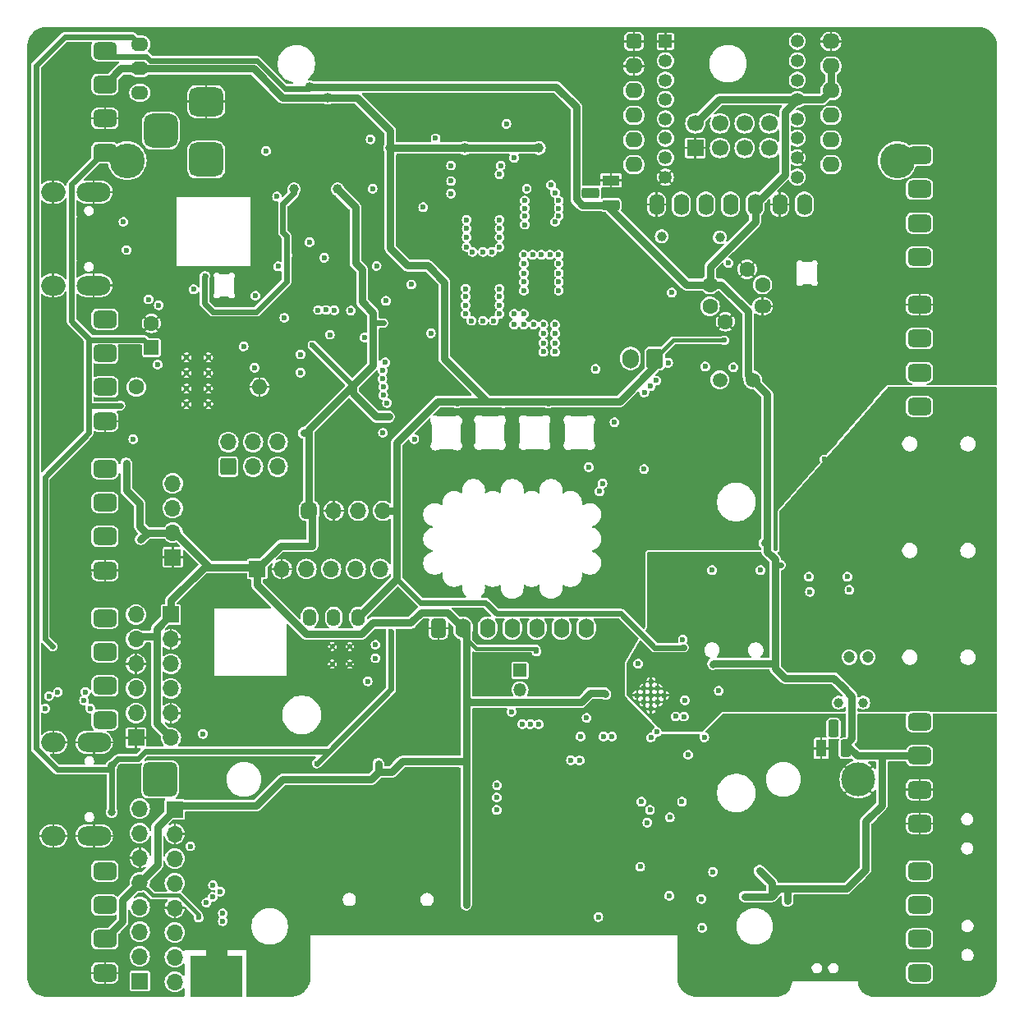
<source format=gbr>
%TF.GenerationSoftware,KiCad,Pcbnew,8.0.5*%
%TF.CreationDate,2024-10-11T23:52:18+02:00*%
%TF.ProjectId,labathome_pcb15,6c616261-7468-46f6-9d65-5f7063623135,rev?*%
%TF.SameCoordinates,Original*%
%TF.FileFunction,Copper,L3,Inr*%
%TF.FilePolarity,Positive*%
%FSLAX46Y46*%
G04 Gerber Fmt 4.6, Leading zero omitted, Abs format (unit mm)*
G04 Created by KiCad (PCBNEW 8.0.5) date 2024-10-11 23:52:18*
%MOMM*%
%LPD*%
G01*
G04 APERTURE LIST*
G04 Aperture macros list*
%AMRoundRect*
0 Rectangle with rounded corners*
0 $1 Rounding radius*
0 $2 $3 $4 $5 $6 $7 $8 $9 X,Y pos of 4 corners*
0 Add a 4 corners polygon primitive as box body*
4,1,4,$2,$3,$4,$5,$6,$7,$8,$9,$2,$3,0*
0 Add four circle primitives for the rounded corners*
1,1,$1+$1,$2,$3*
1,1,$1+$1,$4,$5*
1,1,$1+$1,$6,$7*
1,1,$1+$1,$8,$9*
0 Add four rect primitives between the rounded corners*
20,1,$1+$1,$2,$3,$4,$5,0*
20,1,$1+$1,$4,$5,$6,$7,0*
20,1,$1+$1,$6,$7,$8,$9,0*
20,1,$1+$1,$8,$9,$2,$3,0*%
G04 Aperture macros list end*
%TA.AperFunction,ComponentPad*%
%ADD10R,1.700000X1.700000*%
%TD*%
%TA.AperFunction,ComponentPad*%
%ADD11O,1.700000X1.700000*%
%TD*%
%TA.AperFunction,ComponentPad*%
%ADD12O,1.800000X1.400000*%
%TD*%
%TA.AperFunction,ComponentPad*%
%ADD13RoundRect,0.750000X-1.000000X0.750000X-1.000000X-0.750000X1.000000X-0.750000X1.000000X0.750000X0*%
%TD*%
%TA.AperFunction,ComponentPad*%
%ADD14RoundRect,0.750000X-1.000000X1.000000X-1.000000X-1.000000X1.000000X-1.000000X1.000000X1.000000X0*%
%TD*%
%TA.AperFunction,ComponentPad*%
%ADD15RoundRect,0.875000X-0.875000X0.875000X-0.875000X-0.875000X0.875000X-0.875000X0.875000X0.875000X0*%
%TD*%
%TA.AperFunction,ComponentPad*%
%ADD16RoundRect,0.450000X-0.750000X0.450000X-0.750000X-0.450000X0.750000X-0.450000X0.750000X0.450000X0*%
%TD*%
%TA.AperFunction,ComponentPad*%
%ADD17RoundRect,0.250000X0.600000X-0.600000X0.600000X0.600000X-0.600000X0.600000X-0.600000X-0.600000X0*%
%TD*%
%TA.AperFunction,ComponentPad*%
%ADD18C,1.500000*%
%TD*%
%TA.AperFunction,ComponentPad*%
%ADD19R,1.100000X1.800000*%
%TD*%
%TA.AperFunction,ComponentPad*%
%ADD20RoundRect,0.275000X-0.275000X-0.625000X0.275000X-0.625000X0.275000X0.625000X-0.275000X0.625000X0*%
%TD*%
%TA.AperFunction,ComponentPad*%
%ADD21RoundRect,0.450000X0.750000X-0.450000X0.750000X0.450000X-0.750000X0.450000X-0.750000X-0.450000X0*%
%TD*%
%TA.AperFunction,ComponentPad*%
%ADD22RoundRect,0.400000X-0.400000X-0.400000X0.400000X-0.400000X0.400000X0.400000X-0.400000X0.400000X0*%
%TD*%
%TA.AperFunction,ComponentPad*%
%ADD23O,1.800000X1.600000*%
%TD*%
%TA.AperFunction,ComponentPad*%
%ADD24O,1.400000X1.800000*%
%TD*%
%TA.AperFunction,ComponentPad*%
%ADD25O,1.600000X2.200000*%
%TD*%
%TA.AperFunction,ComponentPad*%
%ADD26C,1.700000*%
%TD*%
%TA.AperFunction,ComponentPad*%
%ADD27RoundRect,0.400000X-0.400000X-0.600000X0.400000X-0.600000X0.400000X0.600000X-0.400000X0.600000X0*%
%TD*%
%TA.AperFunction,ComponentPad*%
%ADD28O,1.600000X2.000000*%
%TD*%
%TA.AperFunction,ComponentPad*%
%ADD29R,1.350000X1.350000*%
%TD*%
%TA.AperFunction,ComponentPad*%
%ADD30C,1.350000*%
%TD*%
%TA.AperFunction,ComponentPad*%
%ADD31C,1.200000*%
%TD*%
%TA.AperFunction,ComponentPad*%
%ADD32C,1.600000*%
%TD*%
%TA.AperFunction,ComponentPad*%
%ADD33O,1.600000X1.600000*%
%TD*%
%TA.AperFunction,ComponentPad*%
%ADD34RoundRect,0.250000X0.550000X-0.550000X0.550000X0.550000X-0.550000X0.550000X-0.550000X-0.550000X0*%
%TD*%
%TA.AperFunction,ComponentPad*%
%ADD35RoundRect,0.500000X0.350000X-0.350000X0.350000X0.350000X-0.350000X0.350000X-0.350000X-0.350000X0*%
%TD*%
%TA.AperFunction,ComponentPad*%
%ADD36C,3.600000*%
%TD*%
%TA.AperFunction,ComponentPad*%
%ADD37C,1.000000*%
%TD*%
%TA.AperFunction,HeatsinkPad*%
%ADD38C,0.500000*%
%TD*%
%TA.AperFunction,ComponentPad*%
%ADD39O,1.350000X1.350000*%
%TD*%
%TA.AperFunction,ComponentPad*%
%ADD40O,2.500000X2.000000*%
%TD*%
%TA.AperFunction,ComponentPad*%
%ADD41O,3.500000X2.000000*%
%TD*%
%TA.AperFunction,HeatsinkPad*%
%ADD42C,0.600000*%
%TD*%
%TA.AperFunction,ComponentPad*%
%ADD43RoundRect,0.250000X0.600000X0.750000X-0.600000X0.750000X-0.600000X-0.750000X0.600000X-0.750000X0*%
%TD*%
%TA.AperFunction,ComponentPad*%
%ADD44O,1.700000X2.000000*%
%TD*%
%TA.AperFunction,ComponentPad*%
%ADD45RoundRect,0.500000X-1.250000X-1.250000X1.250000X-1.250000X1.250000X1.250000X-1.250000X1.250000X0*%
%TD*%
%TA.AperFunction,ComponentPad*%
%ADD46C,3.500000*%
%TD*%
%TA.AperFunction,ComponentPad*%
%ADD47R,1.800000X1.100000*%
%TD*%
%TA.AperFunction,ComponentPad*%
%ADD48RoundRect,0.275000X-0.625000X0.275000X-0.625000X-0.275000X0.625000X-0.275000X0.625000X0.275000X0*%
%TD*%
%TA.AperFunction,ViaPad*%
%ADD49C,0.600000*%
%TD*%
%TA.AperFunction,ViaPad*%
%ADD50C,1.000000*%
%TD*%
%TA.AperFunction,ViaPad*%
%ADD51C,0.800000*%
%TD*%
%TA.AperFunction,Conductor*%
%ADD52C,0.600000*%
%TD*%
%TA.AperFunction,Conductor*%
%ADD53C,0.400000*%
%TD*%
%TA.AperFunction,Conductor*%
%ADD54C,0.800000*%
%TD*%
G04 APERTURE END LIST*
D10*
%TO.N,unconnected-(J12-Pin_1-Pad1)*%
%TO.C,J12*%
X111600000Y-148380000D03*
D11*
%TO.N,I2C_IRQ*%
X111600000Y-145840000D03*
%TO.N,SDA*%
X111600000Y-143300000D03*
%TO.N,SCL*%
X111600000Y-140760000D03*
%TO.N,+3V3*%
X111600000Y-138220000D03*
%TO.N,GND*%
X111600000Y-135680000D03*
%TO.N,unconnected-(J12-Pin_7-Pad7)*%
X111600000Y-133140000D03*
%TO.N,unconnected-(J12-Pin_8-Pad8)*%
X111600000Y-130600000D03*
%TD*%
D12*
%TO.N,/psu/5Vx*%
%TO.C,SW9*%
X111600000Y-56800000D03*
%TO.N,+5V*%
X111600000Y-54300000D03*
%TO.N,+5P*%
X111600000Y-51800000D03*
%TD*%
D10*
%TO.N,+3V3*%
%TO.C,J10*%
X114800000Y-110600000D03*
D11*
%TO.N,GND*%
X114800000Y-113140000D03*
%TO.N,SCL*%
X114800000Y-115680000D03*
%TO.N,SDA*%
X114800000Y-118220000D03*
%TO.N,GND*%
X114800000Y-120760000D03*
%TO.N,+3V3*%
X114800000Y-123300000D03*
%TD*%
D13*
%TO.N,GND*%
%TO.C,J9*%
X118457500Y-57700000D03*
D14*
%TO.N,+24V*%
X118457500Y-63700000D03*
D15*
%TO.N,unconnected-(J9-Pad3)*%
X113757500Y-60700000D03*
%TD*%
D16*
%TO.N,DAC0*%
%TO.C,J27*%
X108005000Y-110950000D03*
%TO.N,DAC1x*%
X108005000Y-114450000D03*
%TO.N,ADC0*%
X108005000Y-117950000D03*
%TO.N,ADC1*%
X108005000Y-121450000D03*
%TD*%
D17*
%TO.N,UART3_RX*%
%TO.C,J34*%
X120725000Y-95350000D03*
D11*
%TO.N,OPAMP3+*%
X120725000Y-92810000D03*
%TO.N,OPAMP3-*%
X123265000Y-95350000D03*
%TO.N,PB12*%
X123265000Y-92810000D03*
%TO.N,OPAMP3Q*%
X125805000Y-95350000D03*
%TO.N,UART3_TX*%
X125805000Y-92810000D03*
%TD*%
D18*
%TO.N,+3V3*%
%TO.C,R32*%
X174800000Y-86400000D03*
%TO.N,BRIGHTNESS*%
X171400000Y-86400000D03*
%TD*%
D19*
%TO.N,GND*%
%TO.C,U13*%
X181850000Y-124400000D03*
D20*
%TO.N,1wire*%
X183120000Y-122330000D03*
%TO.N,+3V3*%
X184390000Y-124400000D03*
%TD*%
D16*
%TO.N,Net-(J1-Pin_1)*%
%TO.C,J1*%
X108005000Y-95550000D03*
%TO.N,Net-(J1-Pin_2)*%
X108005000Y-99050000D03*
%TO.N,Net-(J1-Pin_3)*%
X108005000Y-102550000D03*
%TO.N,GND*%
X108005000Y-106050000D03*
%TD*%
D21*
%TO.N,K1_24*%
%TO.C,J18*%
X191995000Y-89150000D03*
%TO.N,K1_22*%
X191995000Y-85650000D03*
%TO.N,K1_21*%
X191995000Y-82150000D03*
%TO.N,GND*%
X191995000Y-78650000D03*
%TD*%
%TO.N,CANH*%
%TO.C,J15*%
X192000000Y-147550000D03*
%TO.N,CANL*%
X192000000Y-144050000D03*
%TO.N,RS485B*%
X192000000Y-140550000D03*
%TO.N,RS485A*%
X192000000Y-137050000D03*
%TD*%
D16*
%TO.N,SCL*%
%TO.C,J2*%
X108005000Y-137050000D03*
%TO.N,SDA*%
X108005000Y-140550000D03*
%TO.N,+3V3*%
X108005000Y-144050000D03*
%TO.N,GND*%
X108005000Y-147550000D03*
%TD*%
D22*
%TO.N,GND*%
%TO.C,M1*%
X162540000Y-51500000D03*
D23*
X162540000Y-54040000D03*
%TO.N,EXT_MOSI*%
X162540000Y-56580000D03*
%TO.N,EXT_CLK*%
X162540000Y-59120000D03*
%TO.N,EXT_CS*%
X162540000Y-61660000D03*
%TO.N,EXT_IO1*%
X162540000Y-64200000D03*
%TO.N,EXT_MISO*%
X182860000Y-64200000D03*
%TO.N,EXT_IO2*%
X182860000Y-61660000D03*
%TO.N,unconnected-(M1-NC-Pad9)*%
X182860000Y-59120000D03*
%TO.N,+3V3*%
X182860000Y-56580000D03*
X182860000Y-54040000D03*
%TO.N,GND*%
X182860000Y-51500000D03*
%TD*%
D10*
%TO.N,GND*%
%TO.C,J19*%
X111200000Y-123300000D03*
D11*
%TO.N,SDA*%
X111200000Y-120760000D03*
%TO.N,SCL*%
X111200000Y-118220000D03*
%TO.N,GND*%
X111200000Y-115680000D03*
%TO.N,+3V3*%
X111200000Y-113140000D03*
%TO.N,unconnected-(J19-Pin_6-Pad6)*%
X111200000Y-110600000D03*
%TD*%
D24*
%TO.N,+5V*%
%TO.C,SW4*%
X134100000Y-110900000D03*
%TO.N,Net-(SW4-B)*%
X131600000Y-110900000D03*
%TO.N,unconnected-(SW4-C-Pad3)*%
X129100000Y-110900000D03*
%TD*%
D10*
%TO.N,+3V3*%
%TO.C,J20*%
X115200000Y-130680000D03*
D11*
%TO.N,GND*%
X115200000Y-133220000D03*
%TO.N,SCL*%
X115200000Y-135760000D03*
%TO.N,SDA*%
X115200000Y-138300000D03*
%TO.N,GND*%
X115200000Y-140840000D03*
%TO.N,I2C_IRQ*%
X115200000Y-143380000D03*
%TO.N,unconnected-(J20-Pin_7-Pad7)*%
X115200000Y-145920000D03*
%TO.N,unconnected-(J20-Pin_8-Pad8)*%
X115200000Y-148460000D03*
%TD*%
D10*
%TO.N,GND*%
%TO.C,J4*%
X115000000Y-104700000D03*
D11*
%TO.N,+3V3*%
X115000000Y-102160000D03*
%TO.N,SCL*%
X115000000Y-99620000D03*
%TO.N,SDA*%
X115000000Y-97080000D03*
%TD*%
D25*
%TO.N,GND*%
%TO.C,X3*%
X164880000Y-68300000D03*
%TO.N,EXT_MOSI*%
X167420000Y-68300000D03*
%TO.N,EXT_MISO*%
X169960000Y-68300000D03*
%TO.N,EXT_IO1*%
X172500000Y-68300000D03*
%TO.N,+3V3*%
X175040000Y-68300000D03*
%TO.N,GND*%
X177580000Y-68300000D03*
%TO.N,EXT_IO2*%
X180120000Y-68300000D03*
%TD*%
D16*
%TO.N,+3V3*%
%TO.C,J22*%
X108005000Y-52450000D03*
%TO.N,+5V*%
X108005000Y-55950000D03*
%TO.N,GND*%
X108005000Y-59450000D03*
%TO.N,+24V*%
X108005000Y-62950000D03*
%TD*%
D10*
%TO.N,GND*%
%TO.C,U15*%
X168875000Y-62489500D03*
D26*
%TO.N,+3V3*%
X168875000Y-59949500D03*
%TO.N,EXT_IO1*%
X171415000Y-62489500D03*
%TO.N,EXT_CS*%
X171415000Y-59949500D03*
%TO.N,EXT_CLK*%
X173955000Y-62489500D03*
%TO.N,EXT_MOSI*%
X173955000Y-59949500D03*
%TO.N,EXT_MISO*%
X176495000Y-62489500D03*
%TO.N,EXT_IO2*%
X176495000Y-59949500D03*
%TD*%
D27*
%TO.N,GND*%
%TO.C,U21*%
X142380000Y-112000000D03*
D28*
%TO.N,+3V3*%
X144920000Y-112000000D03*
%TO.N,LCD_CLK*%
X147460000Y-112000000D03*
%TO.N,LCD_DAT*%
X150000000Y-112000000D03*
%TO.N,LCD_RES*%
X152540000Y-112000000D03*
%TO.N,LCD_DC*%
X155080000Y-112000000D03*
%TO.N,LCD_BACKLIGHT*%
X157620000Y-112000000D03*
%TD*%
D29*
%TO.N,GND*%
%TO.C,U6*%
X165792500Y-51492500D03*
D30*
%TO.N,EXT_MISO*%
X165792500Y-53492500D03*
%TO.N,EXT_MOSI*%
X165792500Y-55492500D03*
%TO.N,EXT_CLK*%
X165792500Y-57492500D03*
%TO.N,EXT_CS*%
X165792500Y-59492500D03*
%TO.N,unconnected-(U6-RESET-Pad6)*%
X165792500Y-61492500D03*
%TO.N,unconnected-(U6-DIO5-Pad7)*%
X165792500Y-63492500D03*
%TO.N,GND*%
X165792500Y-65492500D03*
%TO.N,unconnected-(U6-ANT-Pad9)*%
X179392500Y-65492500D03*
%TO.N,GND*%
X179392500Y-63492500D03*
%TO.N,unconnected-(U6-DIO3-Pad11)*%
X179392500Y-61492500D03*
%TO.N,unconnected-(U6-DIO4-Pad12)*%
X179392500Y-59492500D03*
%TO.N,+3V3*%
X179392500Y-57492500D03*
%TO.N,EXT_IO1*%
X179392500Y-55492500D03*
%TO.N,EXT_IO2*%
X179392500Y-53492500D03*
%TO.N,unconnected-(U6-DIO2-Pad16)*%
X179392500Y-51492500D03*
%TD*%
D31*
%TO.N,Net-(JP1-B)*%
%TO.C,MK1*%
X186650000Y-115000000D03*
%TO.N,Net-(MK1-+)*%
X184750000Y-115000000D03*
%TD*%
D21*
%TO.N,K1_11*%
%TO.C,J24*%
X191995000Y-73750000D03*
%TO.N,K1_12*%
X191995000Y-70250000D03*
%TO.N,K1_14*%
X191995000Y-66750000D03*
%TO.N,HEATER_SW*%
X191995000Y-63250000D03*
%TD*%
D10*
%TO.N,+3V3*%
%TO.C,J23*%
X123700000Y-105900000D03*
D11*
%TO.N,GND*%
X126240000Y-105900000D03*
%TO.N,SCL*%
X128780000Y-105900000D03*
%TO.N,SDA*%
X131320000Y-105900000D03*
%TO.N,I2C_IRQ*%
X133860000Y-105900000D03*
%TO.N,unconnected-(J23-Pin_6-Pad6)*%
X136400000Y-105900000D03*
%TD*%
D32*
%TO.N,BL_ISENSE*%
%TO.C,R38*%
X111240000Y-87130000D03*
D33*
%TO.N,GND*%
X123940000Y-87130000D03*
%TD*%
D34*
%TO.N,+24V*%
%TO.C,C39*%
X112800000Y-83082380D03*
D32*
%TO.N,GND*%
X112800000Y-80582380D03*
%TD*%
D35*
%TO.N,+3V3*%
%TO.C,J8*%
X129050000Y-99900000D03*
D11*
%TO.N,GND*%
X131590000Y-99900000D03*
%TO.N,Net-(D17-DOUT)*%
X134130000Y-99900000D03*
%TO.N,+5V*%
X136670000Y-99900000D03*
%TD*%
D16*
%TO.N,Net-(J28-Pin_1)*%
%TO.C,J28*%
X108005000Y-80150000D03*
%TO.N,Net-(J28-Pin_2)*%
X108005000Y-83650000D03*
%TO.N,Net-(J28-Pin_3)*%
X108005000Y-87150000D03*
%TO.N,GND*%
X108005000Y-90650000D03*
%TD*%
D21*
%TO.N,GND*%
%TO.C,J21*%
X192000000Y-132150000D03*
X192000000Y-128650000D03*
%TO.N,+3V3*%
X192000000Y-125150000D03*
%TO.N,1wire*%
X192000000Y-121650000D03*
%TD*%
D12*
%TO.N,GND*%
%TO.C,U22*%
X175800000Y-78820000D03*
D32*
%TO.N,Net-(U22-OEN)*%
X175800000Y-76580000D03*
%TO.N,GND*%
X174220000Y-75000000D03*
%TO.N,+3V3*%
X170400000Y-76580000D03*
%TO.N,MOVE*%
X170400000Y-78820000D03*
%TO.N,GND*%
X171980000Y-80400000D03*
%TD*%
D36*
%TO.N,+24V*%
%TO.C,R33*%
X110300000Y-63800000D03*
%TO.N,HEATER_SW*%
X189700000Y-63800000D03*
%TD*%
D37*
%TO.N,Net-(U10-RLIN{slash}GPIO3)*%
%TO.C,TP6*%
X183655000Y-119685000D03*
%TD*%
D38*
%TO.N,GND*%
%TO.C,U2*%
X133250000Y-115700000D03*
X133250000Y-113900000D03*
X131450000Y-115700000D03*
X131450000Y-113900000D03*
%TD*%
D29*
%TO.N,Net-(U10-LSPKOUT)*%
%TO.C,LS1*%
X150800000Y-116350000D03*
D39*
%TO.N,Net-(U10-RSPKOUT)*%
X150800000Y-118350000D03*
%TD*%
D40*
%TO.N,GND*%
%TO.C,J13*%
X102650000Y-76670000D03*
D41*
X106830000Y-76670000D03*
D40*
X102650000Y-67030000D03*
D41*
X106830000Y-67030000D03*
%TD*%
D42*
%TO.N,GNDA*%
%TO.C,U10*%
X164294975Y-120334062D03*
X165002082Y-119626955D03*
X165709189Y-118919848D03*
X163587868Y-119626955D03*
X164294975Y-118919848D03*
X165002082Y-118212741D03*
X162880761Y-118919848D03*
X163587868Y-118212741D03*
X164294975Y-117505634D03*
%TD*%
D43*
%TO.N,+5V*%
%TO.C,J7*%
X164700000Y-84200000D03*
D44*
%TO.N,Net-(J7-Pin_2)*%
X162200000Y-84200000D03*
%TD*%
D45*
%TO.N,+3V8*%
%TO.C,BT1*%
X113700000Y-127600000D03*
D46*
%TO.N,GND*%
X185700000Y-127600000D03*
%TD*%
D42*
%TO.N,GND*%
%TO.C,U3*%
X116415000Y-84100000D03*
X116415000Y-85700000D03*
X116415000Y-87300000D03*
X116415000Y-88900000D03*
X118665000Y-84100000D03*
X118665000Y-85700000D03*
X118665000Y-87300000D03*
X118665000Y-88900000D03*
%TD*%
D47*
%TO.N,GND*%
%TO.C,U17*%
X160170000Y-65830000D03*
D48*
%TO.N,1wire*%
X158100000Y-67100000D03*
%TO.N,+3V3*%
X160170000Y-68370000D03*
%TD*%
D40*
%TO.N,GND*%
%TO.C,J5*%
X102700000Y-133420000D03*
D41*
X106880000Y-133420000D03*
D40*
X102700000Y-123780000D03*
D41*
X106880000Y-123780000D03*
%TD*%
D37*
%TO.N,/audioamplifier/JACK_DETECT*%
%TO.C,TP1*%
X186195000Y-119685000D03*
%TD*%
D49*
%TO.N,+3V8*%
X118100000Y-122900000D03*
%TO.N,GND*%
X168000000Y-146900000D03*
X164400000Y-124700000D03*
X105500000Y-128600000D03*
X118250000Y-132650000D03*
X175200000Y-64400000D03*
X127800000Y-133500000D03*
X183000000Y-88500000D03*
X118600000Y-116800000D03*
X125900000Y-80650000D03*
X102750000Y-109750000D03*
X113600000Y-147500000D03*
X139400000Y-100700000D03*
X110200000Y-79300000D03*
X139900000Y-98200000D03*
X167400000Y-59600000D03*
X107400000Y-101100000D03*
X161400000Y-127500000D03*
X198200000Y-68100000D03*
X106300000Y-109800000D03*
X168400000Y-144300000D03*
X166300000Y-125300000D03*
X115600000Y-83600000D03*
X158950000Y-120300000D03*
X199300000Y-145700000D03*
X177550000Y-77800000D03*
X121750000Y-64150000D03*
X176700000Y-52600000D03*
X144100000Y-127200000D03*
X185300000Y-134000000D03*
X169300000Y-133600000D03*
X190400000Y-142900000D03*
X199000000Y-133300000D03*
X102600000Y-63700000D03*
X137700000Y-122800000D03*
X111300000Y-81350000D03*
X198900000Y-62300000D03*
X182100000Y-68000000D03*
X182400000Y-136900000D03*
X171600000Y-147000000D03*
X140200000Y-88825000D03*
X194600000Y-140300000D03*
X104100000Y-64700000D03*
X102100000Y-148400000D03*
X137200000Y-138650000D03*
X106900000Y-107650000D03*
X141900000Y-97200000D03*
X121800000Y-141100000D03*
X160900000Y-137000000D03*
X198500000Y-59200000D03*
X128575000Y-87025000D03*
X187300000Y-149000000D03*
X123000000Y-134400000D03*
X133600000Y-75500000D03*
X164100000Y-56200000D03*
X105100000Y-114575000D03*
X175100000Y-138500000D03*
X176100000Y-124700000D03*
X167000000Y-57200000D03*
X181900000Y-71300000D03*
X122000000Y-90300000D03*
X167100000Y-124500000D03*
X148450000Y-142150000D03*
X163975000Y-103100000D03*
X186900000Y-68000000D03*
X150700000Y-138100000D03*
X110200000Y-129850000D03*
X188500000Y-138800000D03*
X159000000Y-116700000D03*
X171100000Y-146000000D03*
X189800000Y-129900000D03*
X116300000Y-144500000D03*
X139000000Y-120000000D03*
X179800000Y-129900000D03*
X183750000Y-80450000D03*
X117200000Y-146200000D03*
X188700000Y-147400000D03*
X121800000Y-149400000D03*
X170725000Y-72900000D03*
X112450000Y-68400000D03*
X112350000Y-84600000D03*
X157800000Y-122200000D03*
X113600000Y-149400000D03*
X104900000Y-110900000D03*
X115900000Y-81150000D03*
X128400000Y-135300000D03*
X113600000Y-140500000D03*
X180300000Y-125900000D03*
X121650000Y-146450000D03*
X107700000Y-93000000D03*
X199400000Y-142200000D03*
X130850000Y-121300000D03*
X140000000Y-141300000D03*
X138050000Y-109550000D03*
X199400000Y-129900000D03*
X186700000Y-123100000D03*
X178800000Y-90400000D03*
X117000000Y-102600000D03*
X148900000Y-115350000D03*
X132700000Y-119800000D03*
X184100000Y-136600000D03*
X172400000Y-147900000D03*
X143250000Y-139600000D03*
X136800000Y-95400000D03*
X104850000Y-100100000D03*
X111200000Y-94200000D03*
X110900000Y-106200000D03*
X198000000Y-138700000D03*
X172900000Y-90400000D03*
X108600000Y-132000000D03*
X156000000Y-137400000D03*
X153200000Y-140600000D03*
X125300000Y-146700000D03*
X120200000Y-100400000D03*
X158980990Y-89529769D03*
X104950000Y-135850000D03*
X160850000Y-140400000D03*
X117100000Y-147200000D03*
X157600000Y-96700000D03*
X108500000Y-112700000D03*
X110650000Y-102850000D03*
X139300000Y-118300000D03*
X169000000Y-148500000D03*
X130225000Y-88500000D03*
X122250000Y-84900000D03*
X108800000Y-116250000D03*
X131600000Y-87250000D03*
X127400000Y-81775000D03*
X109250000Y-72300000D03*
X177200000Y-64200000D03*
X158700000Y-122000000D03*
X166000000Y-124200000D03*
X161500000Y-89700000D03*
X132150000Y-125950000D03*
X196600000Y-124300000D03*
X136800000Y-93700000D03*
X169674265Y-103125735D03*
X130100000Y-109200000D03*
X169150000Y-125200000D03*
X145600000Y-143350000D03*
X182800000Y-137950000D03*
X132275000Y-73900000D03*
X176900000Y-140800000D03*
X102300000Y-127500000D03*
X163200000Y-142900000D03*
X173350000Y-103300000D03*
X146500000Y-115100000D03*
X120800000Y-63000000D03*
X120800000Y-64150000D03*
X144150000Y-121250000D03*
X106800000Y-104400000D03*
X197800000Y-143900000D03*
X144900000Y-142700000D03*
X104900000Y-125200000D03*
X164000000Y-142200000D03*
X135300000Y-87000000D03*
X194000000Y-136800000D03*
X177800000Y-134500000D03*
X105400000Y-99000000D03*
X102300000Y-129500000D03*
X105800000Y-73200000D03*
X129050000Y-90250000D03*
X127450000Y-70275000D03*
X195550000Y-86150000D03*
X135300000Y-87800000D03*
X178500000Y-137800000D03*
X162100000Y-133100000D03*
X109550000Y-122900000D03*
X139500000Y-127900000D03*
X147450000Y-142850000D03*
X185050000Y-75400000D03*
X119300000Y-90600000D03*
X177300000Y-80200000D03*
X173000000Y-95600000D03*
X154800000Y-114000000D03*
X197700000Y-74700000D03*
X113250000Y-109400000D03*
X124300000Y-65100000D03*
X121950000Y-57950000D03*
X182800000Y-142700000D03*
X123800000Y-74050000D03*
X145408751Y-89517458D03*
X124100000Y-101300000D03*
X104900000Y-87700000D03*
X177700000Y-143300000D03*
X183800000Y-66200000D03*
X128600000Y-83075000D03*
X103050000Y-84150000D03*
X111050000Y-80350000D03*
X145450000Y-95900000D03*
X150800000Y-133400000D03*
X187900000Y-67000000D03*
X111000000Y-69100000D03*
X125250000Y-69825000D03*
X105600000Y-70600000D03*
X146500000Y-121400000D03*
X101800000Y-69100000D03*
X117600000Y-89600000D03*
X116100000Y-91300000D03*
X151000000Y-95000000D03*
X115350000Y-55650000D03*
X136800000Y-101700000D03*
X167600000Y-58700000D03*
X177100000Y-144350000D03*
X175600000Y-129500000D03*
X194400000Y-149400000D03*
X183400000Y-86600000D03*
X121300000Y-85500000D03*
X140100000Y-96200000D03*
X198000000Y-147000000D03*
X168850000Y-69850000D03*
X155400000Y-129000000D03*
X149200000Y-122000000D03*
X108550000Y-75050000D03*
X134300000Y-82900000D03*
X121850000Y-65100000D03*
X137500000Y-91300000D03*
X167800000Y-134900000D03*
X103500000Y-69500000D03*
X148950000Y-140500000D03*
X167100000Y-61700000D03*
X139000000Y-79700000D03*
X160800000Y-121450000D03*
X143000000Y-116900000D03*
X165900000Y-102900000D03*
X178700000Y-122200000D03*
X118500000Y-106950000D03*
X118700000Y-82300000D03*
X171800000Y-66200000D03*
X155700000Y-139800000D03*
X182400000Y-129700000D03*
X133225000Y-90350000D03*
X195600000Y-126900000D03*
X165500000Y-98200000D03*
X144050000Y-138250000D03*
X156400000Y-120900000D03*
X177100000Y-149300000D03*
X157900000Y-58100000D03*
X181700000Y-92200000D03*
X174100000Y-65800000D03*
X129950000Y-86425000D03*
X146300000Y-142650000D03*
X103000000Y-86700000D03*
X174500000Y-91000000D03*
X110300000Y-67100000D03*
X160550000Y-56550000D03*
X117000000Y-67000000D03*
X186400000Y-75400000D03*
X160150000Y-134900000D03*
X116700000Y-119500000D03*
X104300000Y-146700000D03*
X112200000Y-114400000D03*
X101900000Y-74400000D03*
X170000000Y-137900000D03*
X109700000Y-90700000D03*
X158900000Y-140700000D03*
X158050000Y-98100000D03*
X130300000Y-104800000D03*
X134000000Y-83800000D03*
X136475000Y-89300000D03*
X179300000Y-95000000D03*
X166200000Y-136300000D03*
X173300000Y-132900000D03*
X159800000Y-59900000D03*
X105800000Y-149500000D03*
X139300000Y-103500000D03*
X152400000Y-96400000D03*
X135300000Y-107900000D03*
X176800000Y-132900000D03*
X181100000Y-55200000D03*
X115550000Y-64750000D03*
X122175000Y-132200000D03*
X109850000Y-81150000D03*
X189200000Y-123400000D03*
X117000000Y-66050000D03*
X112450000Y-66850000D03*
X134350000Y-90100000D03*
X155100000Y-126000000D03*
X132550000Y-84450000D03*
X105500000Y-116900000D03*
X111600000Y-97900000D03*
X174700000Y-72670000D03*
X199300000Y-124000000D03*
X109650000Y-126300000D03*
X101600000Y-143000000D03*
X150000000Y-136200000D03*
X117050000Y-120850000D03*
X173200000Y-121800000D03*
X115900000Y-106250000D03*
X186900000Y-66950000D03*
X165900000Y-142100000D03*
X118000000Y-101200000D03*
X104600000Y-109200000D03*
X107900000Y-135300000D03*
X134700000Y-122900000D03*
X100800000Y-141600000D03*
X146500000Y-123050000D03*
X186400000Y-81100000D03*
X119135000Y-132650000D03*
X194600000Y-121700000D03*
X175600000Y-55300000D03*
X124750000Y-60750000D03*
X104200000Y-127800000D03*
X128700000Y-88325000D03*
X112900000Y-71600000D03*
X137800000Y-130600000D03*
X164100000Y-92850000D03*
X113700000Y-145400000D03*
X162700000Y-126000000D03*
X169500000Y-64300000D03*
X181600000Y-81900000D03*
X177300000Y-137300000D03*
X166400000Y-133400000D03*
X109600000Y-116650000D03*
X132300000Y-101750000D03*
X198300000Y-85500000D03*
X126700000Y-80800000D03*
X160300000Y-133100000D03*
X103400000Y-110800000D03*
X158000000Y-138800000D03*
X150000000Y-129800000D03*
X103800000Y-145200000D03*
X133900000Y-107900000D03*
X133500000Y-104000000D03*
X108600000Y-139000000D03*
X112800000Y-123450000D03*
X162200000Y-128400000D03*
X124050000Y-59900000D03*
X103900000Y-141850000D03*
X132000000Y-129000000D03*
X136050000Y-104200000D03*
X102850000Y-82950000D03*
X159900000Y-126100000D03*
X139550000Y-73050000D03*
X192750000Y-145800000D03*
X122569592Y-81738832D03*
X176400000Y-64900000D03*
X171600000Y-140800000D03*
X109000000Y-149100000D03*
X128500000Y-142800000D03*
X164100000Y-53600000D03*
X110400000Y-61000000D03*
X102400000Y-131200000D03*
X113300000Y-130500000D03*
X106400000Y-106450000D03*
X167200000Y-91800000D03*
X182400000Y-127100000D03*
X175400000Y-96700000D03*
X113600000Y-58200000D03*
X122600000Y-100800000D03*
X119500000Y-104200000D03*
X166600000Y-143100000D03*
X117600000Y-149400000D03*
X115600000Y-82200000D03*
X128500000Y-104400000D03*
X116800000Y-82200000D03*
X149300000Y-127200000D03*
X125600000Y-100200000D03*
X134750000Y-72400000D03*
X108618629Y-125068629D03*
X115600000Y-82900000D03*
X170200000Y-89100000D03*
X168500000Y-99500000D03*
X138700000Y-113300000D03*
X102800000Y-102500000D03*
X110000000Y-144800000D03*
X113600000Y-142800000D03*
X179600000Y-123900000D03*
X170200000Y-138900000D03*
X123800000Y-119900000D03*
X105900000Y-79600000D03*
X107300000Y-138800000D03*
X144050000Y-140900000D03*
X121750000Y-63000000D03*
X104600000Y-134800000D03*
X155200000Y-142800000D03*
X103400000Y-89100000D03*
X162550000Y-134500000D03*
X175500000Y-58800000D03*
X165800000Y-123200000D03*
X167600000Y-145300000D03*
X148150000Y-109150000D03*
X110200000Y-59100000D03*
X105700000Y-138750000D03*
X152300000Y-128150000D03*
X101600000Y-137900000D03*
X174600000Y-133300000D03*
X142400000Y-127200000D03*
X146450000Y-117950000D03*
X116250000Y-66500000D03*
X195800000Y-138700000D03*
X126900000Y-91700000D03*
X116800000Y-123400000D03*
X196900000Y-138700000D03*
X117700000Y-128200000D03*
X164950000Y-142800000D03*
X167600000Y-89400000D03*
X158600000Y-126100000D03*
X122950000Y-89900000D03*
X130104117Y-82294174D03*
X105500000Y-83400000D03*
X104200000Y-116100000D03*
X139500000Y-130000000D03*
X110100000Y-107000000D03*
X124600000Y-67400000D03*
X141000000Y-93000000D03*
X138275000Y-80550000D03*
X125500000Y-119900000D03*
X174000000Y-138100000D03*
X131300000Y-86000000D03*
X159650000Y-121000000D03*
X195100000Y-66100000D03*
X192100000Y-134900000D03*
X151900000Y-109150000D03*
X161100000Y-143000000D03*
X134725000Y-73925000D03*
X128500000Y-140900000D03*
X157300000Y-131000000D03*
X178100000Y-72000000D03*
X189400000Y-142200000D03*
X169500000Y-145800000D03*
X150800000Y-127100000D03*
X149500000Y-141400000D03*
X139000000Y-93300000D03*
X102500000Y-145000000D03*
X168300000Y-143100000D03*
X142600000Y-130600000D03*
X114200000Y-107450000D03*
X194700000Y-143100000D03*
X184200000Y-140900000D03*
X194100000Y-147700000D03*
X102200000Y-140900000D03*
X112200000Y-65200000D03*
X112600000Y-108300000D03*
X176400000Y-72150000D03*
X137300000Y-125740000D03*
X116550000Y-108850000D03*
X171400000Y-75100000D03*
X185400000Y-130300000D03*
X124400000Y-131200000D03*
X132300000Y-107900000D03*
X105350000Y-122050000D03*
X166850000Y-130800000D03*
X105250000Y-85000000D03*
X108550000Y-68650000D03*
X159100000Y-129700000D03*
X181150000Y-145350000D03*
X115850000Y-65650000D03*
X109900000Y-98900000D03*
X177080000Y-73150000D03*
X132100000Y-130600000D03*
X160350000Y-116800000D03*
X134050000Y-84900000D03*
X108400000Y-107700000D03*
X151900000Y-134600000D03*
X188100000Y-70000000D03*
X181500000Y-121500000D03*
X157600000Y-130000000D03*
X114750000Y-80450000D03*
X139800000Y-106500000D03*
X116950000Y-131350000D03*
X117750000Y-82900000D03*
X164500000Y-62000000D03*
X162200000Y-138850000D03*
X160300000Y-108950000D03*
X186900000Y-70000000D03*
X165200000Y-123900000D03*
X125150000Y-65100000D03*
X118200000Y-119200000D03*
X168400000Y-142100000D03*
X101000000Y-146800000D03*
X141400000Y-133800000D03*
X131000000Y-139600000D03*
X177600000Y-96200000D03*
X150600000Y-142600000D03*
X127425000Y-69225000D03*
X104900000Y-148100000D03*
X128800000Y-108900000D03*
X126900000Y-93900000D03*
X141200000Y-107850000D03*
X108000000Y-142300000D03*
X139600000Y-75700000D03*
X107700000Y-85500000D03*
X105300000Y-89100000D03*
X141100000Y-120200000D03*
X199400000Y-135900000D03*
X178600000Y-131400000D03*
X140345000Y-83000000D03*
X140700000Y-122800000D03*
X104350000Y-121650000D03*
X164200000Y-58900000D03*
X114150000Y-98350000D03*
X149350000Y-143100000D03*
X173100000Y-141100000D03*
X197300000Y-79300000D03*
X110000000Y-119500000D03*
X107200000Y-61200000D03*
X121800000Y-148000000D03*
X138400000Y-90900000D03*
X101400000Y-51700000D03*
X170200000Y-60500000D03*
X106300000Y-143700000D03*
X174300000Y-55700000D03*
X114100000Y-100850000D03*
X121100000Y-104300000D03*
X171400000Y-83600000D03*
X133000000Y-117150000D03*
X125200000Y-80100000D03*
X142900000Y-118250000D03*
X158400000Y-119600000D03*
X150800000Y-139600000D03*
X146550000Y-141900000D03*
X173000000Y-125800000D03*
X187800000Y-133600000D03*
X123500000Y-65100000D03*
X103600000Y-74500000D03*
X178000000Y-55800000D03*
X116200000Y-90000000D03*
X105000000Y-96100000D03*
X110100000Y-57300000D03*
X132800000Y-102800000D03*
X129800000Y-87550000D03*
X110250000Y-76650000D03*
X159000000Y-143000000D03*
X158700000Y-131800000D03*
X192500000Y-138700000D03*
X149882544Y-89517458D03*
X196300000Y-83500000D03*
X132775000Y-89175000D03*
X127100000Y-148400000D03*
X196200000Y-71500000D03*
X168000000Y-65300000D03*
X112150000Y-70300000D03*
X123700000Y-121400000D03*
X184000000Y-83800000D03*
X186900000Y-69000000D03*
X100600000Y-136600000D03*
X118200000Y-91000000D03*
D50*
X163250000Y-82750000D03*
D49*
X109500000Y-85500000D03*
X171000000Y-63900000D03*
X102600000Y-97800000D03*
X121500000Y-142800000D03*
X153300000Y-131300000D03*
X177300000Y-53700000D03*
X164900000Y-64400000D03*
X194000000Y-127000000D03*
X169600000Y-53200000D03*
X189000000Y-133200000D03*
X189700000Y-127400000D03*
X182000000Y-90500000D03*
X121300000Y-106600000D03*
X104400000Y-92100000D03*
X142600000Y-114800000D03*
X104800000Y-130700000D03*
X154445735Y-89545735D03*
X194400000Y-77800000D03*
X173400000Y-64100000D03*
X104300000Y-143700000D03*
X132100000Y-116800000D03*
X163200000Y-140500000D03*
X118800000Y-93900000D03*
X181200000Y-51400000D03*
X132600000Y-133500000D03*
X111100000Y-67600000D03*
X112550000Y-122450000D03*
X131350000Y-90600000D03*
X179900000Y-92800000D03*
X186550000Y-145250000D03*
X126600000Y-123000000D03*
X112100000Y-119400000D03*
X122650000Y-65100000D03*
X105500000Y-139700000D03*
X182200000Y-148000000D03*
X103500000Y-125500000D03*
X195800000Y-127700000D03*
X125700000Y-121800000D03*
X184450000Y-70550000D03*
X132275000Y-72425000D03*
X163400000Y-67100000D03*
X169500000Y-96100000D03*
X136600000Y-98000000D03*
X198000000Y-127700000D03*
X167500000Y-95200000D03*
X158700000Y-137200000D03*
X195000000Y-63500000D03*
%TO.N,+3V3*%
X140600000Y-125690000D03*
X136712500Y-80550000D03*
X136200000Y-125990000D03*
X145250000Y-139750000D03*
X178350000Y-140150000D03*
X177700000Y-105500000D03*
D50*
X132000000Y-66750000D03*
D49*
X129400000Y-103500000D03*
X185000000Y-138300000D03*
X128500000Y-91850000D03*
X184025000Y-118025000D03*
X170692462Y-115692462D03*
X186429952Y-131929951D03*
X176757538Y-139157538D03*
X126825002Y-73550000D03*
X129400000Y-82825000D03*
X145250000Y-138000000D03*
D50*
X127500000Y-66750000D03*
D49*
X137300000Y-90200000D03*
X159600000Y-118800000D03*
D50*
X129100000Y-56200000D03*
D49*
X111600000Y-100000000D03*
X176000000Y-103200000D03*
X152500000Y-114400000D03*
X111700000Y-102850000D03*
X145250000Y-140500000D03*
X175500000Y-137000000D03*
X176300000Y-94500000D03*
X135657307Y-82600000D03*
X117675000Y-141850000D03*
X173980432Y-139670000D03*
X110200000Y-95000000D03*
X138400000Y-125990000D03*
X118337694Y-75686491D03*
%TO.N,PROG_EN*%
X169600000Y-142900000D03*
X166200000Y-139600000D03*
X169500000Y-139915000D03*
X158875000Y-141775000D03*
%TO.N,+24V*%
X106305000Y-90000000D03*
X104600000Y-69550000D03*
X102620000Y-113900000D03*
X104600000Y-74100000D03*
X109600000Y-89030000D03*
%TO.N,GNDA*%
X173600000Y-109400000D03*
X169000000Y-106200000D03*
X163950000Y-115600000D03*
X182600000Y-118300000D03*
X192400000Y-103300000D03*
X199300000Y-119600000D03*
X186500000Y-104300000D03*
X190200000Y-88100000D03*
X193600000Y-117100000D03*
X173325539Y-113725539D03*
X179400000Y-100900000D03*
X194100000Y-109050000D03*
X178000000Y-119200000D03*
X194250000Y-107250000D03*
X188600000Y-106600000D03*
X188300000Y-108700000D03*
X198300000Y-91200000D03*
X195200000Y-105300000D03*
X191400000Y-112300000D03*
X182900000Y-99500000D03*
X169200000Y-121650000D03*
X173500000Y-112600000D03*
X188200000Y-103900000D03*
X188550000Y-93100000D03*
X180000000Y-111125000D03*
X199400000Y-116800000D03*
X186200000Y-97300000D03*
X175300000Y-109400000D03*
X168350000Y-122400000D03*
X180200000Y-104900000D03*
X168800000Y-118400000D03*
X190600000Y-113400000D03*
X198300000Y-87800000D03*
X186100000Y-112000000D03*
X170600000Y-109000000D03*
X183550000Y-115900000D03*
X195100000Y-94700000D03*
X188650000Y-97400000D03*
X198800000Y-105250000D03*
X187350000Y-95750000D03*
X165750000Y-104500000D03*
X197250000Y-102700000D03*
X193000000Y-105300000D03*
X179600000Y-119100000D03*
X186050000Y-116750000D03*
X195000000Y-119150000D03*
X168600000Y-112950000D03*
X190200000Y-92000000D03*
X196300000Y-88200000D03*
X199000000Y-97800000D03*
X190500000Y-90500000D03*
X193000000Y-114900000D03*
X195900000Y-102450000D03*
X176350000Y-117600000D03*
X193300000Y-94300000D03*
X184600000Y-105400000D03*
X186100000Y-92100000D03*
X197200000Y-105700000D03*
X192700000Y-111700000D03*
X197300000Y-116800000D03*
X194900000Y-97500000D03*
X179200000Y-105800000D03*
X166000000Y-112750000D03*
X184800000Y-99500000D03*
X196150000Y-91250000D03*
X195050000Y-115500000D03*
X199400000Y-107000000D03*
X192500000Y-116900000D03*
X180900000Y-113950000D03*
X180400000Y-112700000D03*
X183600000Y-95600000D03*
X192700000Y-92250000D03*
X167300000Y-107700000D03*
X188600000Y-113300000D03*
X192200000Y-90600000D03*
X186500000Y-100300000D03*
X190750000Y-99600000D03*
X184700000Y-93600000D03*
X198300000Y-98800000D03*
X180500000Y-99700000D03*
X198300000Y-102200000D03*
X179000000Y-107500000D03*
X179150000Y-104050000D03*
X189600000Y-115200000D03*
X197300000Y-109200000D03*
X192200000Y-107700000D03*
X196400000Y-112200000D03*
X192100000Y-96700000D03*
X189400000Y-103100000D03*
X182300000Y-112800000D03*
X197300000Y-98200000D03*
X198900000Y-114850000D03*
X187300000Y-117400000D03*
X198400000Y-109700000D03*
X182200000Y-94600000D03*
X192000000Y-102000000D03*
X169000000Y-107300000D03*
X197300000Y-94800000D03*
X188400000Y-96600000D03*
X188735000Y-119685000D03*
X199250000Y-94500000D03*
X182000000Y-119100000D03*
X184800000Y-111600000D03*
X182600000Y-103400000D03*
X188300000Y-92000000D03*
X173600000Y-119100000D03*
X171300000Y-110750000D03*
X195400000Y-95900000D03*
X184700000Y-117400000D03*
X174300000Y-106100000D03*
X197000000Y-100400000D03*
%TO.N,/psu/BOOT*%
X124600000Y-62800000D03*
X125750000Y-67500000D03*
%TO.N,+5V*%
X161600000Y-88100000D03*
X167700000Y-113990000D03*
D50*
X145100000Y-62500000D03*
D49*
X171850000Y-82325000D03*
D50*
X152750000Y-62500000D03*
D49*
X139150000Y-74550000D03*
D50*
X137420000Y-62500000D03*
D49*
X153700000Y-88725000D03*
D50*
X131000000Y-57300000D03*
D49*
X149100000Y-88800000D03*
X144300000Y-88725000D03*
%TO.N,/actors/D12_COOL*%
X148800000Y-64300000D03*
X148700000Y-71700000D03*
X145900000Y-73200000D03*
X147000000Y-73200000D03*
X147900000Y-73200000D03*
X145300000Y-72700000D03*
X145300000Y-70800000D03*
X148700000Y-69900000D03*
X148700000Y-65200000D03*
X145300000Y-69900000D03*
X145300000Y-71700000D03*
X143700000Y-65900000D03*
X143700000Y-67200000D03*
X148700000Y-70800000D03*
X148700000Y-72700000D03*
X143700000Y-64300000D03*
%TO.N,/actors/D10_COOL*%
X148700000Y-77000000D03*
X148700000Y-79600000D03*
X145200000Y-79600000D03*
X147000000Y-80300000D03*
X148100000Y-80300000D03*
X145200000Y-78700000D03*
X148700000Y-77800000D03*
X145200000Y-77800000D03*
X148700000Y-78700000D03*
X145200000Y-77000000D03*
X145800000Y-80300000D03*
%TO.N,/actors/D11_COOL*%
X154400000Y-83500000D03*
X150200000Y-80700000D03*
X154400000Y-82600000D03*
X152200000Y-80700000D03*
X153200000Y-82600000D03*
X153200000Y-83500000D03*
X153200000Y-81600000D03*
X151200000Y-80700000D03*
X150200000Y-79600000D03*
X151200000Y-79600000D03*
X153200000Y-80700000D03*
X154400000Y-81600000D03*
X154400000Y-80700000D03*
%TO.N,/actors/D13_COOL*%
X151200000Y-76300000D03*
X154800000Y-74400000D03*
X153000000Y-73500000D03*
X154800000Y-73500000D03*
X154800000Y-77200000D03*
X151200000Y-77200000D03*
X153900000Y-73500000D03*
X154800000Y-76300000D03*
X151200000Y-75400000D03*
X151200000Y-74400000D03*
X154800000Y-75400000D03*
X151200000Y-73500000D03*
X152100000Y-73500000D03*
%TO.N,/actors/D9_COOL*%
X154800000Y-68700000D03*
X151300000Y-69500000D03*
X151300000Y-68700000D03*
X154400000Y-70100000D03*
X151500000Y-66700000D03*
X151300000Y-70400000D03*
X154800000Y-67900000D03*
D50*
X165400000Y-71600000D03*
D49*
X154000000Y-66300000D03*
X154400000Y-67100000D03*
D50*
X171400000Y-71700000D03*
D49*
X154800000Y-69500000D03*
X151300000Y-67900000D03*
%TO.N,Net-(D17-DOUT)*%
X139900000Y-92500000D03*
%TO.N,SCL*%
X156062264Y-125622644D03*
X119900000Y-139150000D03*
X113550000Y-78700000D03*
X103150000Y-118600000D03*
X157675000Y-121250000D03*
X120150000Y-141400000D03*
X126500000Y-80000000D03*
X106000000Y-118575000D03*
X135915904Y-113700854D03*
%TO.N,SDA*%
X119150000Y-138500000D03*
X119100000Y-139700000D03*
X105850000Y-119450000D03*
X102225000Y-119000000D03*
X157050000Y-123174998D03*
X112500000Y-78100000D03*
X120150000Y-142200000D03*
X135900000Y-115100000D03*
X117135140Y-77064860D03*
X156945328Y-125635002D03*
%TO.N,ROT_A*%
X175600000Y-106025000D03*
X159300000Y-97068154D03*
%TO.N,LED_WHITE_P*%
X149400000Y-60000000D03*
X137097857Y-88775001D03*
%TO.N,ROT_B*%
X170600000Y-106025000D03*
X159000000Y-97900000D03*
%TO.N,1wire*%
X163925000Y-132050000D03*
X151850000Y-121900000D03*
%TO.N,HEATER*%
X166450000Y-77400000D03*
X172300000Y-74350000D03*
%TO.N,I2C_IRQ*%
X135094442Y-117479999D03*
X116807063Y-134487038D03*
X118475000Y-140300000D03*
X106489265Y-120285735D03*
X101850000Y-120285735D03*
%TO.N,+5P*%
X129850000Y-125950000D03*
X137491758Y-112350000D03*
D51*
X108700000Y-130975000D03*
X108732944Y-126150000D03*
D49*
%TO.N,MOVE*%
X164844493Y-86475000D03*
%TO.N,Net-(U10-LMICN)*%
X167700000Y-121111390D03*
X171300000Y-118450000D03*
%TO.N,Net-(U10-LMICP)*%
X167800000Y-119436390D03*
X166835201Y-121105309D03*
%TO.N,Net-(U10-LSPKOUT)*%
X167584528Y-113175000D03*
%TO.N,Net-(U10-RSPKOUT)*%
X162987781Y-115661764D03*
%TO.N,LCD_RES*%
X131186925Y-81743096D03*
X160550000Y-90769493D03*
X166239919Y-131505576D03*
X134757307Y-82030835D03*
X151050000Y-121900000D03*
X158600000Y-85275000D03*
%TO.N,Net-(C16-Pad2)*%
X180700000Y-108250000D03*
X184750000Y-108050000D03*
%TO.N,Net-(C17-Pad2)*%
X180600000Y-106700000D03*
X184550000Y-106700000D03*
%TO.N,Net-(D21-DIN)*%
X157900000Y-95400000D03*
X163600000Y-95600000D03*
%TO.N,I2S_DAC*%
X164291594Y-123271937D03*
X160300000Y-123174998D03*
%TO.N,I2S_FS*%
X159416942Y-123166942D03*
X164896168Y-122702996D03*
%TO.N,Servo1*%
X135400000Y-61600000D03*
X136600000Y-86300000D03*
%TO.N,BL_RESET*%
X128175000Y-83775000D03*
X122300000Y-82955000D03*
%TO.N,Servo2*%
X140825000Y-68600000D03*
X136725000Y-87100000D03*
%TO.N,UART4_TX*%
X129990000Y-79200000D03*
X130600000Y-73800000D03*
%TO.N,USBPD_CC2*%
X110237102Y-73017862D03*
X109922790Y-70100000D03*
%TO.N,Net-(R66-Pad1)*%
X169800000Y-123250000D03*
%TO.N,UART4_RX*%
X130812224Y-79192985D03*
X129100000Y-72200000D03*
%TO.N,LCD_DC*%
X148435000Y-128200000D03*
%TO.N,LCD_DAT*%
X148400000Y-129450000D03*
%TO.N,LCD_CLK*%
X148400000Y-130750000D03*
%TO.N,LCD_BACKLIGHT*%
X164200000Y-130750000D03*
X152748025Y-121912455D03*
%TO.N,BTN_YEL*%
X168150000Y-125050000D03*
X149925000Y-120625000D03*
%TO.N,BTN_RED*%
X169900000Y-85021143D03*
X166075000Y-84644580D03*
%TO.N,BTN_GRN*%
X167500000Y-129900000D03*
X163325000Y-129900000D03*
X170700000Y-137130000D03*
X163200000Y-136600000D03*
%TO.N,Servo3*%
X136687500Y-87962500D03*
X142100000Y-61500000D03*
%TO.N,BL_ENABLEx*%
X123450000Y-85150000D03*
X128156849Y-85642927D03*
%TO.N,STM32_RESET*%
X136900000Y-84600000D03*
X139600000Y-76570000D03*
%TO.N,BRIGHTNESS*%
X163609745Y-87709745D03*
%TO.N,Relais*%
X172800000Y-85100000D03*
X164259745Y-87059745D03*
%TO.N,LED_INFO*%
X123521814Y-77721814D03*
X131675000Y-79225000D03*
%TO.N,BL_ISENSE*%
X110923070Y-92526930D03*
X113425000Y-84825000D03*
%TO.N,24V_INPUT*%
X136985002Y-78250000D03*
X133375000Y-79250000D03*
%TO.N,Servo0*%
X136650000Y-85450000D03*
X135600000Y-66700000D03*
%TO.N,FAN_DRIVE*%
X136675000Y-91850000D03*
X150200000Y-63500000D03*
X141606071Y-81594109D03*
%TO.N,Net-(J36-Pin_3)*%
X136010000Y-74650000D03*
%TO.N,Net-(J36-Pin_11)*%
X125850000Y-74700000D03*
%TD*%
D52*
%TO.N,+3V3*%
X177700000Y-105500000D02*
X177100000Y-105500000D01*
D53*
X145250000Y-113100000D02*
X146250000Y-114100000D01*
D54*
X126100000Y-103500000D02*
X123700000Y-105900000D01*
X123700000Y-107538478D02*
X128761522Y-112600000D01*
X123300000Y-105700000D02*
X121700000Y-105700000D01*
X176757538Y-138257538D02*
X175500000Y-137000000D01*
D52*
X120800000Y-53511100D02*
X112708156Y-53511100D01*
D54*
X109805000Y-142250000D02*
X108005000Y-144050000D01*
X112390000Y-102160000D02*
X111700000Y-102850000D01*
X178100000Y-65240000D02*
X178100000Y-58785000D01*
X176300000Y-94500000D02*
X176300000Y-102100000D01*
X135657307Y-79494807D02*
X135657307Y-80500000D01*
X135657307Y-80500000D02*
X135657307Y-84915485D01*
X135450000Y-127600000D02*
X126300000Y-127600000D01*
D52*
X127500000Y-66750000D02*
X127500000Y-67125000D01*
D54*
X129111396Y-91461396D02*
X128722793Y-91850000D01*
D52*
X126350000Y-68275000D02*
X126350000Y-71175000D01*
D54*
X129050000Y-91522792D02*
X129050000Y-99900000D01*
X138640000Y-125750000D02*
X138400000Y-125990000D01*
X128722793Y-91850000D02*
X128500000Y-91850000D01*
X145250000Y-140500000D02*
X145250000Y-125750000D01*
D52*
X112708156Y-53511100D02*
X112247056Y-53050000D01*
D54*
X157224944Y-68370000D02*
X156600000Y-67745056D01*
X134438478Y-112600000D02*
X135588478Y-111450000D01*
X176300000Y-102900000D02*
X176000000Y-103200000D01*
X154540000Y-56200000D02*
X129100000Y-56200000D01*
X178100000Y-117150000D02*
X177100000Y-116150000D01*
X186429952Y-136870048D02*
X185925000Y-137375000D01*
X135588478Y-111450000D02*
X139550000Y-111450000D01*
X175040000Y-68300000D02*
X178100000Y-65240000D01*
X140600000Y-110400000D02*
X143320000Y-110400000D01*
X137540000Y-126850000D02*
X136200000Y-126850000D01*
X121700000Y-105700000D02*
X118800000Y-105700000D01*
X183150000Y-117150000D02*
X178100000Y-117150000D01*
X185000000Y-123390000D02*
X184390000Y-124000000D01*
X133825000Y-68575000D02*
X133825000Y-74297793D01*
X159770000Y-68370000D02*
X167980000Y-76580000D01*
X135657307Y-84915485D02*
X133686396Y-86886396D01*
X177550000Y-138850000D02*
X177065076Y-138850000D01*
X118800000Y-105700000D02*
X115260000Y-102160000D01*
X170400000Y-74750000D02*
X170400000Y-76580000D01*
X182860000Y-56580000D02*
X182860000Y-54040000D01*
D52*
X118247462Y-75776723D02*
X118337694Y-75686491D01*
D54*
X111600000Y-100000000D02*
X111600000Y-99172793D01*
X128761522Y-112600000D02*
X134438478Y-112600000D01*
X174300000Y-79327207D02*
X174300000Y-85900000D01*
X111200000Y-113140000D02*
X111520000Y-112820000D01*
X118250000Y-105700000D02*
X114800000Y-109150000D01*
X136200000Y-126850000D02*
X135450000Y-127600000D01*
X133556986Y-87781986D02*
X133556986Y-87015806D01*
X184450000Y-138850000D02*
X178400000Y-138850000D01*
D53*
X146250000Y-114100000D02*
X152500000Y-114100000D01*
D54*
X188100000Y-125150000D02*
X188100000Y-130259903D01*
X126300000Y-127600000D02*
X123600000Y-130300000D01*
X134500000Y-78337500D02*
X135657307Y-79494807D01*
X175040000Y-70110000D02*
X170400000Y-74750000D01*
X114800000Y-110600000D02*
X113350000Y-112050000D01*
X177100000Y-104900000D02*
X176825000Y-104625000D01*
X113400000Y-132480000D02*
X115200000Y-130680000D01*
X185925000Y-137375000D02*
X185000000Y-138300000D01*
D52*
X119133151Y-79368629D02*
X118247462Y-78482940D01*
D54*
X177100000Y-116150000D02*
X177100000Y-115650000D01*
X110200000Y-97772793D02*
X110200000Y-95000000D01*
X176730000Y-139670000D02*
X173980432Y-139670000D01*
D53*
X115677767Y-139550000D02*
X112930000Y-139550000D01*
D54*
X111600000Y-138220000D02*
X113400000Y-136420000D01*
D52*
X126700000Y-71525000D02*
X126700000Y-76300000D01*
D54*
X115000000Y-102160000D02*
X112390000Y-102160000D01*
D52*
X128900000Y-56400000D02*
X126550000Y-56400000D01*
X126700000Y-76300000D02*
X123631371Y-79368629D01*
D54*
X133825000Y-74297793D02*
X134500000Y-74972793D01*
X188100000Y-125150000D02*
X185540000Y-125150000D01*
D53*
X112930000Y-139550000D02*
X111600000Y-138220000D01*
D54*
X176757538Y-139157538D02*
X176757538Y-138257538D01*
X138400000Y-125990000D02*
X137540000Y-126850000D01*
X170734924Y-115650000D02*
X177100000Y-115650000D01*
X178400000Y-138850000D02*
X178400000Y-140100000D01*
D52*
X129100000Y-56200000D02*
X128900000Y-56400000D01*
X112247056Y-53050000D02*
X108605000Y-53050000D01*
D54*
X113350000Y-112050000D02*
X113350000Y-112550000D01*
X129400000Y-103500000D02*
X126100000Y-103500000D01*
X176300000Y-102100000D02*
X176300000Y-104100000D01*
X145250000Y-119300000D02*
X145575000Y-119625000D01*
X175040000Y-68300000D02*
X175040000Y-70110000D01*
X135975000Y-90200000D02*
X133556986Y-87781986D01*
X156600000Y-58260000D02*
X154540000Y-56200000D01*
X145250000Y-113100000D02*
X145250000Y-112330000D01*
X121700000Y-105700000D02*
X118250000Y-105700000D01*
X176300000Y-87900000D02*
X176300000Y-94500000D01*
D52*
X133686396Y-86886396D02*
X133461396Y-86886396D01*
D54*
X181947500Y-57492500D02*
X182860000Y-56580000D01*
X113350000Y-112550000D02*
X113350000Y-121850000D01*
X159770000Y-68370000D02*
X157224944Y-68370000D01*
D53*
X117675000Y-141547233D02*
X115677767Y-139550000D01*
D54*
X114800000Y-109150000D02*
X114800000Y-110600000D01*
D52*
X123631371Y-79368629D02*
X119133151Y-79368629D01*
D54*
X174800000Y-86400000D02*
X176300000Y-87900000D01*
X185540000Y-125150000D02*
X184390000Y-124000000D01*
X112260000Y-102160000D02*
X111600000Y-101500000D01*
D52*
X126550000Y-56400000D02*
X123661100Y-53511100D01*
D54*
X170692462Y-115692462D02*
X170734924Y-115650000D01*
D53*
X117675000Y-141850000D02*
X117675000Y-141547233D01*
D52*
X123661100Y-53511100D02*
X120800000Y-53511100D01*
X135707307Y-80550000D02*
X135657307Y-80500000D01*
D54*
X113400000Y-136420000D02*
X113400000Y-132480000D01*
X179392500Y-57492500D02*
X171332000Y-57492500D01*
D52*
X136712500Y-80550000D02*
X135707307Y-80550000D01*
D54*
X111600000Y-101500000D02*
X111600000Y-100000000D01*
X138640000Y-125750000D02*
X145250000Y-125750000D01*
X167980000Y-76580000D02*
X170400000Y-76580000D01*
D52*
X127500000Y-67125000D02*
X126350000Y-68275000D01*
D54*
X188100000Y-130259903D02*
X186429952Y-131929951D01*
X111600000Y-99172793D02*
X110200000Y-97772793D01*
X123600000Y-130300000D02*
X115580000Y-130300000D01*
X145250000Y-119300000D02*
X145250000Y-113100000D01*
X136200000Y-125990000D02*
X136200000Y-126850000D01*
X139550000Y-111450000D02*
X140600000Y-110400000D01*
X185925000Y-137375000D02*
X184450000Y-138850000D01*
X177100000Y-105500000D02*
X177100000Y-115650000D01*
X177100000Y-105500000D02*
X177100000Y-104900000D01*
X178100000Y-58785000D02*
X179392500Y-57492500D01*
X186429952Y-131929951D02*
X186429952Y-136870048D01*
X111600000Y-138220000D02*
X109805000Y-140015000D01*
X109805000Y-140015000D02*
X109805000Y-142250000D01*
X184025000Y-118025000D02*
X185000000Y-119000000D01*
X134500000Y-74972793D02*
X134500000Y-78337500D01*
X179392500Y-57492500D02*
X181947500Y-57492500D01*
X174300000Y-85900000D02*
X174800000Y-86400000D01*
X129400000Y-100250000D02*
X129400000Y-103500000D01*
X113350000Y-121850000D02*
X114800000Y-123300000D01*
X171552793Y-76580000D02*
X174300000Y-79327207D01*
X111520000Y-112820000D02*
X113080000Y-112820000D01*
X113080000Y-112820000D02*
X113350000Y-112550000D01*
X177065076Y-138850000D02*
X176757538Y-139157538D01*
X133686396Y-86886396D02*
X129111396Y-91461396D01*
X170400000Y-76580000D02*
X171552793Y-76580000D01*
X171332000Y-57492500D02*
X168875000Y-59949500D01*
X137300000Y-90200000D02*
X135975000Y-90200000D01*
D52*
X133461396Y-86886396D02*
X129400000Y-82825000D01*
D54*
X143320000Y-110400000D02*
X144920000Y-112000000D01*
X178400000Y-140100000D02*
X178350000Y-140150000D01*
D52*
X118247462Y-78482940D02*
X118247462Y-75776723D01*
D54*
X159500000Y-118700000D02*
X159600000Y-118800000D01*
X157102207Y-119625000D02*
X158027207Y-118700000D01*
X156600000Y-67745056D02*
X156600000Y-58260000D01*
X176300000Y-102100000D02*
X176300000Y-102900000D01*
X129111396Y-91461396D02*
X129050000Y-91522792D01*
X192000000Y-125150000D02*
X188100000Y-125150000D01*
X184025000Y-118025000D02*
X183150000Y-117150000D01*
D52*
X126350000Y-71175000D02*
X126700000Y-71525000D01*
D54*
X145250000Y-125750000D02*
X145250000Y-119300000D01*
X185000000Y-119000000D02*
X185000000Y-123390000D01*
X145575000Y-119625000D02*
X157102207Y-119625000D01*
X132000000Y-66750000D02*
X133825000Y-68575000D01*
X123700000Y-105900000D02*
X123700000Y-107538478D01*
X115000000Y-102160000D02*
X112260000Y-102160000D01*
X178400000Y-138850000D02*
X177550000Y-138850000D01*
X158027207Y-118700000D02*
X159500000Y-118700000D01*
X177550000Y-138850000D02*
X176730000Y-139670000D01*
X176300000Y-104100000D02*
X176825000Y-104625000D01*
%TO.N,+24V*%
X110300000Y-63800000D02*
X108855000Y-63800000D01*
D52*
X109530000Y-89100000D02*
X109600000Y-89030000D01*
X104580000Y-66220000D02*
X107850000Y-62950000D01*
X112800000Y-83082380D02*
X111967620Y-82250000D01*
D54*
X108855000Y-63800000D02*
X108005000Y-62950000D01*
D52*
X106305000Y-82395000D02*
X106305000Y-89100000D01*
X106450000Y-82250000D02*
X104580000Y-80380000D01*
X106305000Y-89100000D02*
X109530000Y-89100000D01*
X106305000Y-90000000D02*
X106305000Y-91895000D01*
X101800000Y-113080000D02*
X102620000Y-113900000D01*
X106305000Y-91895000D02*
X101800000Y-96400000D01*
X101800000Y-96400000D02*
X101800000Y-113080000D01*
X104580000Y-80380000D02*
X104580000Y-66220000D01*
X106450000Y-82250000D02*
X111967620Y-82250000D01*
X106305000Y-82395000D02*
X106450000Y-82250000D01*
X106305000Y-89100000D02*
X106305000Y-90000000D01*
%TO.N,+5V*%
X147222629Y-109354000D02*
X140554000Y-109354000D01*
D54*
X111600000Y-54300000D02*
X109655000Y-54300000D01*
D52*
X164700000Y-114000000D02*
X161200000Y-110500000D01*
X167690000Y-114000000D02*
X164700000Y-114000000D01*
D54*
X137420000Y-72820000D02*
X139150000Y-74550000D01*
X138100000Y-92847923D02*
X142330465Y-88617458D01*
D53*
X171850000Y-82325000D02*
X166575000Y-82325000D01*
D54*
X143000000Y-76325000D02*
X143000000Y-84217458D01*
X109655000Y-54300000D02*
X108005000Y-55950000D01*
X147400000Y-88617458D02*
X152300000Y-88617458D01*
X130250000Y-57300000D02*
X134000000Y-57300000D01*
X139150000Y-74550000D02*
X139225000Y-74625000D01*
D52*
X167700000Y-113990000D02*
X167690000Y-114000000D01*
D54*
X164700000Y-85000000D02*
X164700000Y-84200000D01*
X141300000Y-74625000D02*
X143000000Y-76325000D01*
X123334326Y-54300000D02*
X126334326Y-57300000D01*
X134100000Y-110900000D02*
X138100000Y-106900000D01*
X143000000Y-84217458D02*
X147400000Y-88617458D01*
X138100000Y-99900000D02*
X138100000Y-92847923D01*
X145100000Y-62500000D02*
X137420000Y-62500000D01*
X136670000Y-99900000D02*
X138100000Y-99900000D01*
D52*
X140554000Y-109354000D02*
X138100000Y-106900000D01*
D54*
X134000000Y-57300000D02*
X137420000Y-60720000D01*
X137420000Y-62000000D02*
X137420000Y-72820000D01*
D52*
X161200000Y-110500000D02*
X148368629Y-110500000D01*
D54*
X153592458Y-88617458D02*
X153700000Y-88725000D01*
X111600000Y-54300000D02*
X123334326Y-54300000D01*
X160700000Y-88617458D02*
X161082542Y-88617458D01*
X161082542Y-88617458D02*
X161600000Y-88100000D01*
D52*
X148368629Y-110500000D02*
X147222629Y-109354000D01*
D54*
X137420000Y-60720000D02*
X137420000Y-62000000D01*
X139225000Y-74625000D02*
X141300000Y-74625000D01*
D53*
X166575000Y-82325000D02*
X164700000Y-84200000D01*
D54*
X145100000Y-62500000D02*
X152750000Y-62500000D01*
X130250000Y-57300000D02*
X131000000Y-57300000D01*
X126334326Y-57300000D02*
X130250000Y-57300000D01*
X142330465Y-88617458D02*
X144407542Y-88617458D01*
X144300000Y-88725000D02*
X144407542Y-88617458D01*
X152300000Y-88617458D02*
X153592458Y-88617458D01*
X137420000Y-62000000D02*
X137420000Y-62500000D01*
X161082542Y-88617458D02*
X164700000Y-85000000D01*
X138100000Y-106900000D02*
X138100000Y-99900000D01*
X152300000Y-88617458D02*
X160700000Y-88617458D01*
X144407542Y-88617458D02*
X147400000Y-88617458D01*
D52*
%TO.N,+5P*%
X108700000Y-126182944D02*
X108732944Y-126150000D01*
X108293944Y-126589000D02*
X108732944Y-126150000D01*
X103850000Y-51050000D02*
X100900000Y-54000000D01*
X110850000Y-51050000D02*
X103850000Y-51050000D01*
X112200000Y-124700000D02*
X131100000Y-124700000D01*
X108293944Y-126589000D02*
X108850000Y-126032944D01*
X108732944Y-126085685D02*
X108732944Y-126150000D01*
X109318629Y-125500000D02*
X111400000Y-125500000D01*
X100900000Y-54000000D02*
X100900000Y-124400000D01*
X129850000Y-125950000D02*
X131100000Y-124700000D01*
X111400000Y-125500000D02*
X112200000Y-124700000D01*
X100900000Y-124400000D02*
X103089000Y-126589000D01*
X108850000Y-125968629D02*
X109318629Y-125500000D01*
X131100000Y-124700000D02*
X137491758Y-118308242D01*
X107900000Y-126589000D02*
X108293944Y-126589000D01*
X108850000Y-126032944D02*
X108850000Y-125968629D01*
X103089000Y-126589000D02*
X107900000Y-126589000D01*
X111600000Y-51800000D02*
X110850000Y-51050000D01*
X137491758Y-118308242D02*
X137491758Y-112350000D01*
X108700000Y-130975000D02*
X108700000Y-126182944D01*
%TD*%
%TA.AperFunction,Conductor*%
%TO.N,GNDA*%
G36*
X164399975Y-119410125D02*
G01*
X164406246Y-119414820D01*
X164447116Y-119415987D01*
X164495569Y-119453349D01*
X164512808Y-119512056D01*
X164511964Y-119521871D01*
X164512037Y-119521955D01*
X164894950Y-119521955D01*
X164874918Y-119541987D01*
X164852082Y-119597118D01*
X164852082Y-119656792D01*
X164874918Y-119711923D01*
X164894950Y-119731955D01*
X164512037Y-119731955D01*
X164511495Y-119732579D01*
X164501405Y-119790880D01*
X164457526Y-119833521D01*
X164403263Y-119841322D01*
X164399975Y-119843784D01*
X164399975Y-120226930D01*
X164379943Y-120206898D01*
X164324812Y-120184062D01*
X164265138Y-120184062D01*
X164210007Y-120206898D01*
X164189975Y-120226930D01*
X164189975Y-119843784D01*
X164183701Y-119839088D01*
X164142832Y-119837920D01*
X164094380Y-119800557D01*
X164077142Y-119741850D01*
X164077985Y-119732038D01*
X164077913Y-119731955D01*
X163695000Y-119731955D01*
X163715032Y-119711923D01*
X163737868Y-119656792D01*
X163737868Y-119597118D01*
X163715032Y-119541987D01*
X163695000Y-119521955D01*
X164077913Y-119521955D01*
X164078453Y-119521331D01*
X164088541Y-119463031D01*
X164132419Y-119420388D01*
X164186690Y-119412584D01*
X164189975Y-119410125D01*
X164189975Y-119026980D01*
X164210007Y-119047012D01*
X164265138Y-119069848D01*
X164324812Y-119069848D01*
X164379943Y-119047012D01*
X164399975Y-119026980D01*
X164399975Y-119410125D01*
G37*
%TD.AperFunction*%
%TA.AperFunction,Conductor*%
G36*
X163692868Y-118703018D02*
G01*
X163699139Y-118707713D01*
X163740009Y-118708880D01*
X163788462Y-118746242D01*
X163805701Y-118804949D01*
X163804857Y-118814764D01*
X163804930Y-118814848D01*
X164187843Y-118814848D01*
X164167811Y-118834880D01*
X164144975Y-118890011D01*
X164144975Y-118949685D01*
X164167811Y-119004816D01*
X164187843Y-119024848D01*
X163804930Y-119024848D01*
X163804388Y-119025472D01*
X163794298Y-119083773D01*
X163750419Y-119126414D01*
X163696156Y-119134215D01*
X163692868Y-119136677D01*
X163692868Y-119519823D01*
X163672836Y-119499791D01*
X163617705Y-119476955D01*
X163558031Y-119476955D01*
X163502900Y-119499791D01*
X163482868Y-119519823D01*
X163482868Y-119136677D01*
X163476594Y-119131981D01*
X163435725Y-119130813D01*
X163387273Y-119093450D01*
X163370035Y-119034743D01*
X163370878Y-119024931D01*
X163370806Y-119024848D01*
X162987893Y-119024848D01*
X163007925Y-119004816D01*
X163030761Y-118949685D01*
X163030761Y-118890011D01*
X163007925Y-118834880D01*
X162987893Y-118814848D01*
X163370806Y-118814848D01*
X163371346Y-118814224D01*
X163381434Y-118755924D01*
X163425312Y-118713281D01*
X163479583Y-118705477D01*
X163482868Y-118703018D01*
X163482868Y-118319873D01*
X163502900Y-118339905D01*
X163558031Y-118362741D01*
X163617705Y-118362741D01*
X163672836Y-118339905D01*
X163692868Y-118319873D01*
X163692868Y-118703018D01*
G37*
%TD.AperFunction*%
%TA.AperFunction,Conductor*%
G36*
X165107082Y-118703018D02*
G01*
X165113353Y-118707713D01*
X165154223Y-118708880D01*
X165202676Y-118746242D01*
X165219915Y-118804949D01*
X165219071Y-118814764D01*
X165219144Y-118814848D01*
X165602057Y-118814848D01*
X165582025Y-118834880D01*
X165559189Y-118890011D01*
X165559189Y-118949685D01*
X165582025Y-119004816D01*
X165602057Y-119024848D01*
X165219144Y-119024848D01*
X165218602Y-119025472D01*
X165208512Y-119083773D01*
X165164633Y-119126414D01*
X165110370Y-119134215D01*
X165107082Y-119136677D01*
X165107082Y-119519823D01*
X165087050Y-119499791D01*
X165031919Y-119476955D01*
X164972245Y-119476955D01*
X164917114Y-119499791D01*
X164897082Y-119519823D01*
X164897082Y-119136677D01*
X164890808Y-119131981D01*
X164849939Y-119130813D01*
X164801487Y-119093450D01*
X164784249Y-119034743D01*
X164785092Y-119024931D01*
X164785020Y-119024848D01*
X164402107Y-119024848D01*
X164422139Y-119004816D01*
X164444975Y-118949685D01*
X164444975Y-118890011D01*
X164422139Y-118834880D01*
X164402107Y-118814848D01*
X164785020Y-118814848D01*
X164785560Y-118814224D01*
X164795648Y-118755924D01*
X164839526Y-118713281D01*
X164893797Y-118705477D01*
X164897082Y-118703018D01*
X164897082Y-118319873D01*
X164917114Y-118339905D01*
X164972245Y-118362741D01*
X165031919Y-118362741D01*
X165087050Y-118339905D01*
X165107082Y-118319873D01*
X165107082Y-118703018D01*
G37*
%TD.AperFunction*%
%TA.AperFunction,Conductor*%
G36*
X164399975Y-117995911D02*
G01*
X164406246Y-118000606D01*
X164447116Y-118001773D01*
X164495569Y-118039135D01*
X164512808Y-118097842D01*
X164511964Y-118107657D01*
X164512037Y-118107741D01*
X164894950Y-118107741D01*
X164874918Y-118127773D01*
X164852082Y-118182904D01*
X164852082Y-118242578D01*
X164874918Y-118297709D01*
X164894950Y-118317741D01*
X164512037Y-118317741D01*
X164511495Y-118318365D01*
X164501405Y-118376666D01*
X164457526Y-118419307D01*
X164403263Y-118427108D01*
X164399975Y-118429570D01*
X164399975Y-118812716D01*
X164379943Y-118792684D01*
X164324812Y-118769848D01*
X164265138Y-118769848D01*
X164210007Y-118792684D01*
X164189975Y-118812716D01*
X164189975Y-118429570D01*
X164183701Y-118424874D01*
X164142832Y-118423706D01*
X164094380Y-118386343D01*
X164077142Y-118327636D01*
X164077985Y-118317824D01*
X164077913Y-118317741D01*
X163695000Y-118317741D01*
X163715032Y-118297709D01*
X163737868Y-118242578D01*
X163737868Y-118182904D01*
X163715032Y-118127773D01*
X163695000Y-118107741D01*
X164077913Y-118107741D01*
X164078453Y-118107117D01*
X164088541Y-118048817D01*
X164132419Y-118006174D01*
X164186690Y-117998370D01*
X164189975Y-117995911D01*
X164189975Y-117612766D01*
X164210007Y-117632798D01*
X164265138Y-117655634D01*
X164324812Y-117655634D01*
X164379943Y-117632798D01*
X164399975Y-117612766D01*
X164399975Y-117995911D01*
G37*
%TD.AperFunction*%
%TA.AperFunction,Conductor*%
G36*
X175674890Y-104172457D02*
G01*
X175710854Y-104221957D01*
X175712325Y-104226926D01*
X175740422Y-104331784D01*
X175764120Y-104372829D01*
X175764121Y-104372832D01*
X175764124Y-104372837D01*
X175819480Y-104468716D01*
X175931284Y-104580520D01*
X175931286Y-104580521D01*
X176470504Y-105119739D01*
X176498281Y-105174256D01*
X176499500Y-105189743D01*
X176499500Y-114950500D01*
X176480593Y-115008691D01*
X176431093Y-115044655D01*
X176400500Y-115049500D01*
X175662612Y-115049500D01*
X175604421Y-115030593D01*
X175568457Y-114981093D01*
X175568457Y-114919907D01*
X175598451Y-114875962D01*
X175598308Y-114875819D01*
X175599067Y-114875059D01*
X175599814Y-114873966D01*
X175601740Y-114872384D01*
X175601747Y-114872380D01*
X175711380Y-114762747D01*
X175797519Y-114633831D01*
X175856852Y-114490588D01*
X175887100Y-114338523D01*
X175887100Y-114183477D01*
X175856852Y-114031412D01*
X175812406Y-113924109D01*
X175797521Y-113888173D01*
X175797515Y-113888162D01*
X175746695Y-113812106D01*
X175711380Y-113759253D01*
X175601747Y-113649620D01*
X175550391Y-113615305D01*
X175472837Y-113563484D01*
X175472826Y-113563478D01*
X175329588Y-113504148D01*
X175177525Y-113473900D01*
X175177523Y-113473900D01*
X175022477Y-113473900D01*
X175022474Y-113473900D01*
X174870412Y-113504148D01*
X174870410Y-113504148D01*
X174727173Y-113563478D01*
X174727162Y-113563484D01*
X174598253Y-113649620D01*
X174598249Y-113649623D01*
X174488623Y-113759249D01*
X174488620Y-113759253D01*
X174402484Y-113888162D01*
X174402478Y-113888173D01*
X174343148Y-114031410D01*
X174343148Y-114031412D01*
X174312900Y-114183474D01*
X174312900Y-114338525D01*
X174343148Y-114490587D01*
X174343148Y-114490589D01*
X174402478Y-114633826D01*
X174402484Y-114633837D01*
X174454305Y-114711391D01*
X174488620Y-114762747D01*
X174488623Y-114762750D01*
X174598252Y-114872379D01*
X174600186Y-114873966D01*
X174600803Y-114874930D01*
X174601692Y-114875819D01*
X174601497Y-114876013D01*
X174633178Y-114925495D01*
X174629582Y-114986574D01*
X174590770Y-115033875D01*
X174537388Y-115049500D01*
X171162612Y-115049500D01*
X171104421Y-115030593D01*
X171068457Y-114981093D01*
X171068457Y-114919907D01*
X171098451Y-114875962D01*
X171098308Y-114875819D01*
X171099067Y-114875059D01*
X171099814Y-114873966D01*
X171101740Y-114872384D01*
X171101747Y-114872380D01*
X171211380Y-114762747D01*
X171297519Y-114633831D01*
X171356852Y-114490588D01*
X171387100Y-114338523D01*
X171387100Y-114183477D01*
X171356852Y-114031412D01*
X171312406Y-113924109D01*
X171297521Y-113888173D01*
X171297515Y-113888162D01*
X171246695Y-113812106D01*
X171211380Y-113759253D01*
X171101747Y-113649620D01*
X171050391Y-113615305D01*
X170972837Y-113563484D01*
X170972826Y-113563478D01*
X170829588Y-113504148D01*
X170677525Y-113473900D01*
X170677523Y-113473900D01*
X170522477Y-113473900D01*
X170522474Y-113473900D01*
X170370412Y-113504148D01*
X170370410Y-113504148D01*
X170227173Y-113563478D01*
X170227162Y-113563484D01*
X170098253Y-113649620D01*
X170098249Y-113649623D01*
X169988623Y-113759249D01*
X169988620Y-113759253D01*
X169902484Y-113888162D01*
X169902478Y-113888173D01*
X169843148Y-114031410D01*
X169843148Y-114031412D01*
X169812900Y-114183474D01*
X169812900Y-114338525D01*
X169843148Y-114490587D01*
X169843148Y-114490589D01*
X169902478Y-114633826D01*
X169902484Y-114633837D01*
X169954305Y-114711391D01*
X169988620Y-114762747D01*
X170098253Y-114872380D01*
X170169382Y-114919907D01*
X170227162Y-114958515D01*
X170227173Y-114958521D01*
X170281668Y-114981093D01*
X170337770Y-115004331D01*
X170384296Y-115044067D01*
X170398580Y-115103562D01*
X170375166Y-115160090D01*
X170369889Y-115165799D01*
X170211944Y-115323744D01*
X170132886Y-115460673D01*
X170132885Y-115460677D01*
X170091961Y-115613405D01*
X170091961Y-115771519D01*
X170132885Y-115924247D01*
X170132886Y-115924249D01*
X170132887Y-115924252D01*
X170211939Y-116061173D01*
X170211941Y-116061175D01*
X170211943Y-116061178D01*
X170323746Y-116172981D01*
X170323748Y-116172982D01*
X170323750Y-116172984D01*
X170460671Y-116252036D01*
X170460672Y-116252036D01*
X170460677Y-116252039D01*
X170613405Y-116292963D01*
X170613407Y-116292963D01*
X170771518Y-116292963D01*
X170771519Y-116292963D01*
X170917403Y-116253873D01*
X170943026Y-116250500D01*
X176429280Y-116250500D01*
X176487471Y-116269407D01*
X176523435Y-116318907D01*
X176524901Y-116323858D01*
X176540423Y-116381785D01*
X176569360Y-116431904D01*
X176619480Y-116518716D01*
X176731284Y-116630520D01*
X176731286Y-116630521D01*
X177731284Y-117630520D01*
X177868216Y-117709577D01*
X177868218Y-117709577D01*
X177868219Y-117709578D01*
X177907118Y-117720001D01*
X178020940Y-117750500D01*
X178020942Y-117750501D01*
X178020943Y-117750501D01*
X178185121Y-117750501D01*
X178185137Y-117750500D01*
X182860257Y-117750500D01*
X182918448Y-117769407D01*
X182930261Y-117779496D01*
X184015279Y-118864514D01*
X184043056Y-118919031D01*
X184033485Y-118979463D01*
X183990220Y-119022728D01*
X183929788Y-119032299D01*
X183910172Y-119027086D01*
X183905222Y-119025209D01*
X183740058Y-118984500D01*
X183740056Y-118984500D01*
X183569944Y-118984500D01*
X183569941Y-118984500D01*
X183404776Y-119025209D01*
X183254146Y-119104267D01*
X183126818Y-119217069D01*
X183126816Y-119217072D01*
X183060500Y-119313147D01*
X183030182Y-119357070D01*
X182969860Y-119516128D01*
X182966720Y-119541987D01*
X182949355Y-119684998D01*
X182949355Y-119685001D01*
X182955132Y-119732579D01*
X182969860Y-119853872D01*
X183030182Y-120012930D01*
X183126817Y-120152929D01*
X183254148Y-120265734D01*
X183404775Y-120344790D01*
X183569944Y-120385500D01*
X183569947Y-120385500D01*
X183740053Y-120385500D01*
X183740056Y-120385500D01*
X183905225Y-120344790D01*
X184055852Y-120265734D01*
X184183183Y-120152929D01*
X184219026Y-120101001D01*
X184267641Y-120063853D01*
X184328808Y-120062375D01*
X184379163Y-120097132D01*
X184399471Y-120154849D01*
X184399500Y-120157241D01*
X184399500Y-120501000D01*
X184380593Y-120559191D01*
X184331093Y-120595155D01*
X184300500Y-120600000D01*
X171650000Y-120600000D01*
X170046599Y-122203401D01*
X169578996Y-122671004D01*
X169524479Y-122698781D01*
X169508992Y-122700000D01*
X165882519Y-122700000D01*
X165875524Y-122699500D01*
X165871961Y-122699500D01*
X165728039Y-122699500D01*
X165724476Y-122699500D01*
X165717481Y-122700000D01*
X165541783Y-122700000D01*
X165483592Y-122681093D01*
X165470853Y-122670064D01*
X165405864Y-122603319D01*
X165384555Y-122566851D01*
X165384275Y-122566980D01*
X165383002Y-122564193D01*
X165381802Y-122562139D01*
X165381333Y-122560545D01*
X165381333Y-122560539D01*
X165321545Y-122429623D01*
X165227296Y-122320853D01*
X165227295Y-122320852D01*
X165227294Y-122320851D01*
X165106225Y-122243045D01*
X165106222Y-122243044D01*
X165106221Y-122243043D01*
X165059507Y-122229326D01*
X165016469Y-122203401D01*
X164440523Y-121611889D01*
X163947271Y-121105306D01*
X166329554Y-121105306D01*
X166329554Y-121105311D01*
X166350035Y-121247765D01*
X166404190Y-121366345D01*
X166409824Y-121378682D01*
X166493088Y-121474774D01*
X166504074Y-121487453D01*
X166613137Y-121557543D01*
X166625148Y-121565262D01*
X166731604Y-121596520D01*
X166763236Y-121605808D01*
X166763237Y-121605808D01*
X166763240Y-121605809D01*
X166763242Y-121605809D01*
X166907160Y-121605809D01*
X166907162Y-121605809D01*
X167045254Y-121565262D01*
X167166329Y-121487452D01*
X167190146Y-121459964D01*
X167242538Y-121428369D01*
X167303499Y-121433602D01*
X167339783Y-121459963D01*
X167363603Y-121487452D01*
X167368873Y-121493534D01*
X167489942Y-121571340D01*
X167489947Y-121571343D01*
X167596403Y-121602601D01*
X167628035Y-121611889D01*
X167628036Y-121611889D01*
X167628039Y-121611890D01*
X167628041Y-121611890D01*
X167771959Y-121611890D01*
X167771961Y-121611890D01*
X167910053Y-121571343D01*
X168031128Y-121493533D01*
X168125377Y-121384763D01*
X168185165Y-121253847D01*
X168205647Y-121111390D01*
X168204772Y-121105306D01*
X168185165Y-120968933D01*
X168171770Y-120939602D01*
X168125377Y-120838017D01*
X168031128Y-120729247D01*
X168031127Y-120729246D01*
X168031126Y-120729245D01*
X167910057Y-120651439D01*
X167910054Y-120651437D01*
X167910053Y-120651437D01*
X167889350Y-120645358D01*
X167771964Y-120610890D01*
X167771961Y-120610890D01*
X167628039Y-120610890D01*
X167628035Y-120610890D01*
X167489949Y-120651436D01*
X167489942Y-120651439D01*
X167368872Y-120729246D01*
X167345054Y-120756734D01*
X167292657Y-120788329D01*
X167231696Y-120783093D01*
X167195416Y-120756734D01*
X167166328Y-120723165D01*
X167045258Y-120645358D01*
X167045255Y-120645356D01*
X167045254Y-120645356D01*
X167045251Y-120645355D01*
X166907165Y-120604809D01*
X166907162Y-120604809D01*
X166763240Y-120604809D01*
X166763236Y-120604809D01*
X166625150Y-120645355D01*
X166625143Y-120645358D01*
X166504074Y-120723164D01*
X166409823Y-120831937D01*
X166350035Y-120962852D01*
X166329554Y-121105306D01*
X163947271Y-121105306D01*
X163568039Y-120715824D01*
X161828069Y-118928827D01*
X161801021Y-118873945D01*
X161800000Y-118859763D01*
X161800000Y-118814847D01*
X162390715Y-118814847D01*
X162390716Y-118814848D01*
X162773629Y-118814848D01*
X162753597Y-118834880D01*
X162730761Y-118890011D01*
X162730761Y-118949685D01*
X162753597Y-119004816D01*
X162773629Y-119024848D01*
X162390715Y-119024848D01*
X162396079Y-119062157D01*
X162396081Y-119062166D01*
X162455807Y-119192945D01*
X162549964Y-119301610D01*
X162670912Y-119379338D01*
X162670919Y-119379341D01*
X162775761Y-119410124D01*
X162775761Y-119026980D01*
X162795793Y-119047012D01*
X162850924Y-119069848D01*
X162910598Y-119069848D01*
X162965729Y-119047012D01*
X162985761Y-119026980D01*
X162985761Y-119410125D01*
X162992032Y-119414820D01*
X163032902Y-119415987D01*
X163081355Y-119453349D01*
X163098594Y-119512056D01*
X163097750Y-119521871D01*
X163097823Y-119521955D01*
X163480736Y-119521955D01*
X163460704Y-119541987D01*
X163437868Y-119597118D01*
X163437868Y-119656792D01*
X163460704Y-119711923D01*
X163480736Y-119731955D01*
X163097822Y-119731955D01*
X163103186Y-119769264D01*
X163103188Y-119769273D01*
X163162914Y-119900052D01*
X163257071Y-120008717D01*
X163378019Y-120086445D01*
X163378026Y-120086448D01*
X163482868Y-120117231D01*
X163482868Y-119734087D01*
X163502900Y-119754119D01*
X163558031Y-119776955D01*
X163617705Y-119776955D01*
X163672836Y-119754119D01*
X163692868Y-119734087D01*
X163692868Y-120117232D01*
X163699139Y-120121927D01*
X163740009Y-120123094D01*
X163788462Y-120160456D01*
X163805701Y-120219163D01*
X163804857Y-120228978D01*
X163804930Y-120229062D01*
X164187843Y-120229062D01*
X164167811Y-120249094D01*
X164144975Y-120304225D01*
X164144975Y-120363899D01*
X164167811Y-120419030D01*
X164187843Y-120439062D01*
X163804929Y-120439062D01*
X163810293Y-120476371D01*
X163810295Y-120476380D01*
X163870021Y-120607159D01*
X163964178Y-120715824D01*
X164085126Y-120793552D01*
X164085133Y-120793555D01*
X164189975Y-120824338D01*
X164189975Y-120441194D01*
X164210007Y-120461226D01*
X164265138Y-120484062D01*
X164324812Y-120484062D01*
X164379943Y-120461226D01*
X164399975Y-120441194D01*
X164399975Y-120824338D01*
X164504816Y-120793555D01*
X164504823Y-120793552D01*
X164625771Y-120715824D01*
X164719928Y-120607159D01*
X164779654Y-120476380D01*
X164779656Y-120476371D01*
X164785020Y-120439062D01*
X164402107Y-120439062D01*
X164422139Y-120419030D01*
X164444975Y-120363899D01*
X164444975Y-120304225D01*
X164422139Y-120249094D01*
X164402107Y-120229062D01*
X164785020Y-120229062D01*
X164785560Y-120228438D01*
X164795648Y-120170138D01*
X164839526Y-120127495D01*
X164893797Y-120119691D01*
X164897082Y-120117232D01*
X164897082Y-119734087D01*
X164917114Y-119754119D01*
X164972245Y-119776955D01*
X165031919Y-119776955D01*
X165087050Y-119754119D01*
X165107082Y-119734087D01*
X165107082Y-120117231D01*
X165211923Y-120086448D01*
X165211930Y-120086445D01*
X165332878Y-120008717D01*
X165427035Y-119900052D01*
X165486761Y-119769273D01*
X165486763Y-119769264D01*
X165492127Y-119731955D01*
X165109214Y-119731955D01*
X165129246Y-119711923D01*
X165152082Y-119656792D01*
X165152082Y-119597118D01*
X165129246Y-119541987D01*
X165109214Y-119521955D01*
X165492127Y-119521955D01*
X165492667Y-119521331D01*
X165502755Y-119463031D01*
X165530171Y-119436387D01*
X167294353Y-119436387D01*
X167294353Y-119436392D01*
X167314834Y-119578846D01*
X167363313Y-119684998D01*
X167374623Y-119709763D01*
X167432845Y-119776955D01*
X167468873Y-119818534D01*
X167589942Y-119896340D01*
X167589947Y-119896343D01*
X167696403Y-119927601D01*
X167728035Y-119936889D01*
X167728036Y-119936889D01*
X167728039Y-119936890D01*
X167728041Y-119936890D01*
X167871959Y-119936890D01*
X167871961Y-119936890D01*
X168010053Y-119896343D01*
X168131128Y-119818533D01*
X168225377Y-119709763D01*
X168285165Y-119578847D01*
X168294768Y-119512056D01*
X168305647Y-119436392D01*
X168305647Y-119436387D01*
X168285165Y-119293933D01*
X168225377Y-119163017D01*
X168131128Y-119054247D01*
X168131127Y-119054246D01*
X168131126Y-119054245D01*
X168010057Y-118976439D01*
X168010054Y-118976437D01*
X168010053Y-118976437D01*
X168010050Y-118976436D01*
X167871964Y-118935890D01*
X167871961Y-118935890D01*
X167728039Y-118935890D01*
X167728035Y-118935890D01*
X167589949Y-118976436D01*
X167589942Y-118976439D01*
X167468873Y-119054245D01*
X167374622Y-119163018D01*
X167314834Y-119293933D01*
X167294353Y-119436387D01*
X165530171Y-119436387D01*
X165546633Y-119420388D01*
X165600904Y-119412584D01*
X165604189Y-119410125D01*
X165604189Y-119026980D01*
X165624221Y-119047012D01*
X165679352Y-119069848D01*
X165739026Y-119069848D01*
X165794157Y-119047012D01*
X165814189Y-119026980D01*
X165814189Y-119410124D01*
X165919030Y-119379341D01*
X165919037Y-119379338D01*
X166039985Y-119301610D01*
X166134142Y-119192945D01*
X166193868Y-119062166D01*
X166193870Y-119062157D01*
X166199234Y-119024848D01*
X165816321Y-119024848D01*
X165836353Y-119004816D01*
X165859189Y-118949685D01*
X165859189Y-118890011D01*
X165836353Y-118834880D01*
X165816321Y-118814848D01*
X166199234Y-118814848D01*
X166199234Y-118814847D01*
X166193870Y-118777538D01*
X166193868Y-118777529D01*
X166134142Y-118646750D01*
X166039985Y-118538085D01*
X165919037Y-118460357D01*
X165919030Y-118460354D01*
X165883757Y-118449997D01*
X170794353Y-118449997D01*
X170794353Y-118450002D01*
X170814834Y-118592456D01*
X170845036Y-118658587D01*
X170874623Y-118723373D01*
X170953345Y-118814224D01*
X170968873Y-118832144D01*
X171089942Y-118909950D01*
X171089947Y-118909953D01*
X171196403Y-118941211D01*
X171228035Y-118950499D01*
X171228036Y-118950499D01*
X171228039Y-118950500D01*
X171228041Y-118950500D01*
X171371959Y-118950500D01*
X171371961Y-118950500D01*
X171510053Y-118909953D01*
X171631128Y-118832143D01*
X171725377Y-118723373D01*
X171785165Y-118592457D01*
X171804158Y-118460357D01*
X171805647Y-118450002D01*
X171805647Y-118449997D01*
X171785165Y-118307543D01*
X171755496Y-118242578D01*
X171725377Y-118176627D01*
X171631128Y-118067857D01*
X171631127Y-118067856D01*
X171631126Y-118067855D01*
X171510057Y-117990049D01*
X171510054Y-117990047D01*
X171510053Y-117990047D01*
X171510050Y-117990046D01*
X171371964Y-117949500D01*
X171371961Y-117949500D01*
X171228039Y-117949500D01*
X171228035Y-117949500D01*
X171089949Y-117990046D01*
X171089942Y-117990049D01*
X170968873Y-118067855D01*
X170874622Y-118176628D01*
X170814834Y-118307543D01*
X170794353Y-118449997D01*
X165883757Y-118449997D01*
X165814189Y-118429570D01*
X165814189Y-118812716D01*
X165794157Y-118792684D01*
X165739026Y-118769848D01*
X165679352Y-118769848D01*
X165624221Y-118792684D01*
X165604189Y-118812716D01*
X165604189Y-118429570D01*
X165597915Y-118424874D01*
X165557046Y-118423706D01*
X165508594Y-118386343D01*
X165491356Y-118327636D01*
X165492199Y-118317824D01*
X165492127Y-118317741D01*
X165109214Y-118317741D01*
X165129246Y-118297709D01*
X165152082Y-118242578D01*
X165152082Y-118182904D01*
X165129246Y-118127773D01*
X165109214Y-118107741D01*
X165492127Y-118107741D01*
X165492127Y-118107740D01*
X165486763Y-118070431D01*
X165486761Y-118070422D01*
X165427035Y-117939643D01*
X165332878Y-117830978D01*
X165211930Y-117753250D01*
X165211923Y-117753247D01*
X165107082Y-117722463D01*
X165107082Y-118105609D01*
X165087050Y-118085577D01*
X165031919Y-118062741D01*
X164972245Y-118062741D01*
X164917114Y-118085577D01*
X164897082Y-118105609D01*
X164897082Y-117722463D01*
X164890808Y-117717767D01*
X164849939Y-117716599D01*
X164801487Y-117679236D01*
X164784249Y-117620529D01*
X164785092Y-117610717D01*
X164785020Y-117610634D01*
X164402107Y-117610634D01*
X164422139Y-117590602D01*
X164444975Y-117535471D01*
X164444975Y-117475797D01*
X164422139Y-117420666D01*
X164402107Y-117400634D01*
X164785020Y-117400634D01*
X164785020Y-117400633D01*
X164779656Y-117363324D01*
X164779654Y-117363315D01*
X164719928Y-117232536D01*
X164625771Y-117123871D01*
X164504823Y-117046143D01*
X164504816Y-117046140D01*
X164399975Y-117015356D01*
X164399975Y-117398502D01*
X164379943Y-117378470D01*
X164324812Y-117355634D01*
X164265138Y-117355634D01*
X164210007Y-117378470D01*
X164189975Y-117398502D01*
X164189975Y-117015356D01*
X164085133Y-117046140D01*
X164085126Y-117046143D01*
X163964178Y-117123871D01*
X163870021Y-117232536D01*
X163810295Y-117363315D01*
X163810293Y-117363324D01*
X163804929Y-117400633D01*
X163804930Y-117400634D01*
X164187843Y-117400634D01*
X164167811Y-117420666D01*
X164144975Y-117475797D01*
X164144975Y-117535471D01*
X164167811Y-117590602D01*
X164187843Y-117610634D01*
X163804930Y-117610634D01*
X163804388Y-117611258D01*
X163794298Y-117669559D01*
X163750419Y-117712200D01*
X163696156Y-117720001D01*
X163692868Y-117722463D01*
X163692868Y-118105609D01*
X163672836Y-118085577D01*
X163617705Y-118062741D01*
X163558031Y-118062741D01*
X163502900Y-118085577D01*
X163482868Y-118105609D01*
X163482868Y-117722463D01*
X163378026Y-117753247D01*
X163378019Y-117753250D01*
X163257071Y-117830978D01*
X163162914Y-117939643D01*
X163103188Y-118070422D01*
X163103186Y-118070431D01*
X163097822Y-118107740D01*
X163097823Y-118107741D01*
X163480736Y-118107741D01*
X163460704Y-118127773D01*
X163437868Y-118182904D01*
X163437868Y-118242578D01*
X163460704Y-118297709D01*
X163480736Y-118317741D01*
X163097823Y-118317741D01*
X163097281Y-118318365D01*
X163087191Y-118376666D01*
X163043312Y-118419307D01*
X162989049Y-118427108D01*
X162985761Y-118429570D01*
X162985761Y-118812716D01*
X162965729Y-118792684D01*
X162910598Y-118769848D01*
X162850924Y-118769848D01*
X162795793Y-118792684D01*
X162775761Y-118812716D01*
X162775761Y-118429570D01*
X162670919Y-118460354D01*
X162670912Y-118460357D01*
X162549964Y-118538085D01*
X162455807Y-118646750D01*
X162396081Y-118777529D01*
X162396079Y-118777538D01*
X162390715Y-118814847D01*
X161800000Y-118814847D01*
X161800000Y-115661761D01*
X162482134Y-115661761D01*
X162482134Y-115661766D01*
X162502615Y-115804220D01*
X162557431Y-115924247D01*
X162562404Y-115935137D01*
X162656653Y-116043907D01*
X162656654Y-116043908D01*
X162683519Y-116061173D01*
X162777728Y-116121717D01*
X162884184Y-116152975D01*
X162915816Y-116162263D01*
X162915817Y-116162263D01*
X162915820Y-116162264D01*
X162915822Y-116162264D01*
X163059740Y-116162264D01*
X163059742Y-116162264D01*
X163197834Y-116121717D01*
X163318909Y-116043907D01*
X163413158Y-115935137D01*
X163472946Y-115804221D01*
X163493428Y-115661764D01*
X163486475Y-115613407D01*
X163472946Y-115519307D01*
X163464928Y-115501750D01*
X163413158Y-115388391D01*
X163318909Y-115279621D01*
X163318908Y-115279620D01*
X163318907Y-115279619D01*
X163197838Y-115201813D01*
X163197835Y-115201811D01*
X163197834Y-115201811D01*
X163197831Y-115201810D01*
X163059745Y-115161264D01*
X163059742Y-115161264D01*
X162915820Y-115161264D01*
X162915816Y-115161264D01*
X162777730Y-115201810D01*
X162777723Y-115201813D01*
X162656654Y-115279619D01*
X162562403Y-115388392D01*
X162502615Y-115519307D01*
X162482134Y-115661761D01*
X161800000Y-115661761D01*
X161800000Y-115626438D01*
X161813181Y-115577081D01*
X161846409Y-115519307D01*
X163120219Y-113304496D01*
X163165618Y-113263483D01*
X163226457Y-113256986D01*
X163276039Y-113283853D01*
X164299500Y-114307314D01*
X164299499Y-114307314D01*
X164362367Y-114370181D01*
X164392686Y-114400500D01*
X164478341Y-114449953D01*
X164478343Y-114449954D01*
X164506810Y-114466390D01*
X164506811Y-114466390D01*
X164506814Y-114466392D01*
X164634107Y-114500500D01*
X164634108Y-114500500D01*
X164634109Y-114500500D01*
X167755890Y-114500500D01*
X167755892Y-114500500D01*
X167883186Y-114466392D01*
X167883188Y-114466390D01*
X167883190Y-114466390D01*
X167928837Y-114440035D01*
X167997314Y-114400500D01*
X168008330Y-114389483D01*
X168024808Y-114376203D01*
X168031128Y-114372143D01*
X168064236Y-114333932D01*
X168069025Y-114328787D01*
X168100500Y-114297314D01*
X168104818Y-114289833D01*
X168115744Y-114274489D01*
X168115985Y-114274211D01*
X168125377Y-114263373D01*
X168143412Y-114223880D01*
X168147713Y-114215537D01*
X168166392Y-114183186D01*
X168170491Y-114167885D01*
X168176064Y-114152383D01*
X168185165Y-114132457D01*
X168190326Y-114096555D01*
X168192686Y-114085053D01*
X168200500Y-114055893D01*
X168200500Y-114032876D01*
X168201508Y-114018786D01*
X168205647Y-113990001D01*
X168205647Y-113989998D01*
X168201508Y-113961211D01*
X168200500Y-113947122D01*
X168200500Y-113924109D01*
X168200500Y-113924108D01*
X168192688Y-113894953D01*
X168190324Y-113883431D01*
X168185165Y-113847543D01*
X168176058Y-113827603D01*
X168170489Y-113812106D01*
X168166394Y-113796819D01*
X168166391Y-113796813D01*
X168147720Y-113764472D01*
X168143404Y-113756099D01*
X168125377Y-113716627D01*
X168115742Y-113705508D01*
X168104823Y-113690174D01*
X168100500Y-113682686D01*
X168069044Y-113651230D01*
X168064230Y-113646058D01*
X168031130Y-113607859D01*
X168031129Y-113607858D01*
X168031128Y-113607857D01*
X168024842Y-113603817D01*
X167986114Y-113556451D01*
X167982623Y-113495366D01*
X168003552Y-113455704D01*
X168009905Y-113448373D01*
X168069693Y-113317457D01*
X168090175Y-113175000D01*
X168069693Y-113032543D01*
X168009905Y-112901627D01*
X167915656Y-112792857D01*
X167915655Y-112792856D01*
X167915654Y-112792855D01*
X167794585Y-112715049D01*
X167794582Y-112715047D01*
X167794581Y-112715047D01*
X167794578Y-112715046D01*
X167656492Y-112674500D01*
X167656489Y-112674500D01*
X167512567Y-112674500D01*
X167512563Y-112674500D01*
X167374477Y-112715046D01*
X167374470Y-112715049D01*
X167253401Y-112792855D01*
X167159150Y-112901628D01*
X167099362Y-113032543D01*
X167078881Y-113174997D01*
X167078881Y-113175002D01*
X167099362Y-113317456D01*
X167099362Y-113317458D01*
X167118505Y-113359374D01*
X167125480Y-113420160D01*
X167095393Y-113473437D01*
X167039737Y-113498855D01*
X167028452Y-113499500D01*
X164948322Y-113499500D01*
X164890131Y-113480593D01*
X164878318Y-113470504D01*
X163755167Y-112347353D01*
X163727390Y-112292836D01*
X163736961Y-112232404D01*
X163739335Y-112228021D01*
X163927992Y-111900000D01*
X163927992Y-106024997D01*
X170094353Y-106024997D01*
X170094353Y-106025002D01*
X170114834Y-106167456D01*
X170147986Y-106240047D01*
X170174623Y-106298373D01*
X170191506Y-106317857D01*
X170268873Y-106407144D01*
X170299191Y-106426628D01*
X170389947Y-106484953D01*
X170496403Y-106516211D01*
X170528035Y-106525499D01*
X170528036Y-106525499D01*
X170528039Y-106525500D01*
X170528041Y-106525500D01*
X170671959Y-106525500D01*
X170671961Y-106525500D01*
X170810053Y-106484953D01*
X170931128Y-106407143D01*
X171025377Y-106298373D01*
X171085165Y-106167457D01*
X171105647Y-106025000D01*
X171105647Y-106024997D01*
X175094353Y-106024997D01*
X175094353Y-106025002D01*
X175114834Y-106167456D01*
X175147986Y-106240047D01*
X175174623Y-106298373D01*
X175191506Y-106317857D01*
X175268873Y-106407144D01*
X175299191Y-106426628D01*
X175389947Y-106484953D01*
X175496403Y-106516211D01*
X175528035Y-106525499D01*
X175528036Y-106525499D01*
X175528039Y-106525500D01*
X175528041Y-106525500D01*
X175671959Y-106525500D01*
X175671961Y-106525500D01*
X175810053Y-106484953D01*
X175931128Y-106407143D01*
X176025377Y-106298373D01*
X176085165Y-106167457D01*
X176105647Y-106025000D01*
X176102259Y-106001437D01*
X176085165Y-105882543D01*
X176065175Y-105838772D01*
X176025377Y-105751627D01*
X175931128Y-105642857D01*
X175931127Y-105642856D01*
X175931126Y-105642855D01*
X175810057Y-105565049D01*
X175810054Y-105565047D01*
X175810053Y-105565047D01*
X175810050Y-105565046D01*
X175671964Y-105524500D01*
X175671961Y-105524500D01*
X175528039Y-105524500D01*
X175528035Y-105524500D01*
X175389949Y-105565046D01*
X175389942Y-105565049D01*
X175268873Y-105642855D01*
X175174622Y-105751628D01*
X175114834Y-105882543D01*
X175094353Y-106024997D01*
X171105647Y-106024997D01*
X171102259Y-106001437D01*
X171085165Y-105882543D01*
X171065175Y-105838772D01*
X171025377Y-105751627D01*
X170931128Y-105642857D01*
X170931127Y-105642856D01*
X170931126Y-105642855D01*
X170810057Y-105565049D01*
X170810054Y-105565047D01*
X170810053Y-105565047D01*
X170810050Y-105565046D01*
X170671964Y-105524500D01*
X170671961Y-105524500D01*
X170528039Y-105524500D01*
X170528035Y-105524500D01*
X170389949Y-105565046D01*
X170389942Y-105565049D01*
X170268873Y-105642855D01*
X170174622Y-105751628D01*
X170114834Y-105882543D01*
X170094353Y-106024997D01*
X163927992Y-106024997D01*
X163927992Y-104252550D01*
X163946899Y-104194359D01*
X163996399Y-104158395D01*
X164026992Y-104153550D01*
X175616699Y-104153550D01*
X175674890Y-104172457D01*
G37*
%TD.AperFunction*%
%TA.AperFunction,Conductor*%
G36*
X199959191Y-87172457D02*
G01*
X199995155Y-87221957D01*
X200000000Y-87252550D01*
X200000000Y-120501000D01*
X199981093Y-120559191D01*
X199931593Y-120595155D01*
X199901000Y-120600000D01*
X193030489Y-120600000D01*
X193002872Y-120596069D01*
X192852569Y-120552402D01*
X192852565Y-120552401D01*
X192829140Y-120550558D01*
X192815694Y-120549500D01*
X191184306Y-120549500D01*
X191171773Y-120550486D01*
X191147434Y-120552401D01*
X191147430Y-120552402D01*
X191124063Y-120559191D01*
X190997127Y-120596069D01*
X190969511Y-120600000D01*
X185699500Y-120600000D01*
X185641309Y-120581093D01*
X185605345Y-120531593D01*
X185600500Y-120501000D01*
X185600500Y-120314146D01*
X185619407Y-120255955D01*
X185668907Y-120219991D01*
X185730093Y-120219991D01*
X185765149Y-120240043D01*
X185794148Y-120265734D01*
X185944775Y-120344790D01*
X186109944Y-120385500D01*
X186109947Y-120385500D01*
X186280053Y-120385500D01*
X186280056Y-120385500D01*
X186445225Y-120344790D01*
X186595852Y-120265734D01*
X186723183Y-120152929D01*
X186819818Y-120012930D01*
X186880140Y-119853872D01*
X186900645Y-119685000D01*
X186880140Y-119516128D01*
X186819818Y-119357070D01*
X186723183Y-119217071D01*
X186595852Y-119104266D01*
X186445225Y-119025210D01*
X186445224Y-119025209D01*
X186445223Y-119025209D01*
X186280058Y-118984500D01*
X186280056Y-118984500D01*
X186109944Y-118984500D01*
X186109941Y-118984500D01*
X185944776Y-119025209D01*
X185794143Y-119104268D01*
X185765148Y-119129956D01*
X185709054Y-119154391D01*
X185649310Y-119141188D01*
X185608737Y-119095389D01*
X185600500Y-119055853D01*
X185600500Y-118920945D01*
X185600498Y-118920937D01*
X185597556Y-118909953D01*
X185559577Y-118768215D01*
X185496283Y-118658587D01*
X185480520Y-118631284D01*
X185368716Y-118519480D01*
X185368713Y-118519478D01*
X184393716Y-117544481D01*
X183630521Y-116781286D01*
X183630520Y-116781284D01*
X183518716Y-116669480D01*
X183431904Y-116619360D01*
X183431903Y-116619359D01*
X183381788Y-116590425D01*
X183381785Y-116590423D01*
X183229057Y-116549499D01*
X183070943Y-116549499D01*
X183064880Y-116549499D01*
X183064864Y-116549500D01*
X178389744Y-116549500D01*
X178331553Y-116530593D01*
X178319740Y-116520504D01*
X177729496Y-115930260D01*
X177701719Y-115875743D01*
X177700500Y-115860256D01*
X177700500Y-115000000D01*
X183944435Y-115000000D01*
X183964632Y-115179257D01*
X183964633Y-115179261D01*
X184024211Y-115349522D01*
X184024211Y-115349523D01*
X184119860Y-115501747D01*
X184120184Y-115502262D01*
X184247738Y-115629816D01*
X184247740Y-115629817D01*
X184247741Y-115629818D01*
X184355489Y-115697521D01*
X184400478Y-115725789D01*
X184468657Y-115749646D01*
X184570738Y-115785366D01*
X184570742Y-115785367D01*
X184570745Y-115785368D01*
X184750000Y-115805565D01*
X184929255Y-115785368D01*
X185099522Y-115725789D01*
X185252262Y-115629816D01*
X185379816Y-115502262D01*
X185475789Y-115349522D01*
X185535368Y-115179255D01*
X185555565Y-115000000D01*
X185844435Y-115000000D01*
X185864632Y-115179257D01*
X185864633Y-115179261D01*
X185924211Y-115349522D01*
X185924211Y-115349523D01*
X186019860Y-115501747D01*
X186020184Y-115502262D01*
X186147738Y-115629816D01*
X186147740Y-115629817D01*
X186147741Y-115629818D01*
X186255489Y-115697521D01*
X186300478Y-115725789D01*
X186368657Y-115749646D01*
X186470738Y-115785366D01*
X186470742Y-115785367D01*
X186470745Y-115785368D01*
X186650000Y-115805565D01*
X186829255Y-115785368D01*
X186999522Y-115725789D01*
X187152262Y-115629816D01*
X187279816Y-115502262D01*
X187375789Y-115349522D01*
X187435368Y-115179255D01*
X187455565Y-115000000D01*
X187446830Y-114922474D01*
X190187900Y-114922474D01*
X190187900Y-115077525D01*
X190218148Y-115229587D01*
X190218148Y-115229589D01*
X190277478Y-115372826D01*
X190277484Y-115372837D01*
X190329305Y-115450391D01*
X190363620Y-115501747D01*
X190473253Y-115611380D01*
X190548653Y-115661761D01*
X190602162Y-115697515D01*
X190602173Y-115697521D01*
X190655085Y-115719437D01*
X190745412Y-115756852D01*
X190897477Y-115787100D01*
X190897478Y-115787100D01*
X191052522Y-115787100D01*
X191052523Y-115787100D01*
X191204588Y-115756852D01*
X191347831Y-115697519D01*
X191476747Y-115611380D01*
X191586380Y-115501747D01*
X191672519Y-115372831D01*
X191731852Y-115229588D01*
X191762100Y-115077523D01*
X191762100Y-114922477D01*
X191762099Y-114922474D01*
X196187900Y-114922474D01*
X196187900Y-115077525D01*
X196218148Y-115229587D01*
X196218148Y-115229589D01*
X196277478Y-115372826D01*
X196277484Y-115372837D01*
X196329305Y-115450391D01*
X196363620Y-115501747D01*
X196473253Y-115611380D01*
X196548653Y-115661761D01*
X196602162Y-115697515D01*
X196602173Y-115697521D01*
X196655085Y-115719437D01*
X196745412Y-115756852D01*
X196897477Y-115787100D01*
X196897478Y-115787100D01*
X197052522Y-115787100D01*
X197052523Y-115787100D01*
X197204588Y-115756852D01*
X197347831Y-115697519D01*
X197476747Y-115611380D01*
X197586380Y-115501747D01*
X197672519Y-115372831D01*
X197731852Y-115229588D01*
X197762100Y-115077523D01*
X197762100Y-114922477D01*
X197731852Y-114770412D01*
X197682174Y-114650478D01*
X197672521Y-114627173D01*
X197672515Y-114627162D01*
X197637734Y-114575110D01*
X197586380Y-114498253D01*
X197476747Y-114388620D01*
X197394925Y-114333948D01*
X197347837Y-114302484D01*
X197347826Y-114302478D01*
X197204588Y-114243148D01*
X197052525Y-114212900D01*
X197052523Y-114212900D01*
X196897477Y-114212900D01*
X196897474Y-114212900D01*
X196745412Y-114243148D01*
X196745410Y-114243148D01*
X196602173Y-114302478D01*
X196602162Y-114302484D01*
X196473253Y-114388620D01*
X196473249Y-114388623D01*
X196363623Y-114498249D01*
X196363620Y-114498253D01*
X196277484Y-114627162D01*
X196277478Y-114627173D01*
X196218148Y-114770410D01*
X196218148Y-114770412D01*
X196187900Y-114922474D01*
X191762099Y-114922474D01*
X191731852Y-114770412D01*
X191682174Y-114650478D01*
X191672521Y-114627173D01*
X191672515Y-114627162D01*
X191637734Y-114575110D01*
X191586380Y-114498253D01*
X191476747Y-114388620D01*
X191394925Y-114333948D01*
X191347837Y-114302484D01*
X191347826Y-114302478D01*
X191204588Y-114243148D01*
X191052525Y-114212900D01*
X191052523Y-114212900D01*
X190897477Y-114212900D01*
X190897474Y-114212900D01*
X190745412Y-114243148D01*
X190745410Y-114243148D01*
X190602173Y-114302478D01*
X190602162Y-114302484D01*
X190473253Y-114388620D01*
X190473249Y-114388623D01*
X190363623Y-114498249D01*
X190363620Y-114498253D01*
X190277484Y-114627162D01*
X190277478Y-114627173D01*
X190218148Y-114770410D01*
X190218148Y-114770412D01*
X190187900Y-114922474D01*
X187446830Y-114922474D01*
X187435368Y-114820745D01*
X187375789Y-114650478D01*
X187361145Y-114627173D01*
X187279818Y-114497741D01*
X187279817Y-114497740D01*
X187279816Y-114497738D01*
X187152262Y-114370184D01*
X187152259Y-114370182D01*
X187152258Y-114370181D01*
X186999523Y-114274211D01*
X186829261Y-114214633D01*
X186829257Y-114214632D01*
X186650000Y-114194435D01*
X186470742Y-114214632D01*
X186470738Y-114214633D01*
X186300477Y-114274211D01*
X186300476Y-114274211D01*
X186147741Y-114370181D01*
X186020181Y-114497741D01*
X185924211Y-114650476D01*
X185924211Y-114650477D01*
X185864633Y-114820738D01*
X185864632Y-114820742D01*
X185844435Y-115000000D01*
X185555565Y-115000000D01*
X185535368Y-114820745D01*
X185475789Y-114650478D01*
X185461145Y-114627173D01*
X185379818Y-114497741D01*
X185379817Y-114497740D01*
X185379816Y-114497738D01*
X185252262Y-114370184D01*
X185252259Y-114370182D01*
X185252258Y-114370181D01*
X185099523Y-114274211D01*
X184929261Y-114214633D01*
X184929257Y-114214632D01*
X184750000Y-114194435D01*
X184570742Y-114214632D01*
X184570738Y-114214633D01*
X184400477Y-114274211D01*
X184400476Y-114274211D01*
X184247741Y-114370181D01*
X184120181Y-114497741D01*
X184024211Y-114650476D01*
X184024211Y-114650477D01*
X183964633Y-114820738D01*
X183964632Y-114820742D01*
X183944435Y-115000000D01*
X177700500Y-115000000D01*
X177700500Y-108249997D01*
X180194353Y-108249997D01*
X180194353Y-108250002D01*
X180214834Y-108392456D01*
X180268493Y-108509950D01*
X180274623Y-108523373D01*
X180368872Y-108632143D01*
X180368873Y-108632144D01*
X180489942Y-108709950D01*
X180489947Y-108709953D01*
X180596403Y-108741211D01*
X180628035Y-108750499D01*
X180628036Y-108750499D01*
X180628039Y-108750500D01*
X180628041Y-108750500D01*
X180771959Y-108750500D01*
X180771961Y-108750500D01*
X180910053Y-108709953D01*
X181031128Y-108632143D01*
X181125377Y-108523373D01*
X181185165Y-108392457D01*
X181205647Y-108250000D01*
X181185165Y-108107543D01*
X181158884Y-108049997D01*
X184244353Y-108049997D01*
X184244353Y-108050002D01*
X184264834Y-108192456D01*
X184291113Y-108249997D01*
X184324623Y-108323373D01*
X184418872Y-108432143D01*
X184418873Y-108432144D01*
X184539942Y-108509950D01*
X184539947Y-108509953D01*
X184646403Y-108541211D01*
X184678035Y-108550499D01*
X184678036Y-108550499D01*
X184678039Y-108550500D01*
X184678041Y-108550500D01*
X184821959Y-108550500D01*
X184821961Y-108550500D01*
X184960053Y-108509953D01*
X185081128Y-108432143D01*
X185175377Y-108323373D01*
X185235165Y-108192457D01*
X185255647Y-108050000D01*
X185235165Y-107907543D01*
X185175377Y-107776627D01*
X185081128Y-107667857D01*
X185081127Y-107667856D01*
X185081126Y-107667855D01*
X184960057Y-107590049D01*
X184960054Y-107590047D01*
X184960053Y-107590047D01*
X184960050Y-107590046D01*
X184821964Y-107549500D01*
X184821961Y-107549500D01*
X184678039Y-107549500D01*
X184678035Y-107549500D01*
X184539949Y-107590046D01*
X184539942Y-107590049D01*
X184418873Y-107667855D01*
X184324622Y-107776628D01*
X184264834Y-107907543D01*
X184244353Y-108049997D01*
X181158884Y-108049997D01*
X181125377Y-107976627D01*
X181031128Y-107867857D01*
X181031127Y-107867856D01*
X181031126Y-107867855D01*
X180910057Y-107790049D01*
X180910054Y-107790047D01*
X180910053Y-107790047D01*
X180910050Y-107790046D01*
X180771964Y-107749500D01*
X180771961Y-107749500D01*
X180628039Y-107749500D01*
X180628035Y-107749500D01*
X180489949Y-107790046D01*
X180489942Y-107790049D01*
X180368873Y-107867855D01*
X180274622Y-107976628D01*
X180214834Y-108107543D01*
X180194353Y-108249997D01*
X177700500Y-108249997D01*
X177700500Y-106699997D01*
X180094353Y-106699997D01*
X180094353Y-106700002D01*
X180114834Y-106842456D01*
X180174622Y-106973371D01*
X180174623Y-106973373D01*
X180268872Y-107082143D01*
X180268873Y-107082144D01*
X180389942Y-107159950D01*
X180389947Y-107159953D01*
X180496403Y-107191211D01*
X180528035Y-107200499D01*
X180528036Y-107200499D01*
X180528039Y-107200500D01*
X180528041Y-107200500D01*
X180671959Y-107200500D01*
X180671961Y-107200500D01*
X180810053Y-107159953D01*
X180931128Y-107082143D01*
X181025377Y-106973373D01*
X181085165Y-106842457D01*
X181105647Y-106700000D01*
X181105647Y-106699997D01*
X184044353Y-106699997D01*
X184044353Y-106700002D01*
X184064834Y-106842456D01*
X184124622Y-106973371D01*
X184124623Y-106973373D01*
X184218872Y-107082143D01*
X184218873Y-107082144D01*
X184339942Y-107159950D01*
X184339947Y-107159953D01*
X184446403Y-107191211D01*
X184478035Y-107200499D01*
X184478036Y-107200499D01*
X184478039Y-107200500D01*
X184478041Y-107200500D01*
X184621959Y-107200500D01*
X184621961Y-107200500D01*
X184760053Y-107159953D01*
X184881128Y-107082143D01*
X184975377Y-106973373D01*
X185035165Y-106842457D01*
X185055647Y-106700000D01*
X185035165Y-106557543D01*
X184975377Y-106426627D01*
X184881128Y-106317857D01*
X184881127Y-106317856D01*
X184881126Y-106317855D01*
X184760057Y-106240049D01*
X184760054Y-106240047D01*
X184760053Y-106240047D01*
X184760050Y-106240046D01*
X184621964Y-106199500D01*
X184621961Y-106199500D01*
X184478039Y-106199500D01*
X184478035Y-106199500D01*
X184339949Y-106240046D01*
X184339942Y-106240049D01*
X184218873Y-106317855D01*
X184124622Y-106426628D01*
X184064834Y-106557543D01*
X184044353Y-106699997D01*
X181105647Y-106699997D01*
X181085165Y-106557543D01*
X181025377Y-106426627D01*
X180931128Y-106317857D01*
X180931127Y-106317856D01*
X180931126Y-106317855D01*
X180810057Y-106240049D01*
X180810054Y-106240047D01*
X180810053Y-106240047D01*
X180810050Y-106240046D01*
X180671964Y-106199500D01*
X180671961Y-106199500D01*
X180528039Y-106199500D01*
X180528035Y-106199500D01*
X180389949Y-106240046D01*
X180389942Y-106240049D01*
X180268873Y-106317855D01*
X180174622Y-106426628D01*
X180114834Y-106557543D01*
X180094353Y-106699997D01*
X177700500Y-106699997D01*
X177700500Y-106095592D01*
X177719407Y-106037401D01*
X177768907Y-106001437D01*
X177771608Y-106000602D01*
X177771955Y-106000500D01*
X177771961Y-106000500D01*
X177834244Y-105982211D01*
X177836392Y-105981608D01*
X177893186Y-105966392D01*
X177893192Y-105966388D01*
X177899188Y-105963906D01*
X177899424Y-105964476D01*
X177909792Y-105960029D01*
X177910053Y-105959953D01*
X177958605Y-105928749D01*
X177962580Y-105926326D01*
X178007314Y-105900500D01*
X178008326Y-105899487D01*
X178024808Y-105886203D01*
X178031128Y-105882143D01*
X178064236Y-105843932D01*
X178069025Y-105838787D01*
X178100500Y-105807314D01*
X178104818Y-105799833D01*
X178115744Y-105784489D01*
X178125377Y-105773373D01*
X178143412Y-105733880D01*
X178147713Y-105725537D01*
X178166392Y-105693186D01*
X178170491Y-105677885D01*
X178176064Y-105662383D01*
X178185165Y-105642457D01*
X178190326Y-105606557D01*
X178192683Y-105595061D01*
X178200500Y-105565892D01*
X178200500Y-105542876D01*
X178201508Y-105528786D01*
X178205647Y-105500001D01*
X178205647Y-105499998D01*
X178201508Y-105471211D01*
X178200500Y-105457122D01*
X178200500Y-105434109D01*
X178200500Y-105434108D01*
X178192688Y-105404953D01*
X178190324Y-105393431D01*
X178185165Y-105357543D01*
X178176058Y-105337603D01*
X178170489Y-105322106D01*
X178166394Y-105306819D01*
X178166391Y-105306813D01*
X178147720Y-105274472D01*
X178143404Y-105266099D01*
X178125377Y-105226627D01*
X178115742Y-105215508D01*
X178104823Y-105200174D01*
X178100500Y-105192686D01*
X178069044Y-105161230D01*
X178064230Y-105156058D01*
X178031129Y-105117858D01*
X178031127Y-105117856D01*
X178024807Y-105113794D01*
X178008338Y-105100523D01*
X178007318Y-105099503D01*
X178007309Y-105099496D01*
X177962613Y-105073691D01*
X177958589Y-105071239D01*
X177910054Y-105040047D01*
X177909770Y-105039964D01*
X177899408Y-105035528D01*
X177899176Y-105036089D01*
X177893187Y-105033608D01*
X177836421Y-105018398D01*
X177834197Y-105017774D01*
X177794445Y-105006102D01*
X177771608Y-104999396D01*
X177721102Y-104964859D01*
X177700541Y-104907232D01*
X177700501Y-104904406D01*
X177700501Y-104820942D01*
X177700500Y-104820940D01*
X177691432Y-104787100D01*
X177680039Y-104744579D01*
X177659578Y-104668219D01*
X177659578Y-104668218D01*
X177659577Y-104668216D01*
X177580520Y-104531284D01*
X177371788Y-104322553D01*
X177344011Y-104268037D01*
X177353582Y-104207605D01*
X177396847Y-104164340D01*
X177441792Y-104153550D01*
X177527991Y-104153550D01*
X177527992Y-104153550D01*
X177527992Y-103922474D01*
X190187900Y-103922474D01*
X190187900Y-103922477D01*
X190187900Y-104077523D01*
X190217618Y-104226926D01*
X190218148Y-104229587D01*
X190218148Y-104229589D01*
X190277478Y-104372826D01*
X190277484Y-104372837D01*
X190329305Y-104450391D01*
X190363620Y-104501747D01*
X190473253Y-104611380D01*
X190550110Y-104662734D01*
X190602162Y-104697515D01*
X190602173Y-104697521D01*
X190655085Y-104719437D01*
X190745412Y-104756852D01*
X190897477Y-104787100D01*
X190897478Y-104787100D01*
X191052522Y-104787100D01*
X191052523Y-104787100D01*
X191204588Y-104756852D01*
X191347831Y-104697519D01*
X191476747Y-104611380D01*
X191586380Y-104501747D01*
X191672519Y-104372831D01*
X191731852Y-104229588D01*
X191762100Y-104077523D01*
X191762100Y-103922477D01*
X191762099Y-103922474D01*
X196187900Y-103922474D01*
X196187900Y-103922477D01*
X196187900Y-104077523D01*
X196217618Y-104226926D01*
X196218148Y-104229587D01*
X196218148Y-104229589D01*
X196277478Y-104372826D01*
X196277484Y-104372837D01*
X196329305Y-104450391D01*
X196363620Y-104501747D01*
X196473253Y-104611380D01*
X196550110Y-104662734D01*
X196602162Y-104697515D01*
X196602173Y-104697521D01*
X196655085Y-104719437D01*
X196745412Y-104756852D01*
X196897477Y-104787100D01*
X196897478Y-104787100D01*
X197052522Y-104787100D01*
X197052523Y-104787100D01*
X197204588Y-104756852D01*
X197347831Y-104697519D01*
X197476747Y-104611380D01*
X197586380Y-104501747D01*
X197672519Y-104372831D01*
X197731852Y-104229588D01*
X197762100Y-104077523D01*
X197762100Y-103922477D01*
X197731852Y-103770412D01*
X197672519Y-103627169D01*
X197672518Y-103627167D01*
X197672515Y-103627162D01*
X197633462Y-103568716D01*
X197586380Y-103498253D01*
X197476747Y-103388620D01*
X197425391Y-103354305D01*
X197347837Y-103302484D01*
X197347826Y-103302478D01*
X197204588Y-103243148D01*
X197052525Y-103212900D01*
X197052523Y-103212900D01*
X196897477Y-103212900D01*
X196897474Y-103212900D01*
X196745412Y-103243148D01*
X196745410Y-103243148D01*
X196602173Y-103302478D01*
X196602162Y-103302484D01*
X196473253Y-103388620D01*
X196473249Y-103388623D01*
X196363623Y-103498249D01*
X196363620Y-103498253D01*
X196277484Y-103627162D01*
X196277478Y-103627173D01*
X196218148Y-103770410D01*
X196218148Y-103770412D01*
X196187900Y-103922474D01*
X191762099Y-103922474D01*
X191731852Y-103770412D01*
X191672519Y-103627169D01*
X191672518Y-103627167D01*
X191672515Y-103627162D01*
X191633462Y-103568716D01*
X191586380Y-103498253D01*
X191476747Y-103388620D01*
X191425391Y-103354305D01*
X191347837Y-103302484D01*
X191347826Y-103302478D01*
X191204588Y-103243148D01*
X191052525Y-103212900D01*
X191052523Y-103212900D01*
X190897477Y-103212900D01*
X190897474Y-103212900D01*
X190745412Y-103243148D01*
X190745410Y-103243148D01*
X190602173Y-103302478D01*
X190602162Y-103302484D01*
X190473253Y-103388620D01*
X190473249Y-103388623D01*
X190363623Y-103498249D01*
X190363620Y-103498253D01*
X190277484Y-103627162D01*
X190277478Y-103627173D01*
X190218148Y-103770410D01*
X190218148Y-103770412D01*
X190187900Y-103922474D01*
X177527992Y-103922474D01*
X177527992Y-100090530D01*
X177546899Y-100032339D01*
X177552236Y-100025626D01*
X182968631Y-93787100D01*
X183719314Y-92922474D01*
X190187900Y-92922474D01*
X190187900Y-93077525D01*
X190218148Y-93229587D01*
X190218148Y-93229589D01*
X190277478Y-93372826D01*
X190277484Y-93372837D01*
X190329305Y-93450391D01*
X190363620Y-93501747D01*
X190473253Y-93611380D01*
X190550110Y-93662734D01*
X190602162Y-93697515D01*
X190602173Y-93697521D01*
X190655085Y-93719437D01*
X190745412Y-93756852D01*
X190897477Y-93787100D01*
X190897478Y-93787100D01*
X191052522Y-93787100D01*
X191052523Y-93787100D01*
X191204588Y-93756852D01*
X191347831Y-93697519D01*
X191476747Y-93611380D01*
X191586380Y-93501747D01*
X191672519Y-93372831D01*
X191731852Y-93229588D01*
X191762100Y-93077523D01*
X191762100Y-92922477D01*
X191762099Y-92922474D01*
X196187900Y-92922474D01*
X196187900Y-93077525D01*
X196218148Y-93229587D01*
X196218148Y-93229589D01*
X196277478Y-93372826D01*
X196277484Y-93372837D01*
X196329305Y-93450391D01*
X196363620Y-93501747D01*
X196473253Y-93611380D01*
X196550110Y-93662734D01*
X196602162Y-93697515D01*
X196602173Y-93697521D01*
X196655085Y-93719437D01*
X196745412Y-93756852D01*
X196897477Y-93787100D01*
X196897478Y-93787100D01*
X197052522Y-93787100D01*
X197052523Y-93787100D01*
X197204588Y-93756852D01*
X197347831Y-93697519D01*
X197476747Y-93611380D01*
X197586380Y-93501747D01*
X197672519Y-93372831D01*
X197731852Y-93229588D01*
X197762100Y-93077523D01*
X197762100Y-92922477D01*
X197731852Y-92770412D01*
X197686099Y-92659953D01*
X197672521Y-92627173D01*
X197672515Y-92627162D01*
X197637734Y-92575110D01*
X197586380Y-92498253D01*
X197476747Y-92388620D01*
X197418200Y-92349500D01*
X197347837Y-92302484D01*
X197347826Y-92302478D01*
X197204588Y-92243148D01*
X197052525Y-92212900D01*
X197052523Y-92212900D01*
X196897477Y-92212900D01*
X196897474Y-92212900D01*
X196745412Y-92243148D01*
X196745410Y-92243148D01*
X196602173Y-92302478D01*
X196602162Y-92302484D01*
X196473253Y-92388620D01*
X196473249Y-92388623D01*
X196363623Y-92498249D01*
X196363620Y-92498253D01*
X196277484Y-92627162D01*
X196277478Y-92627173D01*
X196218148Y-92770410D01*
X196218148Y-92770412D01*
X196187900Y-92922474D01*
X191762099Y-92922474D01*
X191731852Y-92770412D01*
X191686099Y-92659953D01*
X191672521Y-92627173D01*
X191672515Y-92627162D01*
X191637734Y-92575110D01*
X191586380Y-92498253D01*
X191476747Y-92388620D01*
X191418200Y-92349500D01*
X191347837Y-92302484D01*
X191347826Y-92302478D01*
X191204588Y-92243148D01*
X191052525Y-92212900D01*
X191052523Y-92212900D01*
X190897477Y-92212900D01*
X190897474Y-92212900D01*
X190745412Y-92243148D01*
X190745410Y-92243148D01*
X190602173Y-92302478D01*
X190602162Y-92302484D01*
X190473253Y-92388620D01*
X190473249Y-92388623D01*
X190363623Y-92498249D01*
X190363620Y-92498253D01*
X190277484Y-92627162D01*
X190277478Y-92627173D01*
X190218148Y-92770410D01*
X190218148Y-92770412D01*
X190187900Y-92922474D01*
X183719314Y-92922474D01*
X187442374Y-88634306D01*
X190594500Y-88634306D01*
X190594500Y-89665694D01*
X190595683Y-89680732D01*
X190597401Y-89702565D01*
X190597401Y-89702568D01*
X190597402Y-89702569D01*
X190643256Y-89860398D01*
X190726919Y-90001865D01*
X190843135Y-90118081D01*
X190984602Y-90201744D01*
X191142431Y-90247598D01*
X191179306Y-90250500D01*
X191179311Y-90250500D01*
X192810689Y-90250500D01*
X192810694Y-90250500D01*
X192847569Y-90247598D01*
X193005398Y-90201744D01*
X193146865Y-90118081D01*
X193263081Y-90001865D01*
X193346744Y-89860398D01*
X193392598Y-89702569D01*
X193395500Y-89665694D01*
X193395500Y-88634306D01*
X193392598Y-88597431D01*
X193346744Y-88439602D01*
X193263081Y-88298135D01*
X193146865Y-88181919D01*
X193005398Y-88098256D01*
X192847569Y-88052402D01*
X192847568Y-88052401D01*
X192847565Y-88052401D01*
X192824140Y-88050558D01*
X192810694Y-88049500D01*
X191179306Y-88049500D01*
X191166773Y-88050486D01*
X191142434Y-88052401D01*
X191142427Y-88052403D01*
X190984602Y-88098256D01*
X190843136Y-88181918D01*
X190726918Y-88298136D01*
X190643256Y-88439602D01*
X190597403Y-88597427D01*
X190597401Y-88597434D01*
X190595486Y-88621773D01*
X190594500Y-88634306D01*
X187442374Y-88634306D01*
X188698389Y-87187645D01*
X188750816Y-87156101D01*
X188773145Y-87153550D01*
X199901000Y-87153550D01*
X199959191Y-87172457D01*
G37*
%TD.AperFunction*%
%TD*%
%TA.AperFunction,Conductor*%
%TO.N,GND*%
G36*
X198000897Y-50000016D02*
G01*
X198136676Y-50002437D01*
X198148984Y-50003428D01*
X198418667Y-50042202D01*
X198432457Y-50045201D01*
X198693027Y-50121712D01*
X198706260Y-50126647D01*
X198953286Y-50239460D01*
X198965675Y-50246226D01*
X199069032Y-50312650D01*
X199194132Y-50393047D01*
X199205439Y-50401512D01*
X199410668Y-50579343D01*
X199420656Y-50589331D01*
X199598487Y-50794560D01*
X199606952Y-50805867D01*
X199753771Y-51034320D01*
X199760541Y-51046718D01*
X199873351Y-51293738D01*
X199878287Y-51306972D01*
X199954796Y-51567536D01*
X199957798Y-51581339D01*
X199996570Y-51851007D01*
X199997562Y-51863330D01*
X199999984Y-51999101D01*
X200000000Y-52000867D01*
X200000000Y-86849050D01*
X199981093Y-86907241D01*
X199931593Y-86943205D01*
X199901000Y-86948050D01*
X192820297Y-86948050D01*
X192762106Y-86929143D01*
X192726142Y-86879643D01*
X192726142Y-86818457D01*
X192762106Y-86768957D01*
X192812529Y-86750355D01*
X192847569Y-86747598D01*
X193005398Y-86701744D01*
X193146865Y-86618081D01*
X193263081Y-86501865D01*
X193346744Y-86360398D01*
X193392598Y-86202569D01*
X193395500Y-86165694D01*
X193395500Y-85134306D01*
X193392598Y-85097431D01*
X193346744Y-84939602D01*
X193263081Y-84798135D01*
X193146865Y-84681919D01*
X193005398Y-84598256D01*
X192847569Y-84552402D01*
X192847568Y-84552401D01*
X192847565Y-84552401D01*
X192824140Y-84550558D01*
X192810694Y-84549500D01*
X191179306Y-84549500D01*
X191166773Y-84550486D01*
X191142434Y-84552401D01*
X191142427Y-84552403D01*
X190984602Y-84598256D01*
X190843136Y-84681918D01*
X190726918Y-84798136D01*
X190643256Y-84939602D01*
X190597403Y-85097427D01*
X190597401Y-85097434D01*
X190594500Y-85134311D01*
X190594500Y-86165688D01*
X190597401Y-86202565D01*
X190597401Y-86202568D01*
X190597402Y-86202569D01*
X190643256Y-86360398D01*
X190726919Y-86501865D01*
X190843135Y-86618081D01*
X190984602Y-86701744D01*
X191142431Y-86747598D01*
X191177470Y-86750355D01*
X191233997Y-86773769D01*
X191265967Y-86825938D01*
X191261168Y-86886934D01*
X191221431Y-86933461D01*
X191169703Y-86948050D01*
X188773145Y-86948050D01*
X188749834Y-86949377D01*
X188749825Y-86949377D01*
X188749819Y-86949378D01*
X188749815Y-86949378D01*
X188749794Y-86949380D01*
X188727496Y-86951927D01*
X188727488Y-86951929D01*
X188644867Y-86980016D01*
X188592446Y-87011556D01*
X188543216Y-87052916D01*
X188543211Y-87052921D01*
X187287199Y-88499580D01*
X187163221Y-88642376D01*
X183564139Y-92787748D01*
X183429596Y-92942713D01*
X182813456Y-93652374D01*
X182435779Y-94087375D01*
X182383352Y-94118920D01*
X182333132Y-94117461D01*
X182271963Y-94099500D01*
X182271961Y-94099500D01*
X182128039Y-94099500D01*
X182128035Y-94099500D01*
X181989949Y-94140046D01*
X181989942Y-94140049D01*
X181868873Y-94217855D01*
X181774622Y-94326628D01*
X181714834Y-94457543D01*
X181694353Y-94599997D01*
X181694353Y-94600002D01*
X181714833Y-94742454D01*
X181740836Y-94799391D01*
X181747810Y-94860177D01*
X181725538Y-94905421D01*
X177446311Y-99834174D01*
X177397061Y-99890900D01*
X177391378Y-99897740D01*
X177389581Y-99900000D01*
X177386038Y-99904456D01*
X177351456Y-99968835D01*
X177351454Y-99968839D01*
X177332548Y-100027029D01*
X177322492Y-100090526D01*
X177322492Y-103919730D01*
X177303585Y-103977921D01*
X177276166Y-104003554D01*
X177251535Y-104019031D01*
X177229903Y-104040663D01*
X177175386Y-104068439D01*
X177114954Y-104058867D01*
X177089897Y-104040662D01*
X176929496Y-103880261D01*
X176901719Y-103825744D01*
X176900500Y-103810257D01*
X176900500Y-87820944D01*
X176884034Y-87759492D01*
X176859577Y-87668216D01*
X176780520Y-87531284D01*
X176668716Y-87419480D01*
X176668713Y-87419478D01*
X175778715Y-86529480D01*
X175750938Y-86474963D01*
X175750196Y-86449777D01*
X175755099Y-86400000D01*
X175755099Y-86399995D01*
X175736748Y-86213674D01*
X175736747Y-86213671D01*
X175736747Y-86213669D01*
X175682396Y-86034499D01*
X175678189Y-86026628D01*
X175594140Y-85869382D01*
X175594138Y-85869380D01*
X175594136Y-85869375D01*
X175524865Y-85784968D01*
X175475361Y-85724647D01*
X175475352Y-85724638D01*
X175385013Y-85650499D01*
X175330625Y-85605864D01*
X175330622Y-85605862D01*
X175330617Y-85605859D01*
X175165506Y-85517606D01*
X175165504Y-85517605D01*
X174986328Y-85463252D01*
X174981557Y-85462303D01*
X174981978Y-85460183D01*
X174933708Y-85439046D01*
X174902791Y-85386247D01*
X174900500Y-85365070D01*
X174900500Y-81634311D01*
X190594500Y-81634311D01*
X190594500Y-82665688D01*
X190597401Y-82702565D01*
X190597401Y-82702568D01*
X190597402Y-82702569D01*
X190643256Y-82860398D01*
X190726919Y-83001865D01*
X190843135Y-83118081D01*
X190984602Y-83201744D01*
X191142431Y-83247598D01*
X191179306Y-83250500D01*
X191179311Y-83250500D01*
X192810689Y-83250500D01*
X192810694Y-83250500D01*
X192847569Y-83247598D01*
X193005398Y-83201744D01*
X193146865Y-83118081D01*
X193263081Y-83001865D01*
X193346744Y-82860398D01*
X193392598Y-82702569D01*
X193395500Y-82665694D01*
X193395500Y-81634306D01*
X193392598Y-81597431D01*
X193346744Y-81439602D01*
X193263081Y-81298135D01*
X193146865Y-81181919D01*
X193005398Y-81098256D01*
X192847569Y-81052402D01*
X192847568Y-81052401D01*
X192847565Y-81052401D01*
X192824140Y-81050558D01*
X192810694Y-81049500D01*
X191179306Y-81049500D01*
X191166773Y-81050486D01*
X191142434Y-81052401D01*
X191142427Y-81052403D01*
X190984602Y-81098256D01*
X190843136Y-81181918D01*
X190726918Y-81298136D01*
X190643256Y-81439602D01*
X190597403Y-81597427D01*
X190597401Y-81597434D01*
X190594500Y-81634311D01*
X174900500Y-81634311D01*
X174900500Y-79620245D01*
X174919407Y-79562054D01*
X174968907Y-79526090D01*
X175030093Y-79526090D01*
X175054502Y-79537930D01*
X175173691Y-79617570D01*
X175337479Y-79685413D01*
X175511355Y-79719999D01*
X175511359Y-79720000D01*
X175694999Y-79720000D01*
X175695000Y-79719999D01*
X175695000Y-79154211D01*
X175753922Y-79170000D01*
X175846078Y-79170000D01*
X175905000Y-79154211D01*
X175905000Y-79719999D01*
X175905001Y-79720000D01*
X176088641Y-79720000D01*
X176088644Y-79719999D01*
X176262519Y-79685413D01*
X176262521Y-79685413D01*
X176426308Y-79617570D01*
X176573715Y-79519076D01*
X176699076Y-79393715D01*
X176797570Y-79246308D01*
X176865413Y-79082521D01*
X176865414Y-79082518D01*
X176896746Y-78925000D01*
X176134212Y-78925000D01*
X176150000Y-78866078D01*
X176150000Y-78773922D01*
X176134212Y-78715000D01*
X176896745Y-78715000D01*
X176896745Y-78714999D01*
X176865414Y-78557481D01*
X176865413Y-78557478D01*
X176797570Y-78393691D01*
X176699076Y-78246284D01*
X176587155Y-78134363D01*
X190595000Y-78134363D01*
X190595000Y-78544999D01*
X190595001Y-78545000D01*
X191401969Y-78545000D01*
X191395000Y-78571009D01*
X191395000Y-78728991D01*
X191401969Y-78755000D01*
X190595001Y-78755000D01*
X190595000Y-78755001D01*
X190595000Y-79165636D01*
X190597899Y-79202489D01*
X190643719Y-79360200D01*
X190643719Y-79360201D01*
X190727314Y-79501552D01*
X190843447Y-79617685D01*
X190984799Y-79701280D01*
X191142510Y-79747100D01*
X191179363Y-79750000D01*
X191889999Y-79750000D01*
X191890000Y-79749999D01*
X191890000Y-79243030D01*
X191916009Y-79250000D01*
X192073991Y-79250000D01*
X192100000Y-79243030D01*
X192100000Y-79749999D01*
X192100001Y-79750000D01*
X192810637Y-79750000D01*
X192847489Y-79747100D01*
X193005200Y-79701280D01*
X193005201Y-79701280D01*
X193146552Y-79617685D01*
X193262685Y-79501552D01*
X193346280Y-79360201D01*
X193346280Y-79360200D01*
X193392100Y-79202489D01*
X193395000Y-79165636D01*
X193395000Y-78755001D01*
X193394999Y-78755000D01*
X192588031Y-78755000D01*
X192595000Y-78728991D01*
X192595000Y-78571009D01*
X192588031Y-78545000D01*
X193394999Y-78545000D01*
X193395000Y-78544999D01*
X193395000Y-78134363D01*
X193392100Y-78097510D01*
X193346280Y-77939799D01*
X193346280Y-77939798D01*
X193262685Y-77798447D01*
X193146552Y-77682314D01*
X193005200Y-77598719D01*
X192847489Y-77552899D01*
X192810637Y-77550000D01*
X192100001Y-77550000D01*
X192100000Y-77550001D01*
X192100000Y-78056969D01*
X192073991Y-78050000D01*
X191916009Y-78050000D01*
X191890000Y-78056969D01*
X191890000Y-77550001D01*
X191889999Y-77550000D01*
X191179363Y-77550000D01*
X191142510Y-77552899D01*
X190984799Y-77598719D01*
X190984798Y-77598719D01*
X190843447Y-77682314D01*
X190727314Y-77798447D01*
X190643719Y-77939798D01*
X190643719Y-77939799D01*
X190597899Y-78097510D01*
X190595000Y-78134363D01*
X176587155Y-78134363D01*
X176573715Y-78120923D01*
X176426308Y-78022429D01*
X176262520Y-77954586D01*
X176088644Y-77920000D01*
X175905001Y-77920000D01*
X175905000Y-77920001D01*
X175905000Y-78485788D01*
X175846078Y-78470000D01*
X175753922Y-78470000D01*
X175695000Y-78485788D01*
X175695000Y-77920001D01*
X175694999Y-77920000D01*
X175511355Y-77920000D01*
X175337480Y-77954586D01*
X175337478Y-77954586D01*
X175173691Y-78022429D01*
X175026284Y-78120923D01*
X174900923Y-78246284D01*
X174802429Y-78393691D01*
X174734586Y-78557478D01*
X174734586Y-78557480D01*
X174711809Y-78671989D01*
X174681912Y-78725373D01*
X174626347Y-78750989D01*
X174566338Y-78739052D01*
X174544707Y-78722679D01*
X172402024Y-76579996D01*
X174794659Y-76579996D01*
X174794659Y-76580003D01*
X174813974Y-76776126D01*
X174813975Y-76776129D01*
X174813976Y-76776132D01*
X174851399Y-76899500D01*
X174871187Y-76964730D01*
X174871188Y-76964732D01*
X174924708Y-77064860D01*
X174964090Y-77138538D01*
X174964092Y-77138540D01*
X174964093Y-77138542D01*
X175089112Y-77290878D01*
X175089121Y-77290887D01*
X175222078Y-77400002D01*
X175241462Y-77415910D01*
X175415273Y-77508814D01*
X175603868Y-77566024D01*
X175603870Y-77566024D01*
X175603873Y-77566025D01*
X175799997Y-77585341D01*
X175800000Y-77585341D01*
X175800003Y-77585341D01*
X175996126Y-77566025D01*
X175996127Y-77566024D01*
X175996132Y-77566024D01*
X176184727Y-77508814D01*
X176358538Y-77415910D01*
X176510883Y-77290883D01*
X176635910Y-77138538D01*
X176728814Y-76964727D01*
X176786024Y-76776132D01*
X176786136Y-76775001D01*
X176805341Y-76580003D01*
X176805341Y-76579996D01*
X176786025Y-76383873D01*
X176786024Y-76383870D01*
X176786024Y-76383868D01*
X176728814Y-76195273D01*
X176635910Y-76021462D01*
X176628888Y-76012906D01*
X176510887Y-75869121D01*
X176510878Y-75869112D01*
X176358542Y-75744093D01*
X176358540Y-75744092D01*
X176358538Y-75744090D01*
X176250780Y-75686492D01*
X176184732Y-75651188D01*
X176184730Y-75651187D01*
X176183098Y-75650692D01*
X175996132Y-75593976D01*
X175996129Y-75593975D01*
X175996126Y-75593974D01*
X175800003Y-75574659D01*
X175799997Y-75574659D01*
X175603873Y-75593974D01*
X175603870Y-75593975D01*
X175415269Y-75651187D01*
X175415267Y-75651188D01*
X175241467Y-75744087D01*
X175241457Y-75744093D01*
X175089121Y-75869112D01*
X175089112Y-75869121D01*
X174964093Y-76021457D01*
X174964087Y-76021467D01*
X174871188Y-76195267D01*
X174871187Y-76195269D01*
X174813975Y-76383870D01*
X174813974Y-76383873D01*
X174794659Y-76579996D01*
X172402024Y-76579996D01*
X172033314Y-76211286D01*
X172033313Y-76211284D01*
X171921509Y-76099480D01*
X171834697Y-76049360D01*
X171834696Y-76049359D01*
X171795323Y-76026627D01*
X171784578Y-76020423D01*
X171631850Y-75979499D01*
X171473736Y-75979499D01*
X171467673Y-75979499D01*
X171467657Y-75979500D01*
X171248296Y-75979500D01*
X171190105Y-75960593D01*
X171171768Y-75943305D01*
X171110887Y-75869122D01*
X171110886Y-75869121D01*
X171110883Y-75869117D01*
X171095380Y-75856394D01*
X171036694Y-75808230D01*
X171003707Y-75756698D01*
X171000500Y-75731703D01*
X171000500Y-75039742D01*
X171013414Y-74999996D01*
X173215161Y-74999996D01*
X173215161Y-75000003D01*
X173234467Y-75196029D01*
X173234468Y-75196034D01*
X173291650Y-75384535D01*
X173291652Y-75384540D01*
X173384503Y-75558252D01*
X173384509Y-75558262D01*
X173442536Y-75628968D01*
X173909428Y-75162075D01*
X173939930Y-75214905D01*
X174005095Y-75280070D01*
X174057922Y-75310569D01*
X173591030Y-75777462D01*
X173661742Y-75835493D01*
X173661748Y-75835497D01*
X173835459Y-75928347D01*
X173835464Y-75928349D01*
X174023965Y-75985531D01*
X174023970Y-75985532D01*
X174219997Y-76004839D01*
X174220003Y-76004839D01*
X174416029Y-75985532D01*
X174416034Y-75985531D01*
X174604535Y-75928349D01*
X174604540Y-75928347D01*
X174778252Y-75835497D01*
X174778258Y-75835493D01*
X174848968Y-75777462D01*
X174382076Y-75310570D01*
X174434905Y-75280070D01*
X174500070Y-75214905D01*
X174530570Y-75162076D01*
X174997462Y-75628968D01*
X175055493Y-75558258D01*
X175055497Y-75558252D01*
X175148347Y-75384540D01*
X175148349Y-75384535D01*
X175205531Y-75196034D01*
X175205532Y-75196029D01*
X175224839Y-75000003D01*
X175224839Y-74999996D01*
X175205532Y-74803970D01*
X175205531Y-74803965D01*
X175148349Y-74615464D01*
X175148347Y-74615459D01*
X175055497Y-74441748D01*
X175055493Y-74441742D01*
X175004617Y-74379749D01*
X179312610Y-74379749D01*
X179326031Y-74496364D01*
X179326031Y-74496365D01*
X179341385Y-74530722D01*
X179350000Y-74571114D01*
X179350000Y-76228885D01*
X179341386Y-76269276D01*
X179326031Y-76303636D01*
X179312610Y-76420250D01*
X179339883Y-76534424D01*
X179339886Y-76534429D01*
X179404558Y-76632380D01*
X179404560Y-76632382D01*
X179404561Y-76632383D01*
X179498843Y-76702314D01*
X179536347Y-76713469D01*
X179611354Y-76735781D01*
X179611355Y-76735780D01*
X179611356Y-76735781D01*
X179728531Y-76728748D01*
X179836233Y-76682063D01*
X179921473Y-76601357D01*
X179921710Y-76600929D01*
X179922046Y-76600616D01*
X179926118Y-76595369D01*
X179926971Y-76596031D01*
X179966493Y-76559240D01*
X180008256Y-76550000D01*
X180791744Y-76550000D01*
X180849935Y-76568907D01*
X180873576Y-76595606D01*
X180873882Y-76595369D01*
X180877534Y-76600076D01*
X180878289Y-76600929D01*
X180878527Y-76601357D01*
X180878529Y-76601359D01*
X180878530Y-76601360D01*
X180884813Y-76607309D01*
X180963767Y-76682063D01*
X181071469Y-76728748D01*
X181188644Y-76735781D01*
X181188644Y-76735780D01*
X181188645Y-76735781D01*
X181226148Y-76724625D01*
X181301157Y-76702314D01*
X181395439Y-76632383D01*
X181460117Y-76534424D01*
X181487390Y-76420251D01*
X181473969Y-76303636D01*
X181458613Y-76269275D01*
X181450000Y-76228885D01*
X181450000Y-74571114D01*
X181458615Y-74530722D01*
X181468973Y-74507543D01*
X181473969Y-74496364D01*
X181487390Y-74379749D01*
X181460117Y-74265576D01*
X181443261Y-74240046D01*
X181395441Y-74167619D01*
X181395439Y-74167617D01*
X181340174Y-74126626D01*
X181301157Y-74097686D01*
X181301155Y-74097685D01*
X181188645Y-74064218D01*
X181071473Y-74071251D01*
X181071470Y-74071251D01*
X181071469Y-74071252D01*
X181005143Y-74100002D01*
X180963767Y-74117937D01*
X180878530Y-74198639D01*
X180878528Y-74198641D01*
X180878527Y-74198643D01*
X180878289Y-74199070D01*
X180877953Y-74199383D01*
X180873882Y-74204631D01*
X180873028Y-74203968D01*
X180833507Y-74240760D01*
X180791744Y-74250000D01*
X180008256Y-74250000D01*
X179950065Y-74231093D01*
X179926423Y-74204393D01*
X179926118Y-74204631D01*
X179922465Y-74199923D01*
X179921710Y-74199070D01*
X179921473Y-74198643D01*
X179836233Y-74117937D01*
X179728531Y-74071252D01*
X179728528Y-74071251D01*
X179728526Y-74071251D01*
X179611354Y-74064218D01*
X179498844Y-74097685D01*
X179404560Y-74167617D01*
X179404558Y-74167619D01*
X179339886Y-74265570D01*
X179339883Y-74265575D01*
X179312610Y-74379749D01*
X175004617Y-74379749D01*
X174997462Y-74371030D01*
X174530569Y-74837922D01*
X174500070Y-74785095D01*
X174434905Y-74719930D01*
X174382075Y-74689428D01*
X174848968Y-74222536D01*
X174778262Y-74164509D01*
X174778252Y-74164503D01*
X174604540Y-74071652D01*
X174604535Y-74071650D01*
X174416034Y-74014468D01*
X174416029Y-74014467D01*
X174220003Y-73995161D01*
X174219997Y-73995161D01*
X174023970Y-74014467D01*
X174023965Y-74014468D01*
X173835464Y-74071650D01*
X173835459Y-74071652D01*
X173661747Y-74164503D01*
X173661737Y-74164509D01*
X173591030Y-74222536D01*
X174057923Y-74689429D01*
X174005095Y-74719930D01*
X173939930Y-74785095D01*
X173909429Y-74837923D01*
X173442536Y-74371030D01*
X173384509Y-74441737D01*
X173384503Y-74441747D01*
X173291652Y-74615459D01*
X173291650Y-74615464D01*
X173234468Y-74803965D01*
X173234467Y-74803970D01*
X173215161Y-74999996D01*
X171013414Y-74999996D01*
X171019407Y-74981551D01*
X171029490Y-74969744D01*
X171636262Y-74362971D01*
X171690777Y-74335196D01*
X171751209Y-74344767D01*
X171794474Y-74388032D01*
X171804256Y-74418887D01*
X171814834Y-74492456D01*
X171871009Y-74615459D01*
X171874623Y-74623373D01*
X171968872Y-74732143D01*
X171968873Y-74732144D01*
X172080629Y-74803965D01*
X172089947Y-74809953D01*
X172182212Y-74837044D01*
X172228035Y-74850499D01*
X172228036Y-74850499D01*
X172228039Y-74850500D01*
X172228041Y-74850500D01*
X172371959Y-74850500D01*
X172371961Y-74850500D01*
X172510053Y-74809953D01*
X172631128Y-74732143D01*
X172725377Y-74623373D01*
X172785165Y-74492457D01*
X172801819Y-74376627D01*
X172805647Y-74350002D01*
X172805647Y-74349997D01*
X172785165Y-74207543D01*
X172777174Y-74190046D01*
X172725377Y-74076627D01*
X172631128Y-73967857D01*
X172631127Y-73967856D01*
X172631126Y-73967855D01*
X172510057Y-73890049D01*
X172510054Y-73890047D01*
X172510053Y-73890047D01*
X172510050Y-73890046D01*
X172365167Y-73847505D01*
X172365643Y-73845881D01*
X172318525Y-73822715D01*
X172289972Y-73768600D01*
X172298680Y-73708037D01*
X172317515Y-73681718D01*
X172764927Y-73234306D01*
X190594500Y-73234306D01*
X190594500Y-74265694D01*
X190594798Y-74269478D01*
X190597401Y-74302565D01*
X190597401Y-74302568D01*
X190597402Y-74302569D01*
X190643256Y-74460398D01*
X190726919Y-74601865D01*
X190843135Y-74718081D01*
X190984602Y-74801744D01*
X191142431Y-74847598D01*
X191179306Y-74850500D01*
X191179311Y-74850500D01*
X192810689Y-74850500D01*
X192810694Y-74850500D01*
X192847569Y-74847598D01*
X193005398Y-74801744D01*
X193146865Y-74718081D01*
X193263081Y-74601865D01*
X193346744Y-74460398D01*
X193392598Y-74302569D01*
X193395500Y-74265694D01*
X193395500Y-73234306D01*
X193392598Y-73197431D01*
X193346744Y-73039602D01*
X193263081Y-72898135D01*
X193146865Y-72781919D01*
X193005398Y-72698256D01*
X192847569Y-72652402D01*
X192847568Y-72652401D01*
X192847565Y-72652401D01*
X192824140Y-72650558D01*
X192810694Y-72649500D01*
X191179306Y-72649500D01*
X191166773Y-72650486D01*
X191142434Y-72652401D01*
X191142427Y-72652403D01*
X190984602Y-72698256D01*
X190843136Y-72781918D01*
X190726918Y-72898136D01*
X190643256Y-73039602D01*
X190597403Y-73197427D01*
X190597401Y-73197434D01*
X190595486Y-73221773D01*
X190594500Y-73234306D01*
X172764927Y-73234306D01*
X175408713Y-70590521D01*
X175408716Y-70590520D01*
X175520520Y-70478716D01*
X175581339Y-70373373D01*
X175599577Y-70341785D01*
X175640501Y-70189057D01*
X175640501Y-70030943D01*
X175640501Y-70024881D01*
X175640500Y-70024863D01*
X175640500Y-69734311D01*
X190594500Y-69734311D01*
X190594500Y-70765688D01*
X190597401Y-70802565D01*
X190597401Y-70802568D01*
X190597402Y-70802569D01*
X190643256Y-70960398D01*
X190726919Y-71101865D01*
X190843135Y-71218081D01*
X190984602Y-71301744D01*
X191142431Y-71347598D01*
X191179306Y-71350500D01*
X191179311Y-71350500D01*
X192810689Y-71350500D01*
X192810694Y-71350500D01*
X192847569Y-71347598D01*
X193005398Y-71301744D01*
X193146865Y-71218081D01*
X193263081Y-71101865D01*
X193346744Y-70960398D01*
X193392598Y-70802569D01*
X193395500Y-70765694D01*
X193395500Y-69734306D01*
X193392598Y-69697431D01*
X193346744Y-69539602D01*
X193263081Y-69398135D01*
X193146865Y-69281919D01*
X193005398Y-69198256D01*
X192847569Y-69152402D01*
X192847568Y-69152401D01*
X192847565Y-69152401D01*
X192824140Y-69150558D01*
X192810694Y-69149500D01*
X191179306Y-69149500D01*
X191166773Y-69150486D01*
X191142434Y-69152401D01*
X191142427Y-69152403D01*
X190984602Y-69198256D01*
X190843136Y-69281918D01*
X190726918Y-69398136D01*
X190643256Y-69539602D01*
X190597403Y-69697427D01*
X190597401Y-69697434D01*
X190594500Y-69734311D01*
X175640500Y-69734311D01*
X175640500Y-69454558D01*
X175659407Y-69396367D01*
X175676712Y-69378016D01*
X175677770Y-69377146D01*
X175677782Y-69377139D01*
X175817139Y-69237782D01*
X175926632Y-69073914D01*
X176002051Y-68891835D01*
X176040500Y-68698541D01*
X176040500Y-68189742D01*
X176059407Y-68131551D01*
X176069496Y-68119739D01*
X176243922Y-67945313D01*
X176421802Y-67767432D01*
X176476317Y-67739656D01*
X176536749Y-67749227D01*
X176580014Y-67792492D01*
X176589585Y-67852924D01*
X176588902Y-67856750D01*
X176580000Y-67901503D01*
X176580000Y-68194999D01*
X176580001Y-68195000D01*
X177142260Y-68195000D01*
X177130000Y-68240756D01*
X177130000Y-68359244D01*
X177142260Y-68405000D01*
X176580001Y-68405000D01*
X176580000Y-68405001D01*
X176580000Y-68698493D01*
X176618429Y-68891688D01*
X176618429Y-68891690D01*
X176693808Y-69073673D01*
X176693814Y-69073685D01*
X176803249Y-69237462D01*
X176803252Y-69237466D01*
X176942533Y-69376747D01*
X176942537Y-69376750D01*
X177106314Y-69486185D01*
X177106326Y-69486191D01*
X177288309Y-69561570D01*
X177288312Y-69561571D01*
X177474999Y-69598704D01*
X177475000Y-69598704D01*
X177475000Y-68737739D01*
X177520756Y-68750000D01*
X177639244Y-68750000D01*
X177685000Y-68737739D01*
X177685000Y-69598704D01*
X177871687Y-69561571D01*
X177871690Y-69561570D01*
X178053673Y-69486191D01*
X178053685Y-69486185D01*
X178217462Y-69376750D01*
X178217466Y-69376747D01*
X178356747Y-69237466D01*
X178356750Y-69237462D01*
X178466185Y-69073685D01*
X178466191Y-69073673D01*
X178541570Y-68891690D01*
X178541570Y-68891688D01*
X178579999Y-68698493D01*
X178580000Y-68698490D01*
X178580000Y-68405001D01*
X178579999Y-68405000D01*
X178017740Y-68405000D01*
X178030000Y-68359244D01*
X178030000Y-68240756D01*
X178017740Y-68195000D01*
X178579999Y-68195000D01*
X178580000Y-68194999D01*
X178580000Y-67901509D01*
X178579999Y-67901506D01*
X178579989Y-67901456D01*
X179119500Y-67901456D01*
X179119500Y-68698543D01*
X179129162Y-68747114D01*
X179156147Y-68882778D01*
X179157949Y-68891834D01*
X179157949Y-68891836D01*
X179233367Y-69073913D01*
X179260428Y-69114412D01*
X179342861Y-69237782D01*
X179482218Y-69377139D01*
X179646086Y-69486632D01*
X179828165Y-69562051D01*
X180021459Y-69600500D01*
X180021460Y-69600500D01*
X180218540Y-69600500D01*
X180218541Y-69600500D01*
X180411835Y-69562051D01*
X180593914Y-69486632D01*
X180757782Y-69377139D01*
X180897139Y-69237782D01*
X181006632Y-69073914D01*
X181082051Y-68891835D01*
X181120500Y-68698541D01*
X181120500Y-67901459D01*
X181082051Y-67708165D01*
X181006632Y-67526086D01*
X180897139Y-67362218D01*
X180757782Y-67222861D01*
X180626289Y-67135000D01*
X180593913Y-67113367D01*
X180411835Y-67037949D01*
X180218543Y-66999500D01*
X180218541Y-66999500D01*
X180021459Y-66999500D01*
X180021456Y-66999500D01*
X179828165Y-67037949D01*
X179828163Y-67037949D01*
X179646086Y-67113367D01*
X179482218Y-67222861D01*
X179482214Y-67222864D01*
X179342864Y-67362214D01*
X179342861Y-67362218D01*
X179233367Y-67526086D01*
X179157949Y-67708163D01*
X179157949Y-67708165D01*
X179119500Y-67901456D01*
X178579989Y-67901456D01*
X178541570Y-67708311D01*
X178541570Y-67708309D01*
X178466191Y-67526326D01*
X178466185Y-67526314D01*
X178356750Y-67362537D01*
X178356747Y-67362533D01*
X178217466Y-67223252D01*
X178217462Y-67223249D01*
X178053685Y-67113814D01*
X178053673Y-67113808D01*
X177871689Y-67038429D01*
X177685000Y-67001293D01*
X177685000Y-67862260D01*
X177639244Y-67850000D01*
X177520756Y-67850000D01*
X177475000Y-67862260D01*
X177475000Y-67001293D01*
X177436752Y-67008902D01*
X177375991Y-67001710D01*
X177331061Y-66960178D01*
X177319124Y-66900168D01*
X177344740Y-66844603D01*
X177347409Y-66841825D01*
X178412838Y-65776396D01*
X178467353Y-65748621D01*
X178527785Y-65758192D01*
X178571050Y-65801457D01*
X178576994Y-65815807D01*
X178588286Y-65850559D01*
X178588290Y-65850568D01*
X178659985Y-65974745D01*
X178680305Y-66009940D01*
X178715925Y-66049500D01*
X178788474Y-66130075D01*
X178803450Y-66146707D01*
X178952339Y-66254881D01*
X178952343Y-66254883D01*
X178952345Y-66254884D01*
X179002686Y-66277297D01*
X179120466Y-66329736D01*
X179300481Y-66368000D01*
X179300483Y-66368000D01*
X179484517Y-66368000D01*
X179484519Y-66368000D01*
X179664534Y-66329736D01*
X179832661Y-66254881D01*
X179860973Y-66234311D01*
X190594500Y-66234311D01*
X190594500Y-67265688D01*
X190597401Y-67302565D01*
X190597401Y-67302568D01*
X190597402Y-67302569D01*
X190643256Y-67460398D01*
X190726919Y-67601865D01*
X190843135Y-67718081D01*
X190984602Y-67801744D01*
X191142431Y-67847598D01*
X191179306Y-67850500D01*
X191179311Y-67850500D01*
X192810689Y-67850500D01*
X192810694Y-67850500D01*
X192847569Y-67847598D01*
X193005398Y-67801744D01*
X193146865Y-67718081D01*
X193263081Y-67601865D01*
X193346744Y-67460398D01*
X193392598Y-67302569D01*
X193395500Y-67265694D01*
X193395500Y-66234306D01*
X193392598Y-66197431D01*
X193346744Y-66039602D01*
X193263081Y-65898135D01*
X193146865Y-65781919D01*
X193005398Y-65698256D01*
X192847569Y-65652402D01*
X192847568Y-65652401D01*
X192847565Y-65652401D01*
X192824140Y-65650558D01*
X192810694Y-65649500D01*
X191179306Y-65649500D01*
X191166773Y-65650486D01*
X191142434Y-65652401D01*
X191142427Y-65652403D01*
X190984602Y-65698256D01*
X190843136Y-65781918D01*
X190726918Y-65898136D01*
X190643256Y-66039602D01*
X190597403Y-66197427D01*
X190597401Y-66197434D01*
X190594500Y-66234311D01*
X179860973Y-66234311D01*
X179981550Y-66146707D01*
X180104695Y-66009940D01*
X180196714Y-65850559D01*
X180253585Y-65675529D01*
X180272822Y-65492500D01*
X180253585Y-65309471D01*
X180196714Y-65134441D01*
X180196711Y-65134436D01*
X180196709Y-65134431D01*
X180105895Y-64977139D01*
X180104695Y-64975060D01*
X179981550Y-64838293D01*
X179832661Y-64730119D01*
X179832657Y-64730117D01*
X179832654Y-64730115D01*
X179683082Y-64663522D01*
X179664534Y-64655264D01*
X179664531Y-64655263D01*
X179664530Y-64655263D01*
X179617635Y-64645295D01*
X179484519Y-64617000D01*
X179300481Y-64617000D01*
X179224451Y-64633161D01*
X179120469Y-64655263D01*
X179120463Y-64655265D01*
X178952345Y-64730115D01*
X178952337Y-64730120D01*
X178857690Y-64798885D01*
X178799499Y-64817792D01*
X178741309Y-64798884D01*
X178705345Y-64749384D01*
X178700500Y-64718792D01*
X178700500Y-64265590D01*
X178719407Y-64207399D01*
X178768907Y-64171435D01*
X178830093Y-64171435D01*
X178857691Y-64185497D01*
X178952593Y-64254447D01*
X178952597Y-64254449D01*
X179120618Y-64329257D01*
X179120623Y-64329259D01*
X179300537Y-64367500D01*
X179484463Y-64367500D01*
X179664376Y-64329259D01*
X179664381Y-64329257D01*
X179832407Y-64254447D01*
X179832414Y-64254443D01*
X179932924Y-64181417D01*
X179932924Y-64181416D01*
X179852964Y-64101456D01*
X181759500Y-64101456D01*
X181759500Y-64298543D01*
X181797949Y-64491834D01*
X181797949Y-64491836D01*
X181873367Y-64673913D01*
X181873368Y-64673914D01*
X181982861Y-64837782D01*
X182122218Y-64977139D01*
X182286086Y-65086632D01*
X182468165Y-65162051D01*
X182661459Y-65200500D01*
X182661460Y-65200500D01*
X183058540Y-65200500D01*
X183058541Y-65200500D01*
X183251835Y-65162051D01*
X183433914Y-65086632D01*
X183597782Y-64977139D01*
X183737139Y-64837782D01*
X183846632Y-64673914D01*
X183922051Y-64491835D01*
X183960500Y-64298541D01*
X183960500Y-64101459D01*
X183922051Y-63908165D01*
X183877248Y-63800000D01*
X187694390Y-63800000D01*
X187714803Y-64085422D01*
X187714803Y-64085425D01*
X187714804Y-64085428D01*
X187772467Y-64350500D01*
X187775632Y-64365050D01*
X187875633Y-64633162D01*
X187875634Y-64633164D01*
X188004168Y-64868554D01*
X188012774Y-64884315D01*
X188082261Y-64977139D01*
X188159262Y-65080001D01*
X188184261Y-65113395D01*
X188386605Y-65315739D01*
X188615685Y-65487226D01*
X188615689Y-65487228D01*
X188798842Y-65587238D01*
X188866839Y-65624367D01*
X189134954Y-65724369D01*
X189414572Y-65785196D01*
X189700000Y-65805610D01*
X189985428Y-65785196D01*
X190265046Y-65724369D01*
X190533161Y-65624367D01*
X190784315Y-65487226D01*
X191013395Y-65315739D01*
X191215739Y-65113395D01*
X191387226Y-64884315D01*
X191524367Y-64633161D01*
X191605773Y-64414902D01*
X191643824Y-64366989D01*
X191698531Y-64350500D01*
X192810689Y-64350500D01*
X192810694Y-64350500D01*
X192847569Y-64347598D01*
X193005398Y-64301744D01*
X193146865Y-64218081D01*
X193263081Y-64101865D01*
X193346744Y-63960398D01*
X193392598Y-63802569D01*
X193395500Y-63765694D01*
X193395500Y-62734306D01*
X193392598Y-62697431D01*
X193346744Y-62539602D01*
X193263081Y-62398135D01*
X193146865Y-62281919D01*
X193005398Y-62198256D01*
X192847569Y-62152402D01*
X192847568Y-62152401D01*
X192847565Y-62152401D01*
X192824140Y-62150558D01*
X192810694Y-62149500D01*
X191179306Y-62149500D01*
X191166773Y-62150486D01*
X191142434Y-62152401D01*
X191142427Y-62152403D01*
X190984595Y-62198258D01*
X190982724Y-62199068D01*
X190981367Y-62199196D01*
X190978621Y-62199994D01*
X190978468Y-62199469D01*
X190921810Y-62204822D01*
X190884085Y-62187461D01*
X190784315Y-62112774D01*
X190784311Y-62112771D01*
X190533164Y-61975634D01*
X190533162Y-61975633D01*
X190265050Y-61875632D01*
X190265046Y-61875631D01*
X189985428Y-61814804D01*
X189985425Y-61814803D01*
X189985422Y-61814803D01*
X189700000Y-61794390D01*
X189414577Y-61814803D01*
X189414572Y-61814803D01*
X189414572Y-61814804D01*
X189302986Y-61839078D01*
X189134949Y-61875632D01*
X188866837Y-61975633D01*
X188866835Y-61975634D01*
X188615689Y-62112771D01*
X188386609Y-62284257D01*
X188184257Y-62486609D01*
X188012771Y-62715689D01*
X187875634Y-62966835D01*
X187875633Y-62966837D01*
X187775632Y-63234949D01*
X187775631Y-63234954D01*
X187716237Y-63507987D01*
X187714803Y-63514577D01*
X187694390Y-63800000D01*
X183877248Y-63800000D01*
X183846632Y-63726086D01*
X183737139Y-63562218D01*
X183597782Y-63422861D01*
X183433914Y-63313368D01*
X183433915Y-63313368D01*
X183433913Y-63313367D01*
X183251835Y-63237949D01*
X183058543Y-63199500D01*
X183058541Y-63199500D01*
X182661459Y-63199500D01*
X182661456Y-63199500D01*
X182468165Y-63237949D01*
X182468163Y-63237949D01*
X182286086Y-63313367D01*
X182122218Y-63422861D01*
X182122214Y-63422864D01*
X181982864Y-63562214D01*
X181982861Y-63562218D01*
X181873367Y-63726086D01*
X181797949Y-63908163D01*
X181797949Y-63908165D01*
X181759500Y-64101456D01*
X179852964Y-64101456D01*
X179591180Y-63839672D01*
X179638106Y-63812580D01*
X179712580Y-63738106D01*
X179739672Y-63691179D01*
X180082422Y-64033929D01*
X180104286Y-64009647D01*
X180104294Y-64009637D01*
X180196251Y-63850364D01*
X180196253Y-63850359D01*
X180253093Y-63675425D01*
X180272319Y-63492500D01*
X180253093Y-63309574D01*
X180196253Y-63134640D01*
X180196253Y-63134639D01*
X180104288Y-62975354D01*
X180104286Y-62975352D01*
X180082421Y-62951068D01*
X179739671Y-63293818D01*
X179712580Y-63246894D01*
X179638106Y-63172420D01*
X179591180Y-63145327D01*
X179932925Y-62803582D01*
X179932924Y-62803581D01*
X179832411Y-62730555D01*
X179832402Y-62730550D01*
X179664381Y-62655742D01*
X179664376Y-62655740D01*
X179484463Y-62617500D01*
X179300537Y-62617500D01*
X179120623Y-62655740D01*
X179120618Y-62655742D01*
X178952597Y-62730550D01*
X178952588Y-62730555D01*
X178857690Y-62799502D01*
X178799499Y-62818409D01*
X178741309Y-62799501D01*
X178705345Y-62750001D01*
X178700500Y-62719409D01*
X178700500Y-62266207D01*
X178719407Y-62208016D01*
X178768907Y-62172052D01*
X178830093Y-62172052D01*
X178857684Y-62186110D01*
X178952339Y-62254881D01*
X178952343Y-62254883D01*
X178952345Y-62254884D01*
X179007985Y-62279656D01*
X179120466Y-62329736D01*
X179300481Y-62368000D01*
X179300483Y-62368000D01*
X179484517Y-62368000D01*
X179484519Y-62368000D01*
X179664534Y-62329736D01*
X179832661Y-62254881D01*
X179981550Y-62146707D01*
X180104695Y-62009940D01*
X180184720Y-61871333D01*
X180196709Y-61850568D01*
X180196709Y-61850566D01*
X180196714Y-61850559D01*
X180253585Y-61675529D01*
X180265574Y-61561456D01*
X181759500Y-61561456D01*
X181759500Y-61758543D01*
X181797949Y-61951834D01*
X181797949Y-61951836D01*
X181873367Y-62133913D01*
X181885721Y-62152402D01*
X181982861Y-62297782D01*
X182122218Y-62437139D01*
X182286086Y-62546632D01*
X182468165Y-62622051D01*
X182661459Y-62660500D01*
X182661460Y-62660500D01*
X183058540Y-62660500D01*
X183058541Y-62660500D01*
X183251835Y-62622051D01*
X183433914Y-62546632D01*
X183597782Y-62437139D01*
X183737139Y-62297782D01*
X183846632Y-62133914D01*
X183922051Y-61951835D01*
X183960500Y-61758541D01*
X183960500Y-61561459D01*
X183922051Y-61368165D01*
X183846632Y-61186086D01*
X183737139Y-61022218D01*
X183597782Y-60882861D01*
X183472103Y-60798885D01*
X183433913Y-60773367D01*
X183251835Y-60697949D01*
X183058543Y-60659500D01*
X183058541Y-60659500D01*
X182661459Y-60659500D01*
X182661456Y-60659500D01*
X182468165Y-60697949D01*
X182468163Y-60697949D01*
X182286086Y-60773367D01*
X182122218Y-60882861D01*
X182122214Y-60882864D01*
X181982864Y-61022214D01*
X181982861Y-61022218D01*
X181873367Y-61186086D01*
X181797949Y-61368163D01*
X181797949Y-61368165D01*
X181759500Y-61561456D01*
X180265574Y-61561456D01*
X180272822Y-61492500D01*
X180253585Y-61309471D01*
X180196714Y-61134441D01*
X180196711Y-61134436D01*
X180196709Y-61134431D01*
X180149435Y-61052552D01*
X180104695Y-60975060D01*
X179981550Y-60838293D01*
X179832661Y-60730119D01*
X179832657Y-60730117D01*
X179832654Y-60730115D01*
X179664536Y-60655265D01*
X179664534Y-60655264D01*
X179664531Y-60655263D01*
X179664530Y-60655263D01*
X179617635Y-60645295D01*
X179484519Y-60617000D01*
X179300481Y-60617000D01*
X179203297Y-60637657D01*
X179120469Y-60655263D01*
X179120463Y-60655265D01*
X178952345Y-60730115D01*
X178952337Y-60730120D01*
X178857690Y-60798885D01*
X178799499Y-60817792D01*
X178741309Y-60798884D01*
X178705345Y-60749384D01*
X178700500Y-60718792D01*
X178700500Y-60266207D01*
X178719407Y-60208016D01*
X178768907Y-60172052D01*
X178830093Y-60172052D01*
X178857684Y-60186110D01*
X178952339Y-60254881D01*
X178952343Y-60254883D01*
X178952345Y-60254884D01*
X178993868Y-60273371D01*
X179120466Y-60329736D01*
X179300481Y-60368000D01*
X179300483Y-60368000D01*
X179484517Y-60368000D01*
X179484519Y-60368000D01*
X179664534Y-60329736D01*
X179832661Y-60254881D01*
X179981550Y-60146707D01*
X180104695Y-60009940D01*
X180196714Y-59850559D01*
X180253585Y-59675529D01*
X180272822Y-59492500D01*
X180253585Y-59309471D01*
X180196714Y-59134441D01*
X180196711Y-59134436D01*
X180196709Y-59134431D01*
X180131484Y-59021460D01*
X180131482Y-59021456D01*
X181759500Y-59021456D01*
X181759500Y-59218543D01*
X181777140Y-59307223D01*
X181795594Y-59399998D01*
X181797949Y-59411834D01*
X181797949Y-59411836D01*
X181873367Y-59593913D01*
X181873368Y-59593914D01*
X181982861Y-59757782D01*
X182122218Y-59897139D01*
X182286086Y-60006632D01*
X182468165Y-60082051D01*
X182661459Y-60120500D01*
X182661460Y-60120500D01*
X183058540Y-60120500D01*
X183058541Y-60120500D01*
X183251835Y-60082051D01*
X183433914Y-60006632D01*
X183597782Y-59897139D01*
X183737139Y-59757782D01*
X183846632Y-59593914D01*
X183922051Y-59411835D01*
X183960500Y-59218541D01*
X183960500Y-59021459D01*
X183922051Y-58828165D01*
X183846632Y-58646086D01*
X183737139Y-58482218D01*
X183597782Y-58342861D01*
X183433914Y-58233368D01*
X183433915Y-58233368D01*
X183433913Y-58233367D01*
X183251835Y-58157949D01*
X183058543Y-58119500D01*
X183058541Y-58119500D01*
X182661459Y-58119500D01*
X182661456Y-58119500D01*
X182468165Y-58157949D01*
X182468163Y-58157949D01*
X182286086Y-58233367D01*
X182122218Y-58342861D01*
X182122214Y-58342864D01*
X181982864Y-58482214D01*
X181982861Y-58482218D01*
X181873367Y-58646086D01*
X181797949Y-58828163D01*
X181797949Y-58828165D01*
X181759500Y-59021456D01*
X180131482Y-59021456D01*
X180104695Y-58975060D01*
X179981550Y-58838293D01*
X179832661Y-58730119D01*
X179832657Y-58730117D01*
X179832654Y-58730115D01*
X179664536Y-58655265D01*
X179664534Y-58655264D01*
X179664531Y-58655263D01*
X179664530Y-58655263D01*
X179617635Y-58645295D01*
X179484519Y-58617000D01*
X179356242Y-58617000D01*
X179298051Y-58598093D01*
X179262087Y-58548593D01*
X179262087Y-58487407D01*
X179286236Y-58447997D01*
X179337239Y-58396995D01*
X179391755Y-58369219D01*
X179407242Y-58368000D01*
X179484517Y-58368000D01*
X179484519Y-58368000D01*
X179664534Y-58329736D01*
X179832661Y-58254881D01*
X179981550Y-58146707D01*
X179981554Y-58146703D01*
X180000414Y-58125757D01*
X180053402Y-58095164D01*
X180073986Y-58093000D01*
X181862364Y-58093000D01*
X181862380Y-58093001D01*
X181868443Y-58093001D01*
X182026555Y-58093001D01*
X182026557Y-58093001D01*
X182179285Y-58052077D01*
X182252268Y-58009940D01*
X182316216Y-57973020D01*
X182428020Y-57861216D01*
X182428020Y-57861214D01*
X182436170Y-57853065D01*
X182436171Y-57853062D01*
X182679739Y-57609496D01*
X182734255Y-57581719D01*
X182749742Y-57580500D01*
X183058540Y-57580500D01*
X183058541Y-57580500D01*
X183251835Y-57542051D01*
X183433914Y-57466632D01*
X183597782Y-57357139D01*
X183737139Y-57217782D01*
X183846632Y-57053914D01*
X183922051Y-56871835D01*
X183960500Y-56678541D01*
X183960500Y-56481459D01*
X183922051Y-56288165D01*
X183846632Y-56106086D01*
X183737139Y-55942218D01*
X183597782Y-55802861D01*
X183504497Y-55740530D01*
X183466619Y-55692481D01*
X183460500Y-55658216D01*
X183460500Y-54961784D01*
X183479407Y-54903593D01*
X183504499Y-54879468D01*
X183545005Y-54852403D01*
X183597782Y-54817139D01*
X183737139Y-54677782D01*
X183846632Y-54513914D01*
X183922051Y-54331835D01*
X183960500Y-54138541D01*
X183960500Y-53941459D01*
X183922051Y-53748165D01*
X183846632Y-53566086D01*
X183737139Y-53402218D01*
X183597782Y-53262861D01*
X183467788Y-53176002D01*
X183433913Y-53153367D01*
X183251835Y-53077949D01*
X183058543Y-53039500D01*
X183058541Y-53039500D01*
X182661459Y-53039500D01*
X182661456Y-53039500D01*
X182468165Y-53077949D01*
X182468163Y-53077949D01*
X182286086Y-53153367D01*
X182122218Y-53262861D01*
X182122214Y-53262864D01*
X181982864Y-53402214D01*
X181982861Y-53402218D01*
X181873367Y-53566086D01*
X181797949Y-53748163D01*
X181797949Y-53748165D01*
X181759500Y-53941456D01*
X181759500Y-54138543D01*
X181767492Y-54178720D01*
X181797531Y-54329736D01*
X181797949Y-54331834D01*
X181797949Y-54331836D01*
X181873367Y-54513913D01*
X181873368Y-54513914D01*
X181982861Y-54677782D01*
X181982864Y-54677785D01*
X181982868Y-54677790D01*
X182122218Y-54817139D01*
X182215501Y-54879468D01*
X182253381Y-54927518D01*
X182259500Y-54961784D01*
X182259500Y-55658216D01*
X182240593Y-55716407D01*
X182215503Y-55740529D01*
X182122218Y-55802861D01*
X182122214Y-55802864D01*
X181982864Y-55942214D01*
X181982861Y-55942218D01*
X181873367Y-56106086D01*
X181797949Y-56288163D01*
X181797949Y-56288165D01*
X181759500Y-56481456D01*
X181759500Y-56678545D01*
X181774514Y-56754027D01*
X181767322Y-56814788D01*
X181747423Y-56843340D01*
X181727765Y-56863000D01*
X181673250Y-56890780D01*
X181657758Y-56892000D01*
X180073986Y-56892000D01*
X180015795Y-56873093D01*
X180000414Y-56859243D01*
X179981554Y-56838296D01*
X179955656Y-56819480D01*
X179832661Y-56730119D01*
X179832657Y-56730117D01*
X179832654Y-56730115D01*
X179664536Y-56655265D01*
X179664534Y-56655264D01*
X179664531Y-56655263D01*
X179664530Y-56655263D01*
X179617635Y-56645295D01*
X179484519Y-56617000D01*
X179300481Y-56617000D01*
X179203297Y-56637657D01*
X179120469Y-56655263D01*
X179120463Y-56655265D01*
X178952345Y-56730115D01*
X178952342Y-56730117D01*
X178803445Y-56838296D01*
X178784586Y-56859243D01*
X178731598Y-56889836D01*
X178711014Y-56892000D01*
X171417137Y-56892000D01*
X171417121Y-56891999D01*
X171411058Y-56891999D01*
X171252943Y-56891999D01*
X171252940Y-56891999D01*
X171100219Y-56932921D01*
X171100218Y-56932921D01*
X170963284Y-57011980D01*
X169095954Y-58879309D01*
X169041437Y-58907086D01*
X169016247Y-58907828D01*
X168875003Y-58893917D01*
X168874997Y-58893917D01*
X168669070Y-58914198D01*
X168669065Y-58914199D01*
X168471045Y-58974268D01*
X168288547Y-59071816D01*
X168128595Y-59203085D01*
X168128585Y-59203095D01*
X167997316Y-59363047D01*
X167899768Y-59545545D01*
X167839699Y-59743565D01*
X167839698Y-59743570D01*
X167819417Y-59949496D01*
X167819417Y-59949503D01*
X167839698Y-60155429D01*
X167839699Y-60155434D01*
X167899768Y-60353454D01*
X167997316Y-60535952D01*
X168097570Y-60658112D01*
X168128590Y-60695910D01*
X168128595Y-60695914D01*
X168288547Y-60827183D01*
X168288548Y-60827183D01*
X168288550Y-60827185D01*
X168471046Y-60924732D01*
X168608997Y-60966578D01*
X168669065Y-60984800D01*
X168669070Y-60984801D01*
X168874997Y-61005083D01*
X168875000Y-61005083D01*
X168875003Y-61005083D01*
X169080929Y-60984801D01*
X169080934Y-60984800D01*
X169278954Y-60924732D01*
X169461450Y-60827185D01*
X169621410Y-60695910D01*
X169752685Y-60535950D01*
X169850232Y-60353454D01*
X169910300Y-60155434D01*
X169910301Y-60155429D01*
X169930583Y-59949503D01*
X169930583Y-59949498D01*
X169925426Y-59897139D01*
X169916670Y-59808250D01*
X169929782Y-59748489D01*
X169945190Y-59728544D01*
X170325623Y-59348112D01*
X170380139Y-59320335D01*
X170440571Y-59329906D01*
X170483836Y-59373171D01*
X170493407Y-59433603D01*
X170482936Y-59464785D01*
X170439768Y-59545545D01*
X170379699Y-59743565D01*
X170379698Y-59743570D01*
X170359417Y-59949496D01*
X170359417Y-59949503D01*
X170379698Y-60155429D01*
X170379699Y-60155434D01*
X170439768Y-60353454D01*
X170537316Y-60535952D01*
X170637570Y-60658112D01*
X170668590Y-60695910D01*
X170668595Y-60695914D01*
X170828547Y-60827183D01*
X170828548Y-60827183D01*
X170828550Y-60827185D01*
X171011046Y-60924732D01*
X171148997Y-60966578D01*
X171209065Y-60984800D01*
X171209070Y-60984801D01*
X171414997Y-61005083D01*
X171415000Y-61005083D01*
X171415003Y-61005083D01*
X171620929Y-60984801D01*
X171620934Y-60984800D01*
X171818954Y-60924732D01*
X172001450Y-60827185D01*
X172161410Y-60695910D01*
X172292685Y-60535950D01*
X172390232Y-60353454D01*
X172450300Y-60155434D01*
X172450301Y-60155429D01*
X172470583Y-59949503D01*
X172470583Y-59949496D01*
X172899417Y-59949496D01*
X172899417Y-59949503D01*
X172919698Y-60155429D01*
X172919699Y-60155434D01*
X172979768Y-60353454D01*
X173077316Y-60535952D01*
X173177570Y-60658112D01*
X173208590Y-60695910D01*
X173208595Y-60695914D01*
X173368547Y-60827183D01*
X173368548Y-60827183D01*
X173368550Y-60827185D01*
X173551046Y-60924732D01*
X173688997Y-60966578D01*
X173749065Y-60984800D01*
X173749070Y-60984801D01*
X173954997Y-61005083D01*
X173955000Y-61005083D01*
X173955003Y-61005083D01*
X174160929Y-60984801D01*
X174160934Y-60984800D01*
X174358954Y-60924732D01*
X174541450Y-60827185D01*
X174701410Y-60695910D01*
X174832685Y-60535950D01*
X174930232Y-60353454D01*
X174990300Y-60155434D01*
X174990301Y-60155429D01*
X175010583Y-59949503D01*
X175010583Y-59949496D01*
X174990301Y-59743570D01*
X174990300Y-59743565D01*
X174944904Y-59593914D01*
X174930232Y-59545546D01*
X174832685Y-59363050D01*
X174786869Y-59307223D01*
X174701414Y-59203095D01*
X174701410Y-59203090D01*
X174621031Y-59137125D01*
X174541452Y-59071816D01*
X174358954Y-58974268D01*
X174160934Y-58914199D01*
X174160929Y-58914198D01*
X173955003Y-58893917D01*
X173954997Y-58893917D01*
X173749070Y-58914198D01*
X173749065Y-58914199D01*
X173551045Y-58974268D01*
X173368547Y-59071816D01*
X173208595Y-59203085D01*
X173208585Y-59203095D01*
X173077316Y-59363047D01*
X172979768Y-59545545D01*
X172919699Y-59743565D01*
X172919698Y-59743570D01*
X172899417Y-59949496D01*
X172470583Y-59949496D01*
X172450301Y-59743570D01*
X172450300Y-59743565D01*
X172404904Y-59593914D01*
X172390232Y-59545546D01*
X172292685Y-59363050D01*
X172246869Y-59307223D01*
X172161414Y-59203095D01*
X172161410Y-59203090D01*
X172081031Y-59137125D01*
X172001452Y-59071816D01*
X171818954Y-58974268D01*
X171620934Y-58914199D01*
X171620929Y-58914198D01*
X171415003Y-58893917D01*
X171414997Y-58893917D01*
X171209070Y-58914198D01*
X171209065Y-58914199D01*
X171011045Y-58974268D01*
X171011040Y-58974270D01*
X170930285Y-59017435D01*
X170870053Y-59028191D01*
X170815001Y-59001489D01*
X170786159Y-58947529D01*
X170794542Y-58886920D01*
X170813614Y-58860121D01*
X171551741Y-58121996D01*
X171606257Y-58094219D01*
X171621744Y-58093000D01*
X177703757Y-58093000D01*
X177761948Y-58111907D01*
X177797912Y-58161407D01*
X177797912Y-58222593D01*
X177773762Y-58262001D01*
X177731286Y-58304478D01*
X177731284Y-58304480D01*
X177731275Y-58304487D01*
X177619479Y-58416284D01*
X177575889Y-58491785D01*
X177540425Y-58553209D01*
X177540423Y-58553213D01*
X177540423Y-58553215D01*
X177499499Y-58705943D01*
X177499499Y-58705945D01*
X177499499Y-58872031D01*
X177499500Y-58872044D01*
X177499500Y-59240887D01*
X177480593Y-59299078D01*
X177431093Y-59335042D01*
X177369907Y-59335042D01*
X177323972Y-59303692D01*
X177241414Y-59203095D01*
X177241410Y-59203090D01*
X177161031Y-59137125D01*
X177081452Y-59071816D01*
X176898954Y-58974268D01*
X176700934Y-58914199D01*
X176700929Y-58914198D01*
X176495003Y-58893917D01*
X176494997Y-58893917D01*
X176289070Y-58914198D01*
X176289065Y-58914199D01*
X176091045Y-58974268D01*
X175908547Y-59071816D01*
X175748595Y-59203085D01*
X175748585Y-59203095D01*
X175617316Y-59363047D01*
X175519768Y-59545545D01*
X175459699Y-59743565D01*
X175459698Y-59743570D01*
X175439417Y-59949496D01*
X175439417Y-59949503D01*
X175459698Y-60155429D01*
X175459699Y-60155434D01*
X175519768Y-60353454D01*
X175617316Y-60535952D01*
X175717570Y-60658112D01*
X175748590Y-60695910D01*
X175748595Y-60695914D01*
X175908547Y-60827183D01*
X175908548Y-60827183D01*
X175908550Y-60827185D01*
X176091046Y-60924732D01*
X176228997Y-60966578D01*
X176289065Y-60984800D01*
X176289070Y-60984801D01*
X176494997Y-61005083D01*
X176495000Y-61005083D01*
X176495003Y-61005083D01*
X176700929Y-60984801D01*
X176700934Y-60984800D01*
X176898954Y-60924732D01*
X177081450Y-60827185D01*
X177241410Y-60695910D01*
X177323972Y-60595306D01*
X177375503Y-60562320D01*
X177436582Y-60565922D01*
X177483879Y-60604737D01*
X177499500Y-60658112D01*
X177499500Y-61780887D01*
X177480593Y-61839078D01*
X177431093Y-61875042D01*
X177369907Y-61875042D01*
X177323972Y-61843692D01*
X177254089Y-61758539D01*
X177241410Y-61743090D01*
X177240639Y-61742457D01*
X177081452Y-61611816D01*
X176898954Y-61514268D01*
X176700934Y-61454199D01*
X176700929Y-61454198D01*
X176495003Y-61433917D01*
X176494997Y-61433917D01*
X176289070Y-61454198D01*
X176289065Y-61454199D01*
X176091045Y-61514268D01*
X175908547Y-61611816D01*
X175748595Y-61743085D01*
X175748585Y-61743095D01*
X175617316Y-61903047D01*
X175519768Y-62085545D01*
X175459699Y-62283565D01*
X175459698Y-62283570D01*
X175439417Y-62489496D01*
X175439417Y-62489503D01*
X175459698Y-62695429D01*
X175459699Y-62695434D01*
X175519768Y-62893454D01*
X175617316Y-63075952D01*
X175717570Y-63198112D01*
X175748590Y-63235910D01*
X175748595Y-63235914D01*
X175908547Y-63367183D01*
X175908548Y-63367183D01*
X175908550Y-63367185D01*
X176091046Y-63464732D01*
X176207317Y-63500002D01*
X176289065Y-63524800D01*
X176289070Y-63524801D01*
X176494997Y-63545083D01*
X176495000Y-63545083D01*
X176495003Y-63545083D01*
X176700929Y-63524801D01*
X176700934Y-63524800D01*
X176734635Y-63514577D01*
X176898954Y-63464732D01*
X177081450Y-63367185D01*
X177241410Y-63235910D01*
X177323972Y-63135306D01*
X177375503Y-63102320D01*
X177436582Y-63105922D01*
X177483879Y-63144737D01*
X177499500Y-63198112D01*
X177499500Y-64950256D01*
X177480593Y-65008447D01*
X177470504Y-65020260D01*
X175464155Y-67026608D01*
X175409638Y-67054385D01*
X175356267Y-67048069D01*
X175331833Y-67037948D01*
X175138543Y-66999500D01*
X175138541Y-66999500D01*
X174941459Y-66999500D01*
X174941456Y-66999500D01*
X174748165Y-67037949D01*
X174748163Y-67037949D01*
X174566086Y-67113367D01*
X174402218Y-67222861D01*
X174402214Y-67222864D01*
X174262864Y-67362214D01*
X174262861Y-67362218D01*
X174153367Y-67526086D01*
X174077949Y-67708163D01*
X174077949Y-67708165D01*
X174039500Y-67901456D01*
X174039500Y-68698543D01*
X174049162Y-68747114D01*
X174076147Y-68882778D01*
X174077949Y-68891834D01*
X174077949Y-68891836D01*
X174153367Y-69073913D01*
X174180428Y-69114412D01*
X174262861Y-69237782D01*
X174402218Y-69377139D01*
X174402223Y-69377142D01*
X174403288Y-69378016D01*
X174403631Y-69378552D01*
X174405657Y-69380578D01*
X174405213Y-69381021D01*
X174436287Y-69429540D01*
X174439500Y-69454558D01*
X174439500Y-69820256D01*
X174420593Y-69878447D01*
X174410504Y-69890260D01*
X172199401Y-72101362D01*
X172144884Y-72129139D01*
X172084452Y-72119568D01*
X172041187Y-72076303D01*
X172031616Y-72015871D01*
X172036825Y-71996267D01*
X172085140Y-71868872D01*
X172105645Y-71700000D01*
X172105584Y-71699500D01*
X172101994Y-71669938D01*
X172085140Y-71531128D01*
X172024818Y-71372070D01*
X171928183Y-71232071D01*
X171912391Y-71218081D01*
X171800853Y-71119267D01*
X171800852Y-71119266D01*
X171650225Y-71040210D01*
X171650224Y-71040209D01*
X171650223Y-71040209D01*
X171485058Y-70999500D01*
X171485056Y-70999500D01*
X171314944Y-70999500D01*
X171314941Y-70999500D01*
X171149776Y-71040209D01*
X170999146Y-71119267D01*
X170871818Y-71232069D01*
X170871816Y-71232072D01*
X170812603Y-71317857D01*
X170775182Y-71372070D01*
X170733373Y-71482314D01*
X170714860Y-71531129D01*
X170694355Y-71699998D01*
X170694355Y-71700001D01*
X170699218Y-71740047D01*
X170714860Y-71868872D01*
X170775182Y-72027930D01*
X170871817Y-72167929D01*
X170999148Y-72280734D01*
X171149775Y-72359790D01*
X171314944Y-72400500D01*
X171314947Y-72400500D01*
X171485053Y-72400500D01*
X171485056Y-72400500D01*
X171650225Y-72359790D01*
X171686158Y-72340930D01*
X171746467Y-72330629D01*
X171801316Y-72357744D01*
X171829752Y-72411920D01*
X171820912Y-72472464D01*
X171802169Y-72498594D01*
X170031286Y-74269478D01*
X170031284Y-74269480D01*
X170031283Y-74269479D01*
X169919479Y-74381284D01*
X169873803Y-74460398D01*
X169840425Y-74518209D01*
X169840423Y-74518213D01*
X169840423Y-74518215D01*
X169799499Y-74670943D01*
X169799499Y-74670945D01*
X169799499Y-74837031D01*
X169799500Y-74837044D01*
X169799500Y-75731703D01*
X169780593Y-75789894D01*
X169763306Y-75808230D01*
X169689122Y-75869112D01*
X169689112Y-75869122D01*
X169628232Y-75943305D01*
X169576700Y-75976292D01*
X169551704Y-75979500D01*
X168269743Y-75979500D01*
X168211552Y-75960593D01*
X168199739Y-75950504D01*
X163849235Y-71600000D01*
X164694355Y-71600000D01*
X164714860Y-71768872D01*
X164775182Y-71927930D01*
X164871817Y-72067929D01*
X164999148Y-72180734D01*
X165149775Y-72259790D01*
X165314944Y-72300500D01*
X165314947Y-72300500D01*
X165485053Y-72300500D01*
X165485056Y-72300500D01*
X165650225Y-72259790D01*
X165800852Y-72180734D01*
X165928183Y-72067929D01*
X166024818Y-71927930D01*
X166085140Y-71768872D01*
X166105645Y-71600000D01*
X166085140Y-71431128D01*
X166024818Y-71272070D01*
X165928183Y-71132071D01*
X165894087Y-71101865D01*
X165800853Y-71019267D01*
X165800852Y-71019266D01*
X165650225Y-70940210D01*
X165650224Y-70940209D01*
X165650223Y-70940209D01*
X165485058Y-70899500D01*
X165485056Y-70899500D01*
X165314944Y-70899500D01*
X165314941Y-70899500D01*
X165149776Y-70940209D01*
X164999146Y-71019267D01*
X164871818Y-71132069D01*
X164871816Y-71132072D01*
X164802791Y-71232072D01*
X164775182Y-71272070D01*
X164714860Y-71431128D01*
X164708645Y-71482309D01*
X164702718Y-71531129D01*
X164694355Y-71600000D01*
X163849235Y-71600000D01*
X161236479Y-68987244D01*
X161208702Y-68932727D01*
X161216612Y-68882778D01*
X161214153Y-68881861D01*
X161220538Y-68864743D01*
X161264412Y-68747114D01*
X161270500Y-68690485D01*
X161270499Y-68049516D01*
X161264412Y-67992886D01*
X161230329Y-67901506D01*
X163880000Y-67901506D01*
X163880000Y-68194999D01*
X163880001Y-68195000D01*
X164442260Y-68195000D01*
X164430000Y-68240756D01*
X164430000Y-68359244D01*
X164442260Y-68405000D01*
X163880001Y-68405000D01*
X163880000Y-68405001D01*
X163880000Y-68698493D01*
X163918429Y-68891688D01*
X163918429Y-68891690D01*
X163993808Y-69073673D01*
X163993814Y-69073685D01*
X164103249Y-69237462D01*
X164103252Y-69237466D01*
X164242533Y-69376747D01*
X164242537Y-69376750D01*
X164406314Y-69486185D01*
X164406326Y-69486191D01*
X164588309Y-69561570D01*
X164588312Y-69561571D01*
X164774999Y-69598704D01*
X164775000Y-69598704D01*
X164775000Y-68737739D01*
X164820756Y-68750000D01*
X164939244Y-68750000D01*
X164985000Y-68737739D01*
X164985000Y-69598704D01*
X165171687Y-69561571D01*
X165171690Y-69561570D01*
X165353673Y-69486191D01*
X165353685Y-69486185D01*
X165517462Y-69376750D01*
X165517466Y-69376747D01*
X165656747Y-69237466D01*
X165656750Y-69237462D01*
X165766185Y-69073685D01*
X165766191Y-69073673D01*
X165841570Y-68891690D01*
X165841570Y-68891688D01*
X165879999Y-68698493D01*
X165880000Y-68698490D01*
X165880000Y-68405001D01*
X165879999Y-68405000D01*
X165317740Y-68405000D01*
X165330000Y-68359244D01*
X165330000Y-68240756D01*
X165317740Y-68195000D01*
X165879999Y-68195000D01*
X165880000Y-68194999D01*
X165880000Y-67901509D01*
X165879999Y-67901506D01*
X165879989Y-67901456D01*
X166419500Y-67901456D01*
X166419500Y-68698543D01*
X166429162Y-68747114D01*
X166456147Y-68882778D01*
X166457949Y-68891834D01*
X166457949Y-68891836D01*
X166533367Y-69073913D01*
X166560428Y-69114412D01*
X166642861Y-69237782D01*
X166782218Y-69377139D01*
X166946086Y-69486632D01*
X167128165Y-69562051D01*
X167321459Y-69600500D01*
X167321460Y-69600500D01*
X167518540Y-69600500D01*
X167518541Y-69600500D01*
X167711835Y-69562051D01*
X167893914Y-69486632D01*
X168057782Y-69377139D01*
X168197139Y-69237782D01*
X168306632Y-69073914D01*
X168382051Y-68891835D01*
X168420500Y-68698541D01*
X168420500Y-67901459D01*
X168420499Y-67901456D01*
X168959500Y-67901456D01*
X168959500Y-68698543D01*
X168969162Y-68747114D01*
X168996147Y-68882778D01*
X168997949Y-68891834D01*
X168997949Y-68891836D01*
X169073367Y-69073913D01*
X169100428Y-69114412D01*
X169182861Y-69237782D01*
X169322218Y-69377139D01*
X169486086Y-69486632D01*
X169668165Y-69562051D01*
X169861459Y-69600500D01*
X169861460Y-69600500D01*
X170058540Y-69600500D01*
X170058541Y-69600500D01*
X170251835Y-69562051D01*
X170433914Y-69486632D01*
X170597782Y-69377139D01*
X170737139Y-69237782D01*
X170846632Y-69073914D01*
X170922051Y-68891835D01*
X170960500Y-68698541D01*
X170960500Y-67901459D01*
X170960499Y-67901456D01*
X171499500Y-67901456D01*
X171499500Y-68698543D01*
X171509162Y-68747114D01*
X171536147Y-68882778D01*
X171537949Y-68891834D01*
X171537949Y-68891836D01*
X171613367Y-69073913D01*
X171640428Y-69114412D01*
X171722861Y-69237782D01*
X171862218Y-69377139D01*
X172026086Y-69486632D01*
X172208165Y-69562051D01*
X172401459Y-69600500D01*
X172401460Y-69600500D01*
X172598540Y-69600500D01*
X172598541Y-69600500D01*
X172791835Y-69562051D01*
X172973914Y-69486632D01*
X173137782Y-69377139D01*
X173277139Y-69237782D01*
X173386632Y-69073914D01*
X173462051Y-68891835D01*
X173500500Y-68698541D01*
X173500500Y-67901459D01*
X173462051Y-67708165D01*
X173386632Y-67526086D01*
X173277139Y-67362218D01*
X173137782Y-67222861D01*
X173006289Y-67135000D01*
X172973913Y-67113367D01*
X172791835Y-67037949D01*
X172598543Y-66999500D01*
X172598541Y-66999500D01*
X172401459Y-66999500D01*
X172401456Y-66999500D01*
X172208165Y-67037949D01*
X172208163Y-67037949D01*
X172026086Y-67113367D01*
X171862218Y-67222861D01*
X171862214Y-67222864D01*
X171722864Y-67362214D01*
X171722861Y-67362218D01*
X171613367Y-67526086D01*
X171537949Y-67708163D01*
X171537949Y-67708165D01*
X171499500Y-67901456D01*
X170960499Y-67901456D01*
X170922051Y-67708165D01*
X170846632Y-67526086D01*
X170737139Y-67362218D01*
X170597782Y-67222861D01*
X170466289Y-67135000D01*
X170433913Y-67113367D01*
X170251835Y-67037949D01*
X170058543Y-66999500D01*
X170058541Y-66999500D01*
X169861459Y-66999500D01*
X169861456Y-66999500D01*
X169668165Y-67037949D01*
X169668163Y-67037949D01*
X169486086Y-67113367D01*
X169322218Y-67222861D01*
X169322214Y-67222864D01*
X169182864Y-67362214D01*
X169182861Y-67362218D01*
X169073367Y-67526086D01*
X168997949Y-67708163D01*
X168997949Y-67708165D01*
X168959500Y-67901456D01*
X168420499Y-67901456D01*
X168382051Y-67708165D01*
X168306632Y-67526086D01*
X168197139Y-67362218D01*
X168057782Y-67222861D01*
X167926289Y-67135000D01*
X167893913Y-67113367D01*
X167711835Y-67037949D01*
X167518543Y-66999500D01*
X167518541Y-66999500D01*
X167321459Y-66999500D01*
X167321456Y-66999500D01*
X167128165Y-67037949D01*
X167128163Y-67037949D01*
X166946086Y-67113367D01*
X166782218Y-67222861D01*
X166782214Y-67222864D01*
X166642864Y-67362214D01*
X166642861Y-67362218D01*
X166533367Y-67526086D01*
X166457949Y-67708163D01*
X166457949Y-67708165D01*
X166419500Y-67901456D01*
X165879989Y-67901456D01*
X165841570Y-67708311D01*
X165841570Y-67708309D01*
X165766191Y-67526326D01*
X165766185Y-67526314D01*
X165656750Y-67362537D01*
X165656747Y-67362533D01*
X165517466Y-67223252D01*
X165517462Y-67223249D01*
X165353685Y-67113814D01*
X165353673Y-67113808D01*
X165171689Y-67038429D01*
X164985000Y-67001293D01*
X164985000Y-67862260D01*
X164939244Y-67850000D01*
X164820756Y-67850000D01*
X164775000Y-67862260D01*
X164775000Y-67001293D01*
X164588311Y-67038429D01*
X164588309Y-67038429D01*
X164406326Y-67113808D01*
X164406314Y-67113814D01*
X164242537Y-67223249D01*
X164242533Y-67223252D01*
X164103252Y-67362533D01*
X164103249Y-67362537D01*
X163993814Y-67526314D01*
X163993808Y-67526326D01*
X163918429Y-67708309D01*
X163918429Y-67708311D01*
X163880000Y-67901506D01*
X161230329Y-67901506D01*
X161216628Y-67864774D01*
X161134687Y-67755313D01*
X161079773Y-67714205D01*
X161025228Y-67673373D01*
X161025226Y-67673372D01*
X160897114Y-67625588D01*
X160897113Y-67625587D01*
X160858895Y-67621479D01*
X160840485Y-67619500D01*
X160840481Y-67619500D01*
X159499521Y-67619500D01*
X159499515Y-67619501D01*
X159442888Y-67625587D01*
X159442886Y-67625588D01*
X159314771Y-67673373D01*
X159308556Y-67676767D01*
X159307711Y-67675220D01*
X159258226Y-67692083D01*
X159199772Y-67674007D01*
X159163106Y-67625024D01*
X159162234Y-67563845D01*
X159164046Y-67558526D01*
X159194412Y-67477114D01*
X159200500Y-67420485D01*
X159200499Y-66779516D01*
X159194412Y-66722886D01*
X159190946Y-66713595D01*
X159188327Y-66652468D01*
X159222138Y-66601473D01*
X159279465Y-66580091D01*
X159283705Y-66580000D01*
X160064999Y-66580000D01*
X160065000Y-66579999D01*
X160065000Y-66065330D01*
X160070075Y-66060255D01*
X160119444Y-65974745D01*
X160130094Y-65935001D01*
X160275000Y-65935001D01*
X160275000Y-66579999D01*
X160275001Y-66580000D01*
X161089697Y-66580000D01*
X161089700Y-66579999D01*
X161148036Y-66568396D01*
X161214189Y-66524193D01*
X161214193Y-66524189D01*
X161258396Y-66458036D01*
X161269999Y-66399700D01*
X161270000Y-66399697D01*
X161270000Y-65935001D01*
X161269999Y-65935000D01*
X160275001Y-65935000D01*
X160275000Y-65935001D01*
X160130094Y-65935001D01*
X160145000Y-65879370D01*
X160145000Y-65780630D01*
X160119444Y-65685255D01*
X160070075Y-65599745D01*
X160065000Y-65594670D01*
X160065000Y-65080001D01*
X160275000Y-65080001D01*
X160275000Y-65724999D01*
X160275001Y-65725000D01*
X161269999Y-65725000D01*
X161270000Y-65724999D01*
X161270000Y-65492500D01*
X164912680Y-65492500D01*
X164931906Y-65675425D01*
X164988746Y-65850359D01*
X164988746Y-65850360D01*
X165080711Y-66009645D01*
X165080713Y-66009647D01*
X165102576Y-66033928D01*
X165445326Y-65691178D01*
X165472420Y-65738106D01*
X165546894Y-65812580D01*
X165593818Y-65839671D01*
X165252074Y-66181416D01*
X165352593Y-66254447D01*
X165352597Y-66254449D01*
X165520618Y-66329257D01*
X165520623Y-66329259D01*
X165700537Y-66367500D01*
X165884463Y-66367500D01*
X166064376Y-66329259D01*
X166064381Y-66329257D01*
X166232407Y-66254447D01*
X166232414Y-66254443D01*
X166332924Y-66181417D01*
X166332924Y-66181416D01*
X165991179Y-65839672D01*
X166038106Y-65812580D01*
X166112580Y-65738106D01*
X166139672Y-65691179D01*
X166482422Y-66033929D01*
X166504286Y-66009647D01*
X166504294Y-66009637D01*
X166596251Y-65850364D01*
X166596253Y-65850359D01*
X166653093Y-65675425D01*
X166672319Y-65492500D01*
X166653093Y-65309574D01*
X166596253Y-65134640D01*
X166596253Y-65134639D01*
X166504288Y-64975354D01*
X166504286Y-64975352D01*
X166482421Y-64951068D01*
X166139671Y-65293818D01*
X166112580Y-65246894D01*
X166038106Y-65172420D01*
X165991178Y-65145326D01*
X166332924Y-64803581D01*
X166232411Y-64730555D01*
X166232402Y-64730550D01*
X166064381Y-64655742D01*
X166064376Y-64655740D01*
X165884463Y-64617500D01*
X165700537Y-64617500D01*
X165520623Y-64655740D01*
X165520618Y-64655742D01*
X165352592Y-64730552D01*
X165352585Y-64730556D01*
X165252074Y-64803581D01*
X165593820Y-65145327D01*
X165546894Y-65172420D01*
X165472420Y-65246894D01*
X165445327Y-65293820D01*
X165102576Y-64951069D01*
X165080709Y-64975356D01*
X165080707Y-64975359D01*
X164988748Y-65134635D01*
X164988746Y-65134640D01*
X164931906Y-65309574D01*
X164912680Y-65492500D01*
X161270000Y-65492500D01*
X161270000Y-65260302D01*
X161269999Y-65260299D01*
X161258396Y-65201963D01*
X161214193Y-65135810D01*
X161214189Y-65135806D01*
X161148036Y-65091603D01*
X161089700Y-65080000D01*
X160275001Y-65080000D01*
X160275000Y-65080001D01*
X160065000Y-65080001D01*
X160064999Y-65080000D01*
X159250299Y-65080000D01*
X159191963Y-65091603D01*
X159125810Y-65135806D01*
X159125806Y-65135810D01*
X159081603Y-65201963D01*
X159070000Y-65260299D01*
X159070000Y-65724999D01*
X159070001Y-65725000D01*
X159409906Y-65725000D01*
X159395000Y-65780630D01*
X159395000Y-65879370D01*
X159409906Y-65935000D01*
X159070001Y-65935000D01*
X159070000Y-65935001D01*
X159070000Y-66303593D01*
X159051093Y-66361784D01*
X159001593Y-66397748D01*
X158940407Y-66397748D01*
X158936403Y-66396351D01*
X158827114Y-66355588D01*
X158827113Y-66355587D01*
X158788895Y-66351479D01*
X158770485Y-66349500D01*
X158770481Y-66349500D01*
X157429521Y-66349500D01*
X157429515Y-66349501D01*
X157372888Y-66355587D01*
X157372887Y-66355587D01*
X157334095Y-66370056D01*
X157272966Y-66372675D01*
X157221972Y-66338863D01*
X157200591Y-66281535D01*
X157200500Y-66277297D01*
X157200500Y-64101456D01*
X161439500Y-64101456D01*
X161439500Y-64298543D01*
X161477949Y-64491834D01*
X161477949Y-64491836D01*
X161553367Y-64673913D01*
X161553368Y-64673914D01*
X161662861Y-64837782D01*
X161802218Y-64977139D01*
X161966086Y-65086632D01*
X162148165Y-65162051D01*
X162341459Y-65200500D01*
X162341460Y-65200500D01*
X162738540Y-65200500D01*
X162738541Y-65200500D01*
X162931835Y-65162051D01*
X163113914Y-65086632D01*
X163277782Y-64977139D01*
X163417139Y-64837782D01*
X163526632Y-64673914D01*
X163602051Y-64491835D01*
X163640500Y-64298541D01*
X163640500Y-64101459D01*
X163602051Y-63908165D01*
X163526632Y-63726086D01*
X163417139Y-63562218D01*
X163347421Y-63492500D01*
X164912178Y-63492500D01*
X164931404Y-63675425D01*
X164931416Y-63675534D01*
X164988284Y-63850554D01*
X164988290Y-63850568D01*
X165051443Y-63959950D01*
X165080305Y-64009940D01*
X165203450Y-64146707D01*
X165352339Y-64254881D01*
X165352343Y-64254883D01*
X165352345Y-64254884D01*
X165407985Y-64279656D01*
X165520466Y-64329736D01*
X165700481Y-64368000D01*
X165700483Y-64368000D01*
X165884517Y-64368000D01*
X165884519Y-64368000D01*
X166064534Y-64329736D01*
X166232661Y-64254881D01*
X166381550Y-64146707D01*
X166504695Y-64009940D01*
X166596714Y-63850559D01*
X166653585Y-63675529D01*
X166672822Y-63492500D01*
X166653585Y-63309471D01*
X166596714Y-63134441D01*
X166596711Y-63134436D01*
X166596709Y-63134431D01*
X166549435Y-63052552D01*
X166504695Y-62975060D01*
X166381550Y-62838293D01*
X166232661Y-62730119D01*
X166232657Y-62730117D01*
X166232654Y-62730115D01*
X166069653Y-62657543D01*
X166064534Y-62655264D01*
X166064531Y-62655263D01*
X166064530Y-62655263D01*
X166015597Y-62644862D01*
X165884519Y-62617000D01*
X165700481Y-62617000D01*
X165603297Y-62637657D01*
X165520469Y-62655263D01*
X165520463Y-62655265D01*
X165352345Y-62730115D01*
X165352342Y-62730117D01*
X165203448Y-62838294D01*
X165080303Y-62975062D01*
X165080303Y-62975063D01*
X164988290Y-63134431D01*
X164988284Y-63134445D01*
X164931416Y-63309465D01*
X164931415Y-63309469D01*
X164931415Y-63309471D01*
X164912178Y-63492500D01*
X163347421Y-63492500D01*
X163277782Y-63422861D01*
X163113914Y-63313368D01*
X163113915Y-63313368D01*
X163113913Y-63313367D01*
X162931835Y-63237949D01*
X162738543Y-63199500D01*
X162738541Y-63199500D01*
X162341459Y-63199500D01*
X162341456Y-63199500D01*
X162148165Y-63237949D01*
X162148163Y-63237949D01*
X161966086Y-63313367D01*
X161802218Y-63422861D01*
X161802214Y-63422864D01*
X161662864Y-63562214D01*
X161662861Y-63562218D01*
X161553367Y-63726086D01*
X161477949Y-63908163D01*
X161477949Y-63908165D01*
X161439500Y-64101456D01*
X157200500Y-64101456D01*
X157200500Y-61561456D01*
X161439500Y-61561456D01*
X161439500Y-61758543D01*
X161477949Y-61951834D01*
X161477949Y-61951836D01*
X161553367Y-62133913D01*
X161565721Y-62152402D01*
X161662861Y-62297782D01*
X161802218Y-62437139D01*
X161966086Y-62546632D01*
X162148165Y-62622051D01*
X162341459Y-62660500D01*
X162341460Y-62660500D01*
X162738540Y-62660500D01*
X162738541Y-62660500D01*
X162931835Y-62622051D01*
X163113914Y-62546632D01*
X163277782Y-62437139D01*
X163417139Y-62297782D01*
X163526632Y-62133914D01*
X163602051Y-61951835D01*
X163640500Y-61758541D01*
X163640500Y-61561459D01*
X163626783Y-61492500D01*
X164912178Y-61492500D01*
X164929479Y-61657112D01*
X164931416Y-61675534D01*
X164988284Y-61850554D01*
X164988290Y-61850568D01*
X165060498Y-61975633D01*
X165080305Y-62009940D01*
X165203450Y-62146707D01*
X165352339Y-62254881D01*
X165352343Y-62254883D01*
X165352345Y-62254884D01*
X165407985Y-62279656D01*
X165520466Y-62329736D01*
X165700481Y-62368000D01*
X165700483Y-62368000D01*
X165884517Y-62368000D01*
X165884519Y-62368000D01*
X166064534Y-62329736D01*
X166232661Y-62254881D01*
X166381550Y-62146707D01*
X166504695Y-62009940D01*
X166584720Y-61871333D01*
X166596709Y-61850568D01*
X166596709Y-61850566D01*
X166596714Y-61850559D01*
X166653585Y-61675529D01*
X166659442Y-61619799D01*
X167825000Y-61619799D01*
X167825000Y-62384499D01*
X167825001Y-62384500D01*
X168385497Y-62384500D01*
X168375000Y-62423674D01*
X168375000Y-62555326D01*
X168385497Y-62594500D01*
X167825001Y-62594500D01*
X167825000Y-62594501D01*
X167825000Y-63359200D01*
X167836603Y-63417536D01*
X167880806Y-63483689D01*
X167880810Y-63483693D01*
X167946963Y-63527896D01*
X168005299Y-63539499D01*
X168005303Y-63539500D01*
X168769999Y-63539500D01*
X168770000Y-63539499D01*
X168770000Y-62979003D01*
X168809174Y-62989500D01*
X168940826Y-62989500D01*
X168980000Y-62979003D01*
X168980000Y-63539499D01*
X168980001Y-63539500D01*
X169744697Y-63539500D01*
X169744700Y-63539499D01*
X169803036Y-63527896D01*
X169869189Y-63483693D01*
X169869193Y-63483689D01*
X169913396Y-63417536D01*
X169924999Y-63359200D01*
X169925000Y-63359197D01*
X169925000Y-62594501D01*
X169924999Y-62594500D01*
X169364503Y-62594500D01*
X169375000Y-62555326D01*
X169375000Y-62489496D01*
X170359417Y-62489496D01*
X170359417Y-62489503D01*
X170379698Y-62695429D01*
X170379699Y-62695434D01*
X170439768Y-62893454D01*
X170537316Y-63075952D01*
X170637570Y-63198112D01*
X170668590Y-63235910D01*
X170668595Y-63235914D01*
X170828547Y-63367183D01*
X170828548Y-63367183D01*
X170828550Y-63367185D01*
X171011046Y-63464732D01*
X171127317Y-63500002D01*
X171209065Y-63524800D01*
X171209070Y-63524801D01*
X171414997Y-63545083D01*
X171415000Y-63545083D01*
X171415003Y-63545083D01*
X171620929Y-63524801D01*
X171620934Y-63524800D01*
X171654635Y-63514577D01*
X171818954Y-63464732D01*
X172001450Y-63367185D01*
X172161410Y-63235910D01*
X172292685Y-63075950D01*
X172390232Y-62893454D01*
X172450300Y-62695434D01*
X172450301Y-62695429D01*
X172470583Y-62489503D01*
X172470583Y-62489496D01*
X172899417Y-62489496D01*
X172899417Y-62489503D01*
X172919698Y-62695429D01*
X172919699Y-62695434D01*
X172979768Y-62893454D01*
X173077316Y-63075952D01*
X173177570Y-63198112D01*
X173208590Y-63235910D01*
X173208595Y-63235914D01*
X173368547Y-63367183D01*
X173368548Y-63367183D01*
X173368550Y-63367185D01*
X173551046Y-63464732D01*
X173667317Y-63500002D01*
X173749065Y-63524800D01*
X173749070Y-63524801D01*
X173954997Y-63545083D01*
X173955000Y-63545083D01*
X173955003Y-63545083D01*
X174160929Y-63524801D01*
X174160934Y-63524800D01*
X174194635Y-63514577D01*
X174358954Y-63464732D01*
X174541450Y-63367185D01*
X174701410Y-63235910D01*
X174832685Y-63075950D01*
X174930232Y-62893454D01*
X174990300Y-62695434D01*
X174990301Y-62695429D01*
X175010583Y-62489503D01*
X175010583Y-62489496D01*
X174990301Y-62283570D01*
X174990300Y-62283565D01*
X174967382Y-62208016D01*
X174930232Y-62085546D01*
X174832685Y-61903050D01*
X174829242Y-61898855D01*
X174714089Y-61758539D01*
X174701410Y-61743090D01*
X174700639Y-61742457D01*
X174541452Y-61611816D01*
X174358954Y-61514268D01*
X174160934Y-61454199D01*
X174160929Y-61454198D01*
X173955003Y-61433917D01*
X173954997Y-61433917D01*
X173749070Y-61454198D01*
X173749065Y-61454199D01*
X173551045Y-61514268D01*
X173368547Y-61611816D01*
X173208595Y-61743085D01*
X173208585Y-61743095D01*
X173077316Y-61903047D01*
X172979768Y-62085545D01*
X172919699Y-62283565D01*
X172919698Y-62283570D01*
X172899417Y-62489496D01*
X172470583Y-62489496D01*
X172450301Y-62283570D01*
X172450300Y-62283565D01*
X172427382Y-62208016D01*
X172390232Y-62085546D01*
X172292685Y-61903050D01*
X172289242Y-61898855D01*
X172174089Y-61758539D01*
X172161410Y-61743090D01*
X172160639Y-61742457D01*
X172001452Y-61611816D01*
X171818954Y-61514268D01*
X171620934Y-61454199D01*
X171620929Y-61454198D01*
X171415003Y-61433917D01*
X171414997Y-61433917D01*
X171209070Y-61454198D01*
X171209065Y-61454199D01*
X171011045Y-61514268D01*
X170828547Y-61611816D01*
X170668595Y-61743085D01*
X170668585Y-61743095D01*
X170537316Y-61903047D01*
X170439768Y-62085545D01*
X170379699Y-62283565D01*
X170379698Y-62283570D01*
X170359417Y-62489496D01*
X169375000Y-62489496D01*
X169375000Y-62423674D01*
X169364503Y-62384500D01*
X169924999Y-62384500D01*
X169925000Y-62384499D01*
X169925000Y-61619802D01*
X169924999Y-61619799D01*
X169913396Y-61561463D01*
X169869193Y-61495310D01*
X169869189Y-61495306D01*
X169803036Y-61451103D01*
X169744700Y-61439500D01*
X168980001Y-61439500D01*
X168980000Y-61439501D01*
X168980000Y-61999996D01*
X168940826Y-61989500D01*
X168809174Y-61989500D01*
X168770000Y-61999996D01*
X168770000Y-61439501D01*
X168769999Y-61439500D01*
X168005299Y-61439500D01*
X167946963Y-61451103D01*
X167880810Y-61495306D01*
X167880806Y-61495310D01*
X167836603Y-61561463D01*
X167825000Y-61619799D01*
X166659442Y-61619799D01*
X166672822Y-61492500D01*
X166653585Y-61309471D01*
X166596714Y-61134441D01*
X166596711Y-61134436D01*
X166596709Y-61134431D01*
X166549435Y-61052552D01*
X166504695Y-60975060D01*
X166381550Y-60838293D01*
X166232661Y-60730119D01*
X166232657Y-60730117D01*
X166232654Y-60730115D01*
X166064536Y-60655265D01*
X166064534Y-60655264D01*
X166064531Y-60655263D01*
X166064530Y-60655263D01*
X166017635Y-60645295D01*
X165884519Y-60617000D01*
X165700481Y-60617000D01*
X165603297Y-60637657D01*
X165520469Y-60655263D01*
X165520463Y-60655265D01*
X165352345Y-60730115D01*
X165352342Y-60730117D01*
X165203448Y-60838294D01*
X165080303Y-60975062D01*
X165080303Y-60975063D01*
X164988290Y-61134431D01*
X164988284Y-61134445D01*
X164931416Y-61309465D01*
X164931415Y-61309469D01*
X164931415Y-61309471D01*
X164912178Y-61492500D01*
X163626783Y-61492500D01*
X163602051Y-61368165D01*
X163526632Y-61186086D01*
X163417139Y-61022218D01*
X163277782Y-60882861D01*
X163152103Y-60798885D01*
X163113913Y-60773367D01*
X162931835Y-60697949D01*
X162738543Y-60659500D01*
X162738541Y-60659500D01*
X162341459Y-60659500D01*
X162341456Y-60659500D01*
X162148165Y-60697949D01*
X162148163Y-60697949D01*
X161966086Y-60773367D01*
X161802218Y-60882861D01*
X161802214Y-60882864D01*
X161662864Y-61022214D01*
X161662861Y-61022218D01*
X161553367Y-61186086D01*
X161477949Y-61368163D01*
X161477949Y-61368165D01*
X161439500Y-61561456D01*
X157200500Y-61561456D01*
X157200500Y-59021456D01*
X161439500Y-59021456D01*
X161439500Y-59218543D01*
X161457140Y-59307223D01*
X161475594Y-59399998D01*
X161477949Y-59411834D01*
X161477949Y-59411836D01*
X161553367Y-59593913D01*
X161553368Y-59593914D01*
X161662861Y-59757782D01*
X161802218Y-59897139D01*
X161966086Y-60006632D01*
X162148165Y-60082051D01*
X162341459Y-60120500D01*
X162341460Y-60120500D01*
X162738540Y-60120500D01*
X162738541Y-60120500D01*
X162931835Y-60082051D01*
X163113914Y-60006632D01*
X163277782Y-59897139D01*
X163417139Y-59757782D01*
X163526632Y-59593914D01*
X163568639Y-59492500D01*
X164912178Y-59492500D01*
X164927894Y-59642030D01*
X164931416Y-59675534D01*
X164988284Y-59850554D01*
X164988290Y-59850568D01*
X165054726Y-59965636D01*
X165080305Y-60009940D01*
X165203450Y-60146707D01*
X165352339Y-60254881D01*
X165352343Y-60254883D01*
X165352345Y-60254884D01*
X165393868Y-60273371D01*
X165520466Y-60329736D01*
X165700481Y-60368000D01*
X165700483Y-60368000D01*
X165884517Y-60368000D01*
X165884519Y-60368000D01*
X166064534Y-60329736D01*
X166232661Y-60254881D01*
X166381550Y-60146707D01*
X166504695Y-60009940D01*
X166596714Y-59850559D01*
X166653585Y-59675529D01*
X166672822Y-59492500D01*
X166653585Y-59309471D01*
X166596714Y-59134441D01*
X166596711Y-59134436D01*
X166596709Y-59134431D01*
X166531484Y-59021460D01*
X166504695Y-58975060D01*
X166381550Y-58838293D01*
X166232661Y-58730119D01*
X166232657Y-58730117D01*
X166232654Y-58730115D01*
X166064536Y-58655265D01*
X166064534Y-58655264D01*
X166064531Y-58655263D01*
X166064530Y-58655263D01*
X166017635Y-58645295D01*
X165884519Y-58617000D01*
X165700481Y-58617000D01*
X165603297Y-58637657D01*
X165520469Y-58655263D01*
X165520463Y-58655265D01*
X165352345Y-58730115D01*
X165352342Y-58730117D01*
X165203448Y-58838294D01*
X165080303Y-58975062D01*
X165080303Y-58975063D01*
X164988290Y-59134431D01*
X164988284Y-59134445D01*
X164931416Y-59309465D01*
X164931415Y-59309469D01*
X164931415Y-59309471D01*
X164912178Y-59492500D01*
X163568639Y-59492500D01*
X163602051Y-59411835D01*
X163640500Y-59218541D01*
X163640500Y-59021459D01*
X163602051Y-58828165D01*
X163526632Y-58646086D01*
X163417139Y-58482218D01*
X163277782Y-58342861D01*
X163113914Y-58233368D01*
X163113915Y-58233368D01*
X163113913Y-58233367D01*
X162931835Y-58157949D01*
X162738543Y-58119500D01*
X162738541Y-58119500D01*
X162341459Y-58119500D01*
X162341456Y-58119500D01*
X162148165Y-58157949D01*
X162148163Y-58157949D01*
X161966086Y-58233367D01*
X161802218Y-58342861D01*
X161802214Y-58342864D01*
X161662864Y-58482214D01*
X161662861Y-58482218D01*
X161553367Y-58646086D01*
X161477949Y-58828163D01*
X161477949Y-58828165D01*
X161439500Y-59021456D01*
X157200500Y-59021456D01*
X157200500Y-58347044D01*
X157200501Y-58347031D01*
X157200501Y-58180945D01*
X157200501Y-58180943D01*
X157159577Y-58028215D01*
X157149023Y-58009936D01*
X157127709Y-57973019D01*
X157127708Y-57973018D01*
X157102581Y-57929496D01*
X157080520Y-57891284D01*
X156968716Y-57779480D01*
X156968713Y-57779478D01*
X155670691Y-56481456D01*
X161439500Y-56481456D01*
X161439500Y-56678543D01*
X161477949Y-56871834D01*
X161477949Y-56871836D01*
X161553367Y-57053913D01*
X161589699Y-57108288D01*
X161662861Y-57217782D01*
X161802218Y-57357139D01*
X161966086Y-57466632D01*
X162148165Y-57542051D01*
X162341459Y-57580500D01*
X162341460Y-57580500D01*
X162738540Y-57580500D01*
X162738541Y-57580500D01*
X162931835Y-57542051D01*
X163051463Y-57492500D01*
X164912178Y-57492500D01*
X164930402Y-57665894D01*
X164931416Y-57675534D01*
X164988284Y-57850554D01*
X164988290Y-57850568D01*
X165033860Y-57929496D01*
X165080305Y-58009940D01*
X165203450Y-58146707D01*
X165352339Y-58254881D01*
X165352343Y-58254883D01*
X165352345Y-58254884D01*
X165407985Y-58279656D01*
X165520466Y-58329736D01*
X165700481Y-58368000D01*
X165700483Y-58368000D01*
X165884517Y-58368000D01*
X165884519Y-58368000D01*
X166064534Y-58329736D01*
X166232661Y-58254881D01*
X166381550Y-58146707D01*
X166504695Y-58009940D01*
X166591507Y-57859578D01*
X166596709Y-57850568D01*
X166596709Y-57850566D01*
X166596714Y-57850559D01*
X166653585Y-57675529D01*
X166672822Y-57492500D01*
X166653585Y-57309471D01*
X166596714Y-57134441D01*
X166596711Y-57134436D01*
X166596709Y-57134431D01*
X166546574Y-57047596D01*
X166504695Y-56975060D01*
X166381550Y-56838293D01*
X166232661Y-56730119D01*
X166232657Y-56730117D01*
X166232654Y-56730115D01*
X166064536Y-56655265D01*
X166064534Y-56655264D01*
X166064531Y-56655263D01*
X166064530Y-56655263D01*
X166017635Y-56645295D01*
X165884519Y-56617000D01*
X165700481Y-56617000D01*
X165603297Y-56637657D01*
X165520469Y-56655263D01*
X165520463Y-56655265D01*
X165352345Y-56730115D01*
X165352342Y-56730117D01*
X165203448Y-56838294D01*
X165080303Y-56975062D01*
X165080303Y-56975063D01*
X164988290Y-57134431D01*
X164988284Y-57134445D01*
X164931416Y-57309465D01*
X164931415Y-57309469D01*
X164931415Y-57309471D01*
X164912178Y-57492500D01*
X163051463Y-57492500D01*
X163113914Y-57466632D01*
X163277782Y-57357139D01*
X163417139Y-57217782D01*
X163526632Y-57053914D01*
X163602051Y-56871835D01*
X163640500Y-56678541D01*
X163640500Y-56481459D01*
X163602051Y-56288165D01*
X163526632Y-56106086D01*
X163417139Y-55942218D01*
X163277782Y-55802861D01*
X163154381Y-55720407D01*
X163113913Y-55693367D01*
X162931835Y-55617949D01*
X162738543Y-55579500D01*
X162738541Y-55579500D01*
X162341459Y-55579500D01*
X162341456Y-55579500D01*
X162148165Y-55617949D01*
X162148163Y-55617949D01*
X161966086Y-55693367D01*
X161802218Y-55802861D01*
X161802214Y-55802864D01*
X161662864Y-55942214D01*
X161662861Y-55942218D01*
X161553367Y-56106086D01*
X161477949Y-56288163D01*
X161477949Y-56288165D01*
X161439500Y-56481456D01*
X155670691Y-56481456D01*
X155020521Y-55831286D01*
X155020520Y-55831284D01*
X154908716Y-55719480D01*
X154821904Y-55669360D01*
X154821903Y-55669359D01*
X154791230Y-55651650D01*
X154771785Y-55640423D01*
X154619057Y-55599499D01*
X154460943Y-55599499D01*
X154454880Y-55599499D01*
X154454864Y-55599500D01*
X129487593Y-55599500D01*
X129441585Y-55588160D01*
X129351846Y-55541061D01*
X129350225Y-55540210D01*
X129350224Y-55540209D01*
X129350223Y-55540209D01*
X129185058Y-55499500D01*
X129185056Y-55499500D01*
X129014944Y-55499500D01*
X129008956Y-55499500D01*
X129008956Y-55496596D01*
X128988673Y-55492500D01*
X164912178Y-55492500D01*
X164929595Y-55658216D01*
X164931416Y-55675534D01*
X164988284Y-55850554D01*
X164988290Y-55850568D01*
X165061393Y-55977184D01*
X165080305Y-56009940D01*
X165203450Y-56146707D01*
X165352339Y-56254881D01*
X165352343Y-56254883D01*
X165352345Y-56254884D01*
X165407985Y-56279656D01*
X165520466Y-56329736D01*
X165700481Y-56368000D01*
X165700483Y-56368000D01*
X165884517Y-56368000D01*
X165884519Y-56368000D01*
X166064534Y-56329736D01*
X166232661Y-56254881D01*
X166381550Y-56146707D01*
X166504695Y-56009940D01*
X166596714Y-55850559D01*
X166653585Y-55675529D01*
X166672822Y-55492500D01*
X166653585Y-55309471D01*
X166596714Y-55134441D01*
X166596711Y-55134436D01*
X166596709Y-55134431D01*
X166542188Y-55039999D01*
X166504695Y-54975060D01*
X166381550Y-54838293D01*
X166232661Y-54730119D01*
X166232657Y-54730117D01*
X166232654Y-54730115D01*
X166064536Y-54655265D01*
X166064534Y-54655264D01*
X166064531Y-54655263D01*
X166064530Y-54655263D01*
X166017635Y-54645295D01*
X165884519Y-54617000D01*
X165700481Y-54617000D01*
X165603297Y-54637657D01*
X165520469Y-54655263D01*
X165520463Y-54655265D01*
X165352345Y-54730115D01*
X165352342Y-54730117D01*
X165203448Y-54838294D01*
X165080303Y-54975062D01*
X165080303Y-54975063D01*
X164988290Y-55134431D01*
X164988284Y-55134445D01*
X164931416Y-55309465D01*
X164931415Y-55309469D01*
X164931415Y-55309471D01*
X164912178Y-55492500D01*
X128988673Y-55492500D01*
X128960199Y-55486750D01*
X128918799Y-55441698D01*
X128911785Y-55380916D01*
X128941838Y-55327620D01*
X128948530Y-55321995D01*
X129029959Y-55259514D01*
X129209514Y-55079959D01*
X129364095Y-54878504D01*
X129491060Y-54658596D01*
X129588234Y-54423996D01*
X129653955Y-54178720D01*
X129686042Y-53934999D01*
X161441295Y-53934999D01*
X161441296Y-53935000D01*
X162102260Y-53935000D01*
X162090000Y-53980756D01*
X162090000Y-54099244D01*
X162102260Y-54145000D01*
X161441295Y-54145000D01*
X161478428Y-54331687D01*
X161478429Y-54331690D01*
X161553808Y-54513673D01*
X161553814Y-54513685D01*
X161663249Y-54677462D01*
X161663252Y-54677466D01*
X161802533Y-54816747D01*
X161802537Y-54816750D01*
X161966314Y-54926185D01*
X161966326Y-54926191D01*
X162148310Y-55001570D01*
X162341506Y-55039999D01*
X162341510Y-55040000D01*
X162434999Y-55040000D01*
X162435000Y-55039999D01*
X162435000Y-54477739D01*
X162480756Y-54490000D01*
X162599244Y-54490000D01*
X162645000Y-54477739D01*
X162645000Y-55039999D01*
X162645001Y-55040000D01*
X162738490Y-55040000D01*
X162738493Y-55039999D01*
X162931688Y-55001570D01*
X162931690Y-55001570D01*
X163113673Y-54926191D01*
X163113685Y-54926185D01*
X163277462Y-54816750D01*
X163277466Y-54816747D01*
X163416747Y-54677466D01*
X163416750Y-54677462D01*
X163526185Y-54513685D01*
X163526191Y-54513673D01*
X163601570Y-54331690D01*
X163601571Y-54331687D01*
X163638705Y-54145000D01*
X162977740Y-54145000D01*
X162990000Y-54099244D01*
X162990000Y-53980756D01*
X162977740Y-53935000D01*
X163638704Y-53935000D01*
X163638704Y-53934999D01*
X163601571Y-53748312D01*
X163601570Y-53748309D01*
X163526191Y-53566326D01*
X163526185Y-53566314D01*
X163476863Y-53492500D01*
X164912178Y-53492500D01*
X164931153Y-53673037D01*
X164931416Y-53675534D01*
X164988284Y-53850554D01*
X164988290Y-53850568D01*
X165040767Y-53941459D01*
X165080305Y-54009940D01*
X165160714Y-54099244D01*
X165196095Y-54138539D01*
X165203450Y-54146707D01*
X165352339Y-54254881D01*
X165352343Y-54254883D01*
X165352345Y-54254884D01*
X165407985Y-54279656D01*
X165520466Y-54329736D01*
X165700481Y-54368000D01*
X165700483Y-54368000D01*
X165884517Y-54368000D01*
X165884519Y-54368000D01*
X166064534Y-54329736D01*
X166232661Y-54254881D01*
X166381550Y-54146707D01*
X166504695Y-54009940D01*
X166596714Y-53850559D01*
X166653585Y-53675529D01*
X166653847Y-53673036D01*
X170312900Y-53673036D01*
X170312900Y-53926964D01*
X170340755Y-54138543D01*
X170346044Y-54178712D01*
X170346044Y-54178717D01*
X170411766Y-54423997D01*
X170508938Y-54658592D01*
X170508940Y-54658597D01*
X170619159Y-54849500D01*
X170635905Y-54878504D01*
X170790486Y-55079959D01*
X170970041Y-55259514D01*
X171171496Y-55414095D01*
X171281450Y-55477577D01*
X171319420Y-55499500D01*
X171391404Y-55541060D01*
X171626004Y-55638234D01*
X171871280Y-55703955D01*
X172123036Y-55737100D01*
X172123037Y-55737100D01*
X172376963Y-55737100D01*
X172376964Y-55737100D01*
X172628720Y-55703955D01*
X172873996Y-55638234D01*
X173108596Y-55541060D01*
X173192704Y-55492500D01*
X178512178Y-55492500D01*
X178529595Y-55658216D01*
X178531416Y-55675534D01*
X178588284Y-55850554D01*
X178588290Y-55850568D01*
X178661393Y-55977184D01*
X178680305Y-56009940D01*
X178803450Y-56146707D01*
X178952339Y-56254881D01*
X178952343Y-56254883D01*
X178952345Y-56254884D01*
X179007985Y-56279656D01*
X179120466Y-56329736D01*
X179300481Y-56368000D01*
X179300483Y-56368000D01*
X179484517Y-56368000D01*
X179484519Y-56368000D01*
X179664534Y-56329736D01*
X179832661Y-56254881D01*
X179981550Y-56146707D01*
X180104695Y-56009940D01*
X180196714Y-55850559D01*
X180253585Y-55675529D01*
X180272822Y-55492500D01*
X180253585Y-55309471D01*
X180196714Y-55134441D01*
X180196711Y-55134436D01*
X180196709Y-55134431D01*
X180142188Y-55039999D01*
X180104695Y-54975060D01*
X179981550Y-54838293D01*
X179832661Y-54730119D01*
X179832657Y-54730117D01*
X179832654Y-54730115D01*
X179664536Y-54655265D01*
X179664534Y-54655264D01*
X179664531Y-54655263D01*
X179664530Y-54655263D01*
X179617635Y-54645295D01*
X179484519Y-54617000D01*
X179300481Y-54617000D01*
X179203297Y-54637657D01*
X179120469Y-54655263D01*
X179120463Y-54655265D01*
X178952345Y-54730115D01*
X178952342Y-54730117D01*
X178803448Y-54838294D01*
X178680303Y-54975062D01*
X178680303Y-54975063D01*
X178588290Y-55134431D01*
X178588284Y-55134445D01*
X178531416Y-55309465D01*
X178531415Y-55309469D01*
X178531415Y-55309471D01*
X178512178Y-55492500D01*
X173192704Y-55492500D01*
X173328504Y-55414095D01*
X173529959Y-55259514D01*
X173709514Y-55079959D01*
X173864095Y-54878504D01*
X173991060Y-54658596D01*
X174088234Y-54423996D01*
X174153955Y-54178720D01*
X174187100Y-53926964D01*
X174187100Y-53673036D01*
X174163331Y-53492500D01*
X178512178Y-53492500D01*
X178531153Y-53673037D01*
X178531416Y-53675534D01*
X178588284Y-53850554D01*
X178588290Y-53850568D01*
X178640767Y-53941459D01*
X178680305Y-54009940D01*
X178760714Y-54099244D01*
X178796095Y-54138539D01*
X178803450Y-54146707D01*
X178952339Y-54254881D01*
X178952343Y-54254883D01*
X178952345Y-54254884D01*
X179007985Y-54279656D01*
X179120466Y-54329736D01*
X179300481Y-54368000D01*
X179300483Y-54368000D01*
X179484517Y-54368000D01*
X179484519Y-54368000D01*
X179664534Y-54329736D01*
X179832661Y-54254881D01*
X179981550Y-54146707D01*
X180104695Y-54009940D01*
X180196714Y-53850559D01*
X180253585Y-53675529D01*
X180272822Y-53492500D01*
X180253585Y-53309471D01*
X180196714Y-53134441D01*
X180196711Y-53134436D01*
X180196709Y-53134431D01*
X180142188Y-53040000D01*
X180104695Y-52975060D01*
X179981550Y-52838293D01*
X179832661Y-52730119D01*
X179832657Y-52730117D01*
X179832654Y-52730115D01*
X179664536Y-52655265D01*
X179664534Y-52655264D01*
X179664531Y-52655263D01*
X179664530Y-52655263D01*
X179617635Y-52645295D01*
X179484519Y-52617000D01*
X179300481Y-52617000D01*
X179203297Y-52637657D01*
X179120469Y-52655263D01*
X179120463Y-52655265D01*
X178952345Y-52730115D01*
X178952342Y-52730117D01*
X178803448Y-52838294D01*
X178680303Y-52975062D01*
X178680303Y-52975063D01*
X178588290Y-53134431D01*
X178588284Y-53134445D01*
X178531416Y-53309465D01*
X178531415Y-53309469D01*
X178531415Y-53309471D01*
X178512178Y-53492500D01*
X174163331Y-53492500D01*
X174153955Y-53421280D01*
X174088234Y-53176004D01*
X173991060Y-52941404D01*
X173864095Y-52721496D01*
X173709514Y-52520041D01*
X173529959Y-52340486D01*
X173328504Y-52185905D01*
X173260612Y-52146707D01*
X173108597Y-52058940D01*
X173108592Y-52058938D01*
X172873997Y-51961766D01*
X172765844Y-51932787D01*
X172628720Y-51896045D01*
X172628717Y-51896044D01*
X172628715Y-51896044D01*
X172376964Y-51862900D01*
X172123036Y-51862900D01*
X172123035Y-51862900D01*
X171871287Y-51896044D01*
X171871282Y-51896044D01*
X171626002Y-51961766D01*
X171391407Y-52058938D01*
X171391402Y-52058940D01*
X171171498Y-52185903D01*
X170970044Y-52340483D01*
X170790483Y-52520044D01*
X170635903Y-52721498D01*
X170508940Y-52941402D01*
X170508938Y-52941407D01*
X170411766Y-53176002D01*
X170346044Y-53421282D01*
X170346044Y-53421287D01*
X170322582Y-53599499D01*
X170312900Y-53673036D01*
X166653847Y-53673036D01*
X166672822Y-53492500D01*
X166653585Y-53309471D01*
X166596714Y-53134441D01*
X166596711Y-53134436D01*
X166596709Y-53134431D01*
X166542188Y-53040000D01*
X166504695Y-52975060D01*
X166381550Y-52838293D01*
X166232661Y-52730119D01*
X166232657Y-52730117D01*
X166232654Y-52730115D01*
X166064536Y-52655265D01*
X166064534Y-52655264D01*
X166064531Y-52655263D01*
X166064530Y-52655263D01*
X166017635Y-52645295D01*
X165884519Y-52617000D01*
X165700481Y-52617000D01*
X165603297Y-52637657D01*
X165520469Y-52655263D01*
X165520463Y-52655265D01*
X165352345Y-52730115D01*
X165352342Y-52730117D01*
X165203448Y-52838294D01*
X165080303Y-52975062D01*
X165080303Y-52975063D01*
X164988290Y-53134431D01*
X164988284Y-53134445D01*
X164931416Y-53309465D01*
X164931415Y-53309469D01*
X164931415Y-53309471D01*
X164912178Y-53492500D01*
X163476863Y-53492500D01*
X163416750Y-53402537D01*
X163416747Y-53402533D01*
X163277466Y-53263252D01*
X163277462Y-53263249D01*
X163113685Y-53153814D01*
X163113673Y-53153808D01*
X162931689Y-53078429D01*
X162738493Y-53040000D01*
X162645001Y-53040000D01*
X162645000Y-53040001D01*
X162645000Y-53602260D01*
X162599244Y-53590000D01*
X162480756Y-53590000D01*
X162435000Y-53602260D01*
X162435000Y-53040001D01*
X162434999Y-53040000D01*
X162341506Y-53040000D01*
X162148311Y-53078429D01*
X162148309Y-53078429D01*
X161966326Y-53153808D01*
X161966314Y-53153814D01*
X161802537Y-53263249D01*
X161802533Y-53263252D01*
X161663252Y-53402533D01*
X161663249Y-53402537D01*
X161553814Y-53566314D01*
X161553808Y-53566326D01*
X161478429Y-53748309D01*
X161478428Y-53748312D01*
X161441295Y-53934999D01*
X129686042Y-53934999D01*
X129687100Y-53926964D01*
X129687100Y-53673036D01*
X129653955Y-53421280D01*
X129588234Y-53176004D01*
X129491060Y-52941404D01*
X129364095Y-52721496D01*
X129209514Y-52520041D01*
X129029959Y-52340486D01*
X128828504Y-52185905D01*
X128760612Y-52146707D01*
X128608597Y-52058940D01*
X128608592Y-52058938D01*
X128373997Y-51961766D01*
X128265844Y-51932787D01*
X128128720Y-51896045D01*
X128128717Y-51896044D01*
X128128715Y-51896044D01*
X127876964Y-51862900D01*
X127623036Y-51862900D01*
X127623035Y-51862900D01*
X127371287Y-51896044D01*
X127371282Y-51896044D01*
X127126002Y-51961766D01*
X126891407Y-52058938D01*
X126891402Y-52058940D01*
X126671498Y-52185903D01*
X126470044Y-52340483D01*
X126290483Y-52520044D01*
X126135903Y-52721498D01*
X126008940Y-52941402D01*
X126008938Y-52941407D01*
X125911766Y-53176002D01*
X125846044Y-53421282D01*
X125846044Y-53421287D01*
X125822582Y-53599499D01*
X125812900Y-53673036D01*
X125812900Y-53926964D01*
X125840755Y-54138543D01*
X125846044Y-54178712D01*
X125846044Y-54178717D01*
X125911766Y-54423997D01*
X126008938Y-54658592D01*
X126008940Y-54658597D01*
X126119159Y-54849500D01*
X126135905Y-54878504D01*
X126290486Y-55079959D01*
X126470041Y-55259514D01*
X126671496Y-55414095D01*
X126781450Y-55477577D01*
X126819420Y-55499500D01*
X126891404Y-55541060D01*
X127126004Y-55638234D01*
X127371280Y-55703955D01*
X127371284Y-55703955D01*
X127374410Y-55704793D01*
X127373963Y-55706457D01*
X127421893Y-55733305D01*
X127447504Y-55788873D01*
X127435562Y-55848881D01*
X127390628Y-55890410D01*
X127349189Y-55899500D01*
X126798322Y-55899500D01*
X126740131Y-55880593D01*
X126728318Y-55870504D01*
X125371487Y-54513673D01*
X123968414Y-53110600D01*
X123968411Y-53110598D01*
X123968410Y-53110597D01*
X123968409Y-53110596D01*
X123854289Y-53044709D01*
X123854291Y-53044709D01*
X123804899Y-53031475D01*
X123726992Y-53010600D01*
X123726990Y-53010600D01*
X112956478Y-53010600D01*
X112898287Y-52991693D01*
X112886475Y-52981604D01*
X112554370Y-52649500D01*
X112554368Y-52649498D01*
X112456657Y-52593084D01*
X112415717Y-52547614D01*
X112409322Y-52486764D01*
X112436155Y-52437344D01*
X112499462Y-52374037D01*
X112499464Y-52374035D01*
X112598013Y-52226547D01*
X112665894Y-52062666D01*
X112700500Y-51888691D01*
X112700500Y-51711309D01*
X112665894Y-51537334D01*
X112606938Y-51394999D01*
X112598014Y-51373455D01*
X112598014Y-51373454D01*
X112499464Y-51225965D01*
X112374034Y-51100535D01*
X112314381Y-51060676D01*
X161540000Y-51060676D01*
X161540000Y-51394999D01*
X161540001Y-51395000D01*
X162102260Y-51395000D01*
X162090000Y-51440756D01*
X162090000Y-51559244D01*
X162102260Y-51605000D01*
X161540002Y-51605000D01*
X161540001Y-51605001D01*
X161540001Y-51939324D01*
X161555443Y-52056629D01*
X161555444Y-52056631D01*
X161615899Y-52202585D01*
X161615901Y-52202589D01*
X161712070Y-52327919D01*
X161712080Y-52327929D01*
X161837410Y-52424098D01*
X161837414Y-52424100D01*
X161983368Y-52484555D01*
X161983369Y-52484556D01*
X162100676Y-52499999D01*
X162434998Y-52499999D01*
X162435000Y-52499998D01*
X162435000Y-51937739D01*
X162480756Y-51950000D01*
X162599244Y-51950000D01*
X162645000Y-51937739D01*
X162645000Y-52499998D01*
X162645001Y-52499999D01*
X162979320Y-52499999D01*
X162979324Y-52499998D01*
X163096629Y-52484556D01*
X163096631Y-52484555D01*
X163242585Y-52424100D01*
X163242589Y-52424098D01*
X163367919Y-52327929D01*
X163367929Y-52327919D01*
X163464098Y-52202589D01*
X163464100Y-52202585D01*
X163524555Y-52056631D01*
X163524556Y-52056630D01*
X163539999Y-51939323D01*
X163540000Y-51939322D01*
X163540000Y-51605001D01*
X163539999Y-51605000D01*
X162977740Y-51605000D01*
X162990000Y-51559244D01*
X162990000Y-51440756D01*
X162977740Y-51395000D01*
X163539998Y-51395000D01*
X163539999Y-51394999D01*
X163539999Y-51060680D01*
X163539998Y-51060675D01*
X163524556Y-50943370D01*
X163524555Y-50943368D01*
X163464259Y-50797799D01*
X164917500Y-50797799D01*
X164917500Y-51387499D01*
X164917501Y-51387500D01*
X165406524Y-51387500D01*
X165392500Y-51439839D01*
X165392500Y-51545161D01*
X165406524Y-51597500D01*
X164917501Y-51597500D01*
X164917500Y-51597501D01*
X164917500Y-52187200D01*
X164929103Y-52245536D01*
X164973306Y-52311689D01*
X164973310Y-52311693D01*
X165039463Y-52355896D01*
X165097799Y-52367499D01*
X165097803Y-52367500D01*
X165687499Y-52367500D01*
X165687500Y-52367499D01*
X165687500Y-51878475D01*
X165739839Y-51892500D01*
X165845161Y-51892500D01*
X165897500Y-51878475D01*
X165897500Y-52367499D01*
X165897501Y-52367500D01*
X166487197Y-52367500D01*
X166487200Y-52367499D01*
X166545536Y-52355896D01*
X166611689Y-52311693D01*
X166611693Y-52311689D01*
X166655896Y-52245536D01*
X166667499Y-52187200D01*
X166667500Y-52187197D01*
X166667500Y-51597501D01*
X166667499Y-51597500D01*
X166178476Y-51597500D01*
X166192500Y-51545161D01*
X166192500Y-51492500D01*
X178512178Y-51492500D01*
X178531222Y-51673694D01*
X178531416Y-51675534D01*
X178588284Y-51850554D01*
X178588290Y-51850568D01*
X178659366Y-51973673D01*
X178680305Y-52009940D01*
X178803450Y-52146707D01*
X178952339Y-52254881D01*
X178952343Y-52254883D01*
X178952345Y-52254884D01*
X179007985Y-52279656D01*
X179120466Y-52329736D01*
X179300481Y-52368000D01*
X179300483Y-52368000D01*
X179484517Y-52368000D01*
X179484519Y-52368000D01*
X179664534Y-52329736D01*
X179832661Y-52254881D01*
X179981550Y-52146707D01*
X180104695Y-52009940D01*
X180196450Y-51851017D01*
X180196709Y-51850568D01*
X180196709Y-51850566D01*
X180196714Y-51850559D01*
X180253585Y-51675529D01*
X180272822Y-51492500D01*
X180262574Y-51394999D01*
X181761295Y-51394999D01*
X181761296Y-51395000D01*
X182422260Y-51395000D01*
X182410000Y-51440756D01*
X182410000Y-51559244D01*
X182422260Y-51605000D01*
X181761295Y-51605000D01*
X181798428Y-51791687D01*
X181798429Y-51791690D01*
X181873808Y-51973673D01*
X181873814Y-51973685D01*
X181983249Y-52137462D01*
X181983252Y-52137466D01*
X182122533Y-52276747D01*
X182122537Y-52276750D01*
X182286314Y-52386185D01*
X182286326Y-52386191D01*
X182468310Y-52461570D01*
X182661506Y-52499999D01*
X182661510Y-52500000D01*
X182754999Y-52500000D01*
X182755000Y-52499999D01*
X182755000Y-51937739D01*
X182800756Y-51950000D01*
X182919244Y-51950000D01*
X182965000Y-51937739D01*
X182965000Y-52499999D01*
X182965001Y-52500000D01*
X183058490Y-52500000D01*
X183058493Y-52499999D01*
X183251688Y-52461570D01*
X183251690Y-52461570D01*
X183433673Y-52386191D01*
X183433685Y-52386185D01*
X183597462Y-52276750D01*
X183597466Y-52276747D01*
X183736747Y-52137466D01*
X183736750Y-52137462D01*
X183846185Y-51973685D01*
X183846191Y-51973673D01*
X183921570Y-51791690D01*
X183921571Y-51791687D01*
X183958705Y-51605000D01*
X183297740Y-51605000D01*
X183310000Y-51559244D01*
X183310000Y-51440756D01*
X183297740Y-51395000D01*
X183958704Y-51395000D01*
X183958704Y-51394999D01*
X183921571Y-51208312D01*
X183921570Y-51208309D01*
X183846191Y-51026326D01*
X183846185Y-51026314D01*
X183736750Y-50862537D01*
X183736747Y-50862533D01*
X183597466Y-50723252D01*
X183597462Y-50723249D01*
X183433685Y-50613814D01*
X183433673Y-50613808D01*
X183251689Y-50538429D01*
X183058493Y-50500000D01*
X182965001Y-50500000D01*
X182965000Y-50500001D01*
X182965000Y-51062260D01*
X182919244Y-51050000D01*
X182800756Y-51050000D01*
X182755000Y-51062260D01*
X182755000Y-50500001D01*
X182754999Y-50500000D01*
X182661506Y-50500000D01*
X182468311Y-50538429D01*
X182468309Y-50538429D01*
X182286326Y-50613808D01*
X182286314Y-50613814D01*
X182122537Y-50723249D01*
X182122533Y-50723252D01*
X181983252Y-50862533D01*
X181983249Y-50862537D01*
X181873814Y-51026314D01*
X181873808Y-51026326D01*
X181798429Y-51208309D01*
X181798428Y-51208312D01*
X181761295Y-51394999D01*
X180262574Y-51394999D01*
X180253585Y-51309471D01*
X180196714Y-51134441D01*
X180196711Y-51134436D01*
X180196709Y-51134431D01*
X180138909Y-51034320D01*
X180104695Y-50975060D01*
X179981550Y-50838293D01*
X179832661Y-50730119D01*
X179832657Y-50730117D01*
X179832654Y-50730115D01*
X179664536Y-50655265D01*
X179664534Y-50655264D01*
X179664531Y-50655263D01*
X179664530Y-50655263D01*
X179617635Y-50645295D01*
X179484519Y-50617000D01*
X179300481Y-50617000D01*
X179203297Y-50637657D01*
X179120469Y-50655263D01*
X179120463Y-50655265D01*
X178952345Y-50730115D01*
X178952342Y-50730117D01*
X178803448Y-50838294D01*
X178680303Y-50975062D01*
X178680303Y-50975063D01*
X178588290Y-51134431D01*
X178588284Y-51134445D01*
X178531416Y-51309465D01*
X178531415Y-51309469D01*
X178531415Y-51309471D01*
X178512178Y-51492500D01*
X166192500Y-51492500D01*
X166192500Y-51439839D01*
X166178476Y-51387500D01*
X166667499Y-51387500D01*
X166667500Y-51387499D01*
X166667500Y-50797802D01*
X166667499Y-50797799D01*
X166655896Y-50739463D01*
X166611693Y-50673310D01*
X166611689Y-50673306D01*
X166545536Y-50629103D01*
X166487200Y-50617500D01*
X165897501Y-50617500D01*
X165897500Y-50617501D01*
X165897500Y-51106524D01*
X165845161Y-51092500D01*
X165739839Y-51092500D01*
X165687500Y-51106524D01*
X165687500Y-50617501D01*
X165687499Y-50617500D01*
X165097799Y-50617500D01*
X165039463Y-50629103D01*
X164973310Y-50673306D01*
X164973306Y-50673310D01*
X164929103Y-50739463D01*
X164917500Y-50797799D01*
X163464259Y-50797799D01*
X163464100Y-50797414D01*
X163464098Y-50797410D01*
X163367929Y-50672080D01*
X163367919Y-50672070D01*
X163242589Y-50575901D01*
X163242585Y-50575899D01*
X163096631Y-50515444D01*
X163096630Y-50515443D01*
X162979323Y-50500000D01*
X162645001Y-50500000D01*
X162645000Y-50500001D01*
X162645000Y-51062260D01*
X162599244Y-51050000D01*
X162480756Y-51050000D01*
X162435000Y-51062260D01*
X162435000Y-50500001D01*
X162434999Y-50500000D01*
X162100680Y-50500000D01*
X162100675Y-50500001D01*
X161983370Y-50515443D01*
X161983368Y-50515444D01*
X161837414Y-50575899D01*
X161837410Y-50575901D01*
X161712080Y-50672070D01*
X161712070Y-50672080D01*
X161615901Y-50797410D01*
X161615899Y-50797414D01*
X161555444Y-50943368D01*
X161555443Y-50943369D01*
X161540000Y-51060676D01*
X112314381Y-51060676D01*
X112226544Y-51001985D01*
X112062666Y-50934106D01*
X111888693Y-50899500D01*
X111888691Y-50899500D01*
X111448322Y-50899500D01*
X111390131Y-50880593D01*
X111378319Y-50870504D01*
X111157314Y-50649500D01*
X111157309Y-50649496D01*
X111043189Y-50583609D01*
X111043191Y-50583609D01*
X110993799Y-50570375D01*
X110915892Y-50549500D01*
X103915892Y-50549500D01*
X103784108Y-50549500D
... [467211 chars truncated]
</source>
